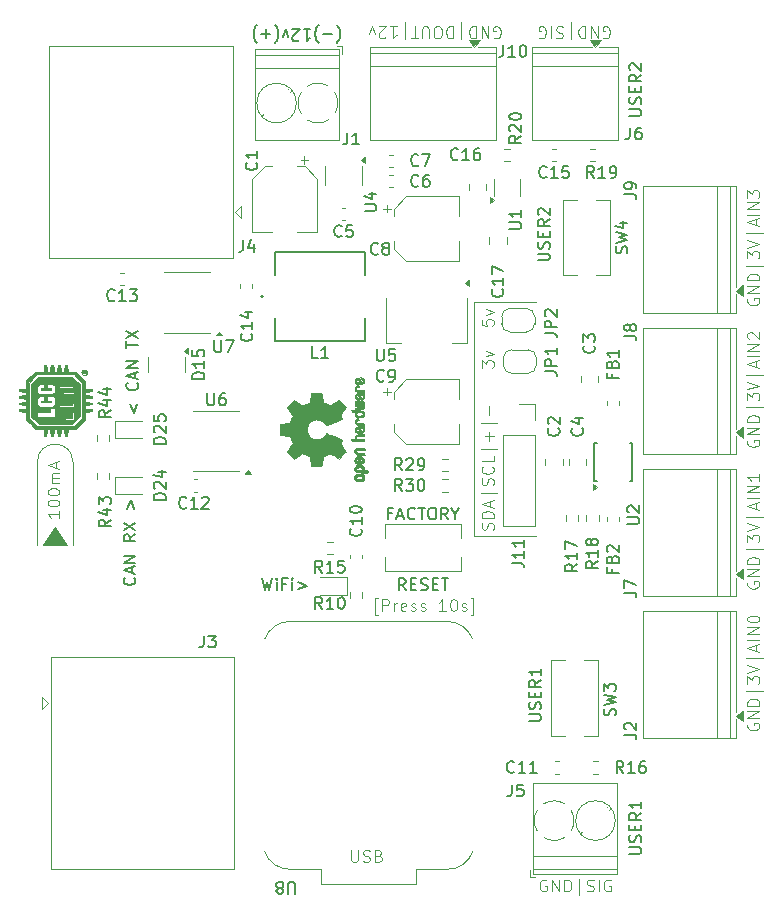
<source format=gbr>
%TF.GenerationSoftware,KiCad,Pcbnew,9.0.1*%
%TF.CreationDate,2026-01-14T23:07:50-05:00*%
%TF.ProjectId,pcb,7063622e-6b69-4636-9164-5f7063625858,1.0*%
%TF.SameCoordinates,Original*%
%TF.FileFunction,Legend,Top*%
%TF.FilePolarity,Positive*%
%FSLAX46Y46*%
G04 Gerber Fmt 4.6, Leading zero omitted, Abs format (unit mm)*
G04 Created by KiCad (PCBNEW 9.0.1) date 2026-01-14 23:07:50*
%MOMM*%
%LPD*%
G01*
G04 APERTURE LIST*
%ADD10C,0.120000*%
%ADD11C,0.200000*%
%ADD12C,0.125000*%
%ADD13C,0.150000*%
%ADD14C,0.010000*%
%ADD15C,0.127000*%
G04 APERTURE END LIST*
D10*
X83000000Y-92750000D02*
X83000000Y-73000000D01*
X46000000Y-86500000D02*
G75*
G02*
X49000000Y-86500000I1500000J0D01*
G01*
X49000000Y-93500000D02*
X49000000Y-86500000D01*
X46000000Y-93500000D02*
X46000000Y-86500000D01*
X48500000Y-93500000D02*
X46500000Y-93500000D01*
X47500000Y-92000000D01*
X48500000Y-93500000D01*
G36*
X48500000Y-93500000D02*
G01*
X46500000Y-93500000D01*
X47500000Y-92000000D01*
X48500000Y-93500000D01*
G37*
X83000000Y-73000000D02*
X88250000Y-73000000D01*
X88250000Y-92750000D02*
X83000000Y-92750000D01*
D11*
X96117219Y-57190475D02*
X96926742Y-57190475D01*
X96926742Y-57190475D02*
X97021980Y-57142856D01*
X97021980Y-57142856D02*
X97069600Y-57095237D01*
X97069600Y-57095237D02*
X97117219Y-56999999D01*
X97117219Y-56999999D02*
X97117219Y-56809523D01*
X97117219Y-56809523D02*
X97069600Y-56714285D01*
X97069600Y-56714285D02*
X97021980Y-56666666D01*
X97021980Y-56666666D02*
X96926742Y-56619047D01*
X96926742Y-56619047D02*
X96117219Y-56619047D01*
X97069600Y-56190475D02*
X97117219Y-56047618D01*
X97117219Y-56047618D02*
X97117219Y-55809523D01*
X97117219Y-55809523D02*
X97069600Y-55714285D01*
X97069600Y-55714285D02*
X97021980Y-55666666D01*
X97021980Y-55666666D02*
X96926742Y-55619047D01*
X96926742Y-55619047D02*
X96831504Y-55619047D01*
X96831504Y-55619047D02*
X96736266Y-55666666D01*
X96736266Y-55666666D02*
X96688647Y-55714285D01*
X96688647Y-55714285D02*
X96641028Y-55809523D01*
X96641028Y-55809523D02*
X96593409Y-55999999D01*
X96593409Y-55999999D02*
X96545790Y-56095237D01*
X96545790Y-56095237D02*
X96498171Y-56142856D01*
X96498171Y-56142856D02*
X96402933Y-56190475D01*
X96402933Y-56190475D02*
X96307695Y-56190475D01*
X96307695Y-56190475D02*
X96212457Y-56142856D01*
X96212457Y-56142856D02*
X96164838Y-56095237D01*
X96164838Y-56095237D02*
X96117219Y-55999999D01*
X96117219Y-55999999D02*
X96117219Y-55761904D01*
X96117219Y-55761904D02*
X96164838Y-55619047D01*
X96593409Y-55190475D02*
X96593409Y-54857142D01*
X97117219Y-54714285D02*
X97117219Y-55190475D01*
X97117219Y-55190475D02*
X96117219Y-55190475D01*
X96117219Y-55190475D02*
X96117219Y-54714285D01*
X97117219Y-53714285D02*
X96641028Y-54047618D01*
X97117219Y-54285713D02*
X96117219Y-54285713D01*
X96117219Y-54285713D02*
X96117219Y-53904761D01*
X96117219Y-53904761D02*
X96164838Y-53809523D01*
X96164838Y-53809523D02*
X96212457Y-53761904D01*
X96212457Y-53761904D02*
X96307695Y-53714285D01*
X96307695Y-53714285D02*
X96450552Y-53714285D01*
X96450552Y-53714285D02*
X96545790Y-53761904D01*
X96545790Y-53761904D02*
X96593409Y-53809523D01*
X96593409Y-53809523D02*
X96641028Y-53904761D01*
X96641028Y-53904761D02*
X96641028Y-54285713D01*
X96212457Y-53333332D02*
X96164838Y-53285713D01*
X96164838Y-53285713D02*
X96117219Y-53190475D01*
X96117219Y-53190475D02*
X96117219Y-52952380D01*
X96117219Y-52952380D02*
X96164838Y-52857142D01*
X96164838Y-52857142D02*
X96212457Y-52809523D01*
X96212457Y-52809523D02*
X96307695Y-52761904D01*
X96307695Y-52761904D02*
X96402933Y-52761904D01*
X96402933Y-52761904D02*
X96545790Y-52809523D01*
X96545790Y-52809523D02*
X97117219Y-53380951D01*
X97117219Y-53380951D02*
X97117219Y-52761904D01*
X88367219Y-69440475D02*
X89176742Y-69440475D01*
X89176742Y-69440475D02*
X89271980Y-69392856D01*
X89271980Y-69392856D02*
X89319600Y-69345237D01*
X89319600Y-69345237D02*
X89367219Y-69249999D01*
X89367219Y-69249999D02*
X89367219Y-69059523D01*
X89367219Y-69059523D02*
X89319600Y-68964285D01*
X89319600Y-68964285D02*
X89271980Y-68916666D01*
X89271980Y-68916666D02*
X89176742Y-68869047D01*
X89176742Y-68869047D02*
X88367219Y-68869047D01*
X89319600Y-68440475D02*
X89367219Y-68297618D01*
X89367219Y-68297618D02*
X89367219Y-68059523D01*
X89367219Y-68059523D02*
X89319600Y-67964285D01*
X89319600Y-67964285D02*
X89271980Y-67916666D01*
X89271980Y-67916666D02*
X89176742Y-67869047D01*
X89176742Y-67869047D02*
X89081504Y-67869047D01*
X89081504Y-67869047D02*
X88986266Y-67916666D01*
X88986266Y-67916666D02*
X88938647Y-67964285D01*
X88938647Y-67964285D02*
X88891028Y-68059523D01*
X88891028Y-68059523D02*
X88843409Y-68249999D01*
X88843409Y-68249999D02*
X88795790Y-68345237D01*
X88795790Y-68345237D02*
X88748171Y-68392856D01*
X88748171Y-68392856D02*
X88652933Y-68440475D01*
X88652933Y-68440475D02*
X88557695Y-68440475D01*
X88557695Y-68440475D02*
X88462457Y-68392856D01*
X88462457Y-68392856D02*
X88414838Y-68345237D01*
X88414838Y-68345237D02*
X88367219Y-68249999D01*
X88367219Y-68249999D02*
X88367219Y-68011904D01*
X88367219Y-68011904D02*
X88414838Y-67869047D01*
X88843409Y-67440475D02*
X88843409Y-67107142D01*
X89367219Y-66964285D02*
X89367219Y-67440475D01*
X89367219Y-67440475D02*
X88367219Y-67440475D01*
X88367219Y-67440475D02*
X88367219Y-66964285D01*
X89367219Y-65964285D02*
X88891028Y-66297618D01*
X89367219Y-66535713D02*
X88367219Y-66535713D01*
X88367219Y-66535713D02*
X88367219Y-66154761D01*
X88367219Y-66154761D02*
X88414838Y-66059523D01*
X88414838Y-66059523D02*
X88462457Y-66011904D01*
X88462457Y-66011904D02*
X88557695Y-65964285D01*
X88557695Y-65964285D02*
X88700552Y-65964285D01*
X88700552Y-65964285D02*
X88795790Y-66011904D01*
X88795790Y-66011904D02*
X88843409Y-66059523D01*
X88843409Y-66059523D02*
X88891028Y-66154761D01*
X88891028Y-66154761D02*
X88891028Y-66535713D01*
X88462457Y-65583332D02*
X88414838Y-65535713D01*
X88414838Y-65535713D02*
X88367219Y-65440475D01*
X88367219Y-65440475D02*
X88367219Y-65202380D01*
X88367219Y-65202380D02*
X88414838Y-65107142D01*
X88414838Y-65107142D02*
X88462457Y-65059523D01*
X88462457Y-65059523D02*
X88557695Y-65011904D01*
X88557695Y-65011904D02*
X88652933Y-65011904D01*
X88652933Y-65011904D02*
X88795790Y-65059523D01*
X88795790Y-65059523D02*
X89367219Y-65630951D01*
X89367219Y-65630951D02*
X89367219Y-65011904D01*
D12*
X106168738Y-84655859D02*
X106121119Y-84751097D01*
X106121119Y-84751097D02*
X106121119Y-84893954D01*
X106121119Y-84893954D02*
X106168738Y-85036811D01*
X106168738Y-85036811D02*
X106263976Y-85132049D01*
X106263976Y-85132049D02*
X106359214Y-85179668D01*
X106359214Y-85179668D02*
X106549690Y-85227287D01*
X106549690Y-85227287D02*
X106692547Y-85227287D01*
X106692547Y-85227287D02*
X106883023Y-85179668D01*
X106883023Y-85179668D02*
X106978261Y-85132049D01*
X106978261Y-85132049D02*
X107073500Y-85036811D01*
X107073500Y-85036811D02*
X107121119Y-84893954D01*
X107121119Y-84893954D02*
X107121119Y-84798716D01*
X107121119Y-84798716D02*
X107073500Y-84655859D01*
X107073500Y-84655859D02*
X107025880Y-84608240D01*
X107025880Y-84608240D02*
X106692547Y-84608240D01*
X106692547Y-84608240D02*
X106692547Y-84798716D01*
X107121119Y-84179668D02*
X106121119Y-84179668D01*
X106121119Y-84179668D02*
X107121119Y-83608240D01*
X107121119Y-83608240D02*
X106121119Y-83608240D01*
X107121119Y-83132049D02*
X106121119Y-83132049D01*
X106121119Y-83132049D02*
X106121119Y-82893954D01*
X106121119Y-82893954D02*
X106168738Y-82751097D01*
X106168738Y-82751097D02*
X106263976Y-82655859D01*
X106263976Y-82655859D02*
X106359214Y-82608240D01*
X106359214Y-82608240D02*
X106549690Y-82560621D01*
X106549690Y-82560621D02*
X106692547Y-82560621D01*
X106692547Y-82560621D02*
X106883023Y-82608240D01*
X106883023Y-82608240D02*
X106978261Y-82655859D01*
X106978261Y-82655859D02*
X107073500Y-82751097D01*
X107073500Y-82751097D02*
X107121119Y-82893954D01*
X107121119Y-82893954D02*
X107121119Y-83132049D01*
X107454452Y-81893954D02*
X106025880Y-81893954D01*
X106121119Y-81274906D02*
X106121119Y-80655859D01*
X106121119Y-80655859D02*
X106502071Y-80989192D01*
X106502071Y-80989192D02*
X106502071Y-80846335D01*
X106502071Y-80846335D02*
X106549690Y-80751097D01*
X106549690Y-80751097D02*
X106597309Y-80703478D01*
X106597309Y-80703478D02*
X106692547Y-80655859D01*
X106692547Y-80655859D02*
X106930642Y-80655859D01*
X106930642Y-80655859D02*
X107025880Y-80703478D01*
X107025880Y-80703478D02*
X107073500Y-80751097D01*
X107073500Y-80751097D02*
X107121119Y-80846335D01*
X107121119Y-80846335D02*
X107121119Y-81132049D01*
X107121119Y-81132049D02*
X107073500Y-81227287D01*
X107073500Y-81227287D02*
X107025880Y-81274906D01*
X106121119Y-80370144D02*
X107121119Y-80036811D01*
X107121119Y-80036811D02*
X106121119Y-79703478D01*
X107454452Y-79132049D02*
X106025880Y-79132049D01*
X106835404Y-78465382D02*
X106835404Y-77989192D01*
X107121119Y-78560620D02*
X106121119Y-78227287D01*
X106121119Y-78227287D02*
X107121119Y-77893954D01*
X107121119Y-77560620D02*
X106121119Y-77560620D01*
X107121119Y-77084430D02*
X106121119Y-77084430D01*
X106121119Y-77084430D02*
X107121119Y-76513002D01*
X107121119Y-76513002D02*
X106121119Y-76513002D01*
X106216357Y-76084430D02*
X106168738Y-76036811D01*
X106168738Y-76036811D02*
X106121119Y-75941573D01*
X106121119Y-75941573D02*
X106121119Y-75703478D01*
X106121119Y-75703478D02*
X106168738Y-75608240D01*
X106168738Y-75608240D02*
X106216357Y-75560621D01*
X106216357Y-75560621D02*
X106311595Y-75513002D01*
X106311595Y-75513002D02*
X106406833Y-75513002D01*
X106406833Y-75513002D02*
X106549690Y-75560621D01*
X106549690Y-75560621D02*
X107121119Y-76132049D01*
X107121119Y-76132049D02*
X107121119Y-75513002D01*
D11*
X53875552Y-81618422D02*
X54161266Y-82380326D01*
X54161266Y-82380326D02*
X54446980Y-81618422D01*
X54446980Y-79808898D02*
X54494600Y-79856517D01*
X54494600Y-79856517D02*
X54542219Y-79999374D01*
X54542219Y-79999374D02*
X54542219Y-80094612D01*
X54542219Y-80094612D02*
X54494600Y-80237469D01*
X54494600Y-80237469D02*
X54399361Y-80332707D01*
X54399361Y-80332707D02*
X54304123Y-80380326D01*
X54304123Y-80380326D02*
X54113647Y-80427945D01*
X54113647Y-80427945D02*
X53970790Y-80427945D01*
X53970790Y-80427945D02*
X53780314Y-80380326D01*
X53780314Y-80380326D02*
X53685076Y-80332707D01*
X53685076Y-80332707D02*
X53589838Y-80237469D01*
X53589838Y-80237469D02*
X53542219Y-80094612D01*
X53542219Y-80094612D02*
X53542219Y-79999374D01*
X53542219Y-79999374D02*
X53589838Y-79856517D01*
X53589838Y-79856517D02*
X53637457Y-79808898D01*
X54256504Y-79427945D02*
X54256504Y-78951755D01*
X54542219Y-79523183D02*
X53542219Y-79189850D01*
X53542219Y-79189850D02*
X54542219Y-78856517D01*
X54542219Y-78523183D02*
X53542219Y-78523183D01*
X53542219Y-78523183D02*
X54542219Y-77951755D01*
X54542219Y-77951755D02*
X53542219Y-77951755D01*
X53542219Y-76856516D02*
X53542219Y-76285088D01*
X54542219Y-76570802D02*
X53542219Y-76570802D01*
X53542219Y-76046992D02*
X54542219Y-75380326D01*
X53542219Y-75380326D02*
X54542219Y-76046992D01*
D12*
X83621119Y-78524906D02*
X83621119Y-77905859D01*
X83621119Y-77905859D02*
X84002071Y-78239192D01*
X84002071Y-78239192D02*
X84002071Y-78096335D01*
X84002071Y-78096335D02*
X84049690Y-78001097D01*
X84049690Y-78001097D02*
X84097309Y-77953478D01*
X84097309Y-77953478D02*
X84192547Y-77905859D01*
X84192547Y-77905859D02*
X84430642Y-77905859D01*
X84430642Y-77905859D02*
X84525880Y-77953478D01*
X84525880Y-77953478D02*
X84573500Y-78001097D01*
X84573500Y-78001097D02*
X84621119Y-78096335D01*
X84621119Y-78096335D02*
X84621119Y-78382049D01*
X84621119Y-78382049D02*
X84573500Y-78477287D01*
X84573500Y-78477287D02*
X84525880Y-78524906D01*
X83954452Y-77572525D02*
X84621119Y-77334430D01*
X84621119Y-77334430D02*
X83954452Y-77096335D01*
D11*
X54196980Y-96308898D02*
X54244600Y-96356517D01*
X54244600Y-96356517D02*
X54292219Y-96499374D01*
X54292219Y-96499374D02*
X54292219Y-96594612D01*
X54292219Y-96594612D02*
X54244600Y-96737469D01*
X54244600Y-96737469D02*
X54149361Y-96832707D01*
X54149361Y-96832707D02*
X54054123Y-96880326D01*
X54054123Y-96880326D02*
X53863647Y-96927945D01*
X53863647Y-96927945D02*
X53720790Y-96927945D01*
X53720790Y-96927945D02*
X53530314Y-96880326D01*
X53530314Y-96880326D02*
X53435076Y-96832707D01*
X53435076Y-96832707D02*
X53339838Y-96737469D01*
X53339838Y-96737469D02*
X53292219Y-96594612D01*
X53292219Y-96594612D02*
X53292219Y-96499374D01*
X53292219Y-96499374D02*
X53339838Y-96356517D01*
X53339838Y-96356517D02*
X53387457Y-96308898D01*
X54006504Y-95927945D02*
X54006504Y-95451755D01*
X54292219Y-96023183D02*
X53292219Y-95689850D01*
X53292219Y-95689850D02*
X54292219Y-95356517D01*
X54292219Y-95023183D02*
X53292219Y-95023183D01*
X53292219Y-95023183D02*
X54292219Y-94451755D01*
X54292219Y-94451755D02*
X53292219Y-94451755D01*
X54292219Y-92642231D02*
X53816028Y-92975564D01*
X54292219Y-93213659D02*
X53292219Y-93213659D01*
X53292219Y-93213659D02*
X53292219Y-92832707D01*
X53292219Y-92832707D02*
X53339838Y-92737469D01*
X53339838Y-92737469D02*
X53387457Y-92689850D01*
X53387457Y-92689850D02*
X53482695Y-92642231D01*
X53482695Y-92642231D02*
X53625552Y-92642231D01*
X53625552Y-92642231D02*
X53720790Y-92689850D01*
X53720790Y-92689850D02*
X53768409Y-92737469D01*
X53768409Y-92737469D02*
X53816028Y-92832707D01*
X53816028Y-92832707D02*
X53816028Y-93213659D01*
X53292219Y-92308897D02*
X54292219Y-91642231D01*
X53292219Y-91642231D02*
X54292219Y-92308897D01*
X53625552Y-90499373D02*
X53911266Y-89737469D01*
X53911266Y-89737469D02*
X54196980Y-90499373D01*
X77172618Y-97367219D02*
X76839285Y-96891028D01*
X76601190Y-97367219D02*
X76601190Y-96367219D01*
X76601190Y-96367219D02*
X76982142Y-96367219D01*
X76982142Y-96367219D02*
X77077380Y-96414838D01*
X77077380Y-96414838D02*
X77124999Y-96462457D01*
X77124999Y-96462457D02*
X77172618Y-96557695D01*
X77172618Y-96557695D02*
X77172618Y-96700552D01*
X77172618Y-96700552D02*
X77124999Y-96795790D01*
X77124999Y-96795790D02*
X77077380Y-96843409D01*
X77077380Y-96843409D02*
X76982142Y-96891028D01*
X76982142Y-96891028D02*
X76601190Y-96891028D01*
X77601190Y-96843409D02*
X77934523Y-96843409D01*
X78077380Y-97367219D02*
X77601190Y-97367219D01*
X77601190Y-97367219D02*
X77601190Y-96367219D01*
X77601190Y-96367219D02*
X78077380Y-96367219D01*
X78458333Y-97319600D02*
X78601190Y-97367219D01*
X78601190Y-97367219D02*
X78839285Y-97367219D01*
X78839285Y-97367219D02*
X78934523Y-97319600D01*
X78934523Y-97319600D02*
X78982142Y-97271980D01*
X78982142Y-97271980D02*
X79029761Y-97176742D01*
X79029761Y-97176742D02*
X79029761Y-97081504D01*
X79029761Y-97081504D02*
X78982142Y-96986266D01*
X78982142Y-96986266D02*
X78934523Y-96938647D01*
X78934523Y-96938647D02*
X78839285Y-96891028D01*
X78839285Y-96891028D02*
X78648809Y-96843409D01*
X78648809Y-96843409D02*
X78553571Y-96795790D01*
X78553571Y-96795790D02*
X78505952Y-96748171D01*
X78505952Y-96748171D02*
X78458333Y-96652933D01*
X78458333Y-96652933D02*
X78458333Y-96557695D01*
X78458333Y-96557695D02*
X78505952Y-96462457D01*
X78505952Y-96462457D02*
X78553571Y-96414838D01*
X78553571Y-96414838D02*
X78648809Y-96367219D01*
X78648809Y-96367219D02*
X78886904Y-96367219D01*
X78886904Y-96367219D02*
X79029761Y-96414838D01*
X79458333Y-96843409D02*
X79791666Y-96843409D01*
X79934523Y-97367219D02*
X79458333Y-97367219D01*
X79458333Y-97367219D02*
X79458333Y-96367219D01*
X79458333Y-96367219D02*
X79934523Y-96367219D01*
X80220238Y-96367219D02*
X80791666Y-96367219D01*
X80505952Y-97367219D02*
X80505952Y-96367219D01*
D12*
X89094140Y-121918738D02*
X88998902Y-121871119D01*
X88998902Y-121871119D02*
X88856045Y-121871119D01*
X88856045Y-121871119D02*
X88713188Y-121918738D01*
X88713188Y-121918738D02*
X88617950Y-122013976D01*
X88617950Y-122013976D02*
X88570331Y-122109214D01*
X88570331Y-122109214D02*
X88522712Y-122299690D01*
X88522712Y-122299690D02*
X88522712Y-122442547D01*
X88522712Y-122442547D02*
X88570331Y-122633023D01*
X88570331Y-122633023D02*
X88617950Y-122728261D01*
X88617950Y-122728261D02*
X88713188Y-122823500D01*
X88713188Y-122823500D02*
X88856045Y-122871119D01*
X88856045Y-122871119D02*
X88951283Y-122871119D01*
X88951283Y-122871119D02*
X89094140Y-122823500D01*
X89094140Y-122823500D02*
X89141759Y-122775880D01*
X89141759Y-122775880D02*
X89141759Y-122442547D01*
X89141759Y-122442547D02*
X88951283Y-122442547D01*
X89570331Y-122871119D02*
X89570331Y-121871119D01*
X89570331Y-121871119D02*
X90141759Y-122871119D01*
X90141759Y-122871119D02*
X90141759Y-121871119D01*
X90617950Y-122871119D02*
X90617950Y-121871119D01*
X90617950Y-121871119D02*
X90856045Y-121871119D01*
X90856045Y-121871119D02*
X90998902Y-121918738D01*
X90998902Y-121918738D02*
X91094140Y-122013976D01*
X91094140Y-122013976D02*
X91141759Y-122109214D01*
X91141759Y-122109214D02*
X91189378Y-122299690D01*
X91189378Y-122299690D02*
X91189378Y-122442547D01*
X91189378Y-122442547D02*
X91141759Y-122633023D01*
X91141759Y-122633023D02*
X91094140Y-122728261D01*
X91094140Y-122728261D02*
X90998902Y-122823500D01*
X90998902Y-122823500D02*
X90856045Y-122871119D01*
X90856045Y-122871119D02*
X90617950Y-122871119D01*
X91856045Y-123204452D02*
X91856045Y-121775880D01*
X92522712Y-122823500D02*
X92665569Y-122871119D01*
X92665569Y-122871119D02*
X92903664Y-122871119D01*
X92903664Y-122871119D02*
X92998902Y-122823500D01*
X92998902Y-122823500D02*
X93046521Y-122775880D01*
X93046521Y-122775880D02*
X93094140Y-122680642D01*
X93094140Y-122680642D02*
X93094140Y-122585404D01*
X93094140Y-122585404D02*
X93046521Y-122490166D01*
X93046521Y-122490166D02*
X92998902Y-122442547D01*
X92998902Y-122442547D02*
X92903664Y-122394928D01*
X92903664Y-122394928D02*
X92713188Y-122347309D01*
X92713188Y-122347309D02*
X92617950Y-122299690D01*
X92617950Y-122299690D02*
X92570331Y-122252071D01*
X92570331Y-122252071D02*
X92522712Y-122156833D01*
X92522712Y-122156833D02*
X92522712Y-122061595D01*
X92522712Y-122061595D02*
X92570331Y-121966357D01*
X92570331Y-121966357D02*
X92617950Y-121918738D01*
X92617950Y-121918738D02*
X92713188Y-121871119D01*
X92713188Y-121871119D02*
X92951283Y-121871119D01*
X92951283Y-121871119D02*
X93094140Y-121918738D01*
X93522712Y-122871119D02*
X93522712Y-121871119D01*
X94522711Y-121918738D02*
X94427473Y-121871119D01*
X94427473Y-121871119D02*
X94284616Y-121871119D01*
X94284616Y-121871119D02*
X94141759Y-121918738D01*
X94141759Y-121918738D02*
X94046521Y-122013976D01*
X94046521Y-122013976D02*
X93998902Y-122109214D01*
X93998902Y-122109214D02*
X93951283Y-122299690D01*
X93951283Y-122299690D02*
X93951283Y-122442547D01*
X93951283Y-122442547D02*
X93998902Y-122633023D01*
X93998902Y-122633023D02*
X94046521Y-122728261D01*
X94046521Y-122728261D02*
X94141759Y-122823500D01*
X94141759Y-122823500D02*
X94284616Y-122871119D01*
X94284616Y-122871119D02*
X94379854Y-122871119D01*
X94379854Y-122871119D02*
X94522711Y-122823500D01*
X94522711Y-122823500D02*
X94570330Y-122775880D01*
X94570330Y-122775880D02*
X94570330Y-122442547D01*
X94570330Y-122442547D02*
X94379854Y-122442547D01*
D11*
X87617219Y-108440475D02*
X88426742Y-108440475D01*
X88426742Y-108440475D02*
X88521980Y-108392856D01*
X88521980Y-108392856D02*
X88569600Y-108345237D01*
X88569600Y-108345237D02*
X88617219Y-108249999D01*
X88617219Y-108249999D02*
X88617219Y-108059523D01*
X88617219Y-108059523D02*
X88569600Y-107964285D01*
X88569600Y-107964285D02*
X88521980Y-107916666D01*
X88521980Y-107916666D02*
X88426742Y-107869047D01*
X88426742Y-107869047D02*
X87617219Y-107869047D01*
X88569600Y-107440475D02*
X88617219Y-107297618D01*
X88617219Y-107297618D02*
X88617219Y-107059523D01*
X88617219Y-107059523D02*
X88569600Y-106964285D01*
X88569600Y-106964285D02*
X88521980Y-106916666D01*
X88521980Y-106916666D02*
X88426742Y-106869047D01*
X88426742Y-106869047D02*
X88331504Y-106869047D01*
X88331504Y-106869047D02*
X88236266Y-106916666D01*
X88236266Y-106916666D02*
X88188647Y-106964285D01*
X88188647Y-106964285D02*
X88141028Y-107059523D01*
X88141028Y-107059523D02*
X88093409Y-107249999D01*
X88093409Y-107249999D02*
X88045790Y-107345237D01*
X88045790Y-107345237D02*
X87998171Y-107392856D01*
X87998171Y-107392856D02*
X87902933Y-107440475D01*
X87902933Y-107440475D02*
X87807695Y-107440475D01*
X87807695Y-107440475D02*
X87712457Y-107392856D01*
X87712457Y-107392856D02*
X87664838Y-107345237D01*
X87664838Y-107345237D02*
X87617219Y-107249999D01*
X87617219Y-107249999D02*
X87617219Y-107011904D01*
X87617219Y-107011904D02*
X87664838Y-106869047D01*
X88093409Y-106440475D02*
X88093409Y-106107142D01*
X88617219Y-105964285D02*
X88617219Y-106440475D01*
X88617219Y-106440475D02*
X87617219Y-106440475D01*
X87617219Y-106440475D02*
X87617219Y-105964285D01*
X88617219Y-104964285D02*
X88141028Y-105297618D01*
X88617219Y-105535713D02*
X87617219Y-105535713D01*
X87617219Y-105535713D02*
X87617219Y-105154761D01*
X87617219Y-105154761D02*
X87664838Y-105059523D01*
X87664838Y-105059523D02*
X87712457Y-105011904D01*
X87712457Y-105011904D02*
X87807695Y-104964285D01*
X87807695Y-104964285D02*
X87950552Y-104964285D01*
X87950552Y-104964285D02*
X88045790Y-105011904D01*
X88045790Y-105011904D02*
X88093409Y-105059523D01*
X88093409Y-105059523D02*
X88141028Y-105154761D01*
X88141028Y-105154761D02*
X88141028Y-105535713D01*
X88617219Y-104011904D02*
X88617219Y-104583332D01*
X88617219Y-104297618D02*
X87617219Y-104297618D01*
X87617219Y-104297618D02*
X87760076Y-104392856D01*
X87760076Y-104392856D02*
X87855314Y-104488094D01*
X87855314Y-104488094D02*
X87902933Y-104583332D01*
X65024435Y-96367219D02*
X65262530Y-97367219D01*
X65262530Y-97367219D02*
X65453006Y-96652933D01*
X65453006Y-96652933D02*
X65643482Y-97367219D01*
X65643482Y-97367219D02*
X65881578Y-96367219D01*
X66262530Y-97367219D02*
X66262530Y-96700552D01*
X66262530Y-96367219D02*
X66214911Y-96414838D01*
X66214911Y-96414838D02*
X66262530Y-96462457D01*
X66262530Y-96462457D02*
X66310149Y-96414838D01*
X66310149Y-96414838D02*
X66262530Y-96367219D01*
X66262530Y-96367219D02*
X66262530Y-96462457D01*
X67072053Y-96843409D02*
X66738720Y-96843409D01*
X66738720Y-97367219D02*
X66738720Y-96367219D01*
X66738720Y-96367219D02*
X67214910Y-96367219D01*
X67595863Y-97367219D02*
X67595863Y-96700552D01*
X67595863Y-96367219D02*
X67548244Y-96414838D01*
X67548244Y-96414838D02*
X67595863Y-96462457D01*
X67595863Y-96462457D02*
X67643482Y-96414838D01*
X67643482Y-96414838D02*
X67595863Y-96367219D01*
X67595863Y-96367219D02*
X67595863Y-96462457D01*
X68072053Y-96700552D02*
X68833958Y-96986266D01*
X68833958Y-96986266D02*
X68072053Y-97271980D01*
D12*
X106168738Y-108655859D02*
X106121119Y-108751097D01*
X106121119Y-108751097D02*
X106121119Y-108893954D01*
X106121119Y-108893954D02*
X106168738Y-109036811D01*
X106168738Y-109036811D02*
X106263976Y-109132049D01*
X106263976Y-109132049D02*
X106359214Y-109179668D01*
X106359214Y-109179668D02*
X106549690Y-109227287D01*
X106549690Y-109227287D02*
X106692547Y-109227287D01*
X106692547Y-109227287D02*
X106883023Y-109179668D01*
X106883023Y-109179668D02*
X106978261Y-109132049D01*
X106978261Y-109132049D02*
X107073500Y-109036811D01*
X107073500Y-109036811D02*
X107121119Y-108893954D01*
X107121119Y-108893954D02*
X107121119Y-108798716D01*
X107121119Y-108798716D02*
X107073500Y-108655859D01*
X107073500Y-108655859D02*
X107025880Y-108608240D01*
X107025880Y-108608240D02*
X106692547Y-108608240D01*
X106692547Y-108608240D02*
X106692547Y-108798716D01*
X107121119Y-108179668D02*
X106121119Y-108179668D01*
X106121119Y-108179668D02*
X107121119Y-107608240D01*
X107121119Y-107608240D02*
X106121119Y-107608240D01*
X107121119Y-107132049D02*
X106121119Y-107132049D01*
X106121119Y-107132049D02*
X106121119Y-106893954D01*
X106121119Y-106893954D02*
X106168738Y-106751097D01*
X106168738Y-106751097D02*
X106263976Y-106655859D01*
X106263976Y-106655859D02*
X106359214Y-106608240D01*
X106359214Y-106608240D02*
X106549690Y-106560621D01*
X106549690Y-106560621D02*
X106692547Y-106560621D01*
X106692547Y-106560621D02*
X106883023Y-106608240D01*
X106883023Y-106608240D02*
X106978261Y-106655859D01*
X106978261Y-106655859D02*
X107073500Y-106751097D01*
X107073500Y-106751097D02*
X107121119Y-106893954D01*
X107121119Y-106893954D02*
X107121119Y-107132049D01*
X107454452Y-105893954D02*
X106025880Y-105893954D01*
X106121119Y-105274906D02*
X106121119Y-104655859D01*
X106121119Y-104655859D02*
X106502071Y-104989192D01*
X106502071Y-104989192D02*
X106502071Y-104846335D01*
X106502071Y-104846335D02*
X106549690Y-104751097D01*
X106549690Y-104751097D02*
X106597309Y-104703478D01*
X106597309Y-104703478D02*
X106692547Y-104655859D01*
X106692547Y-104655859D02*
X106930642Y-104655859D01*
X106930642Y-104655859D02*
X107025880Y-104703478D01*
X107025880Y-104703478D02*
X107073500Y-104751097D01*
X107073500Y-104751097D02*
X107121119Y-104846335D01*
X107121119Y-104846335D02*
X107121119Y-105132049D01*
X107121119Y-105132049D02*
X107073500Y-105227287D01*
X107073500Y-105227287D02*
X107025880Y-105274906D01*
X106121119Y-104370144D02*
X107121119Y-104036811D01*
X107121119Y-104036811D02*
X106121119Y-103703478D01*
X107454452Y-103132049D02*
X106025880Y-103132049D01*
X106835404Y-102465382D02*
X106835404Y-101989192D01*
X107121119Y-102560620D02*
X106121119Y-102227287D01*
X106121119Y-102227287D02*
X107121119Y-101893954D01*
X107121119Y-101560620D02*
X106121119Y-101560620D01*
X107121119Y-101084430D02*
X106121119Y-101084430D01*
X106121119Y-101084430D02*
X107121119Y-100513002D01*
X107121119Y-100513002D02*
X106121119Y-100513002D01*
X106121119Y-99846335D02*
X106121119Y-99751097D01*
X106121119Y-99751097D02*
X106168738Y-99655859D01*
X106168738Y-99655859D02*
X106216357Y-99608240D01*
X106216357Y-99608240D02*
X106311595Y-99560621D01*
X106311595Y-99560621D02*
X106502071Y-99513002D01*
X106502071Y-99513002D02*
X106740166Y-99513002D01*
X106740166Y-99513002D02*
X106930642Y-99560621D01*
X106930642Y-99560621D02*
X107025880Y-99608240D01*
X107025880Y-99608240D02*
X107073500Y-99655859D01*
X107073500Y-99655859D02*
X107121119Y-99751097D01*
X107121119Y-99751097D02*
X107121119Y-99846335D01*
X107121119Y-99846335D02*
X107073500Y-99941573D01*
X107073500Y-99941573D02*
X107025880Y-99989192D01*
X107025880Y-99989192D02*
X106930642Y-100036811D01*
X106930642Y-100036811D02*
X106740166Y-100084430D01*
X106740166Y-100084430D02*
X106502071Y-100084430D01*
X106502071Y-100084430D02*
X106311595Y-100036811D01*
X106311595Y-100036811D02*
X106216357Y-99989192D01*
X106216357Y-99989192D02*
X106168738Y-99941573D01*
X106168738Y-99941573D02*
X106121119Y-99846335D01*
X84655859Y-50581261D02*
X84751097Y-50628880D01*
X84751097Y-50628880D02*
X84893954Y-50628880D01*
X84893954Y-50628880D02*
X85036811Y-50581261D01*
X85036811Y-50581261D02*
X85132049Y-50486023D01*
X85132049Y-50486023D02*
X85179668Y-50390785D01*
X85179668Y-50390785D02*
X85227287Y-50200309D01*
X85227287Y-50200309D02*
X85227287Y-50057452D01*
X85227287Y-50057452D02*
X85179668Y-49866976D01*
X85179668Y-49866976D02*
X85132049Y-49771738D01*
X85132049Y-49771738D02*
X85036811Y-49676500D01*
X85036811Y-49676500D02*
X84893954Y-49628880D01*
X84893954Y-49628880D02*
X84798716Y-49628880D01*
X84798716Y-49628880D02*
X84655859Y-49676500D01*
X84655859Y-49676500D02*
X84608240Y-49724119D01*
X84608240Y-49724119D02*
X84608240Y-50057452D01*
X84608240Y-50057452D02*
X84798716Y-50057452D01*
X84179668Y-49628880D02*
X84179668Y-50628880D01*
X84179668Y-50628880D02*
X83608240Y-49628880D01*
X83608240Y-49628880D02*
X83608240Y-50628880D01*
X83132049Y-49628880D02*
X83132049Y-50628880D01*
X83132049Y-50628880D02*
X82893954Y-50628880D01*
X82893954Y-50628880D02*
X82751097Y-50581261D01*
X82751097Y-50581261D02*
X82655859Y-50486023D01*
X82655859Y-50486023D02*
X82608240Y-50390785D01*
X82608240Y-50390785D02*
X82560621Y-50200309D01*
X82560621Y-50200309D02*
X82560621Y-50057452D01*
X82560621Y-50057452D02*
X82608240Y-49866976D01*
X82608240Y-49866976D02*
X82655859Y-49771738D01*
X82655859Y-49771738D02*
X82751097Y-49676500D01*
X82751097Y-49676500D02*
X82893954Y-49628880D01*
X82893954Y-49628880D02*
X83132049Y-49628880D01*
X81893954Y-49295547D02*
X81893954Y-50724119D01*
X81179668Y-49628880D02*
X81179668Y-50628880D01*
X81179668Y-50628880D02*
X80941573Y-50628880D01*
X80941573Y-50628880D02*
X80798716Y-50581261D01*
X80798716Y-50581261D02*
X80703478Y-50486023D01*
X80703478Y-50486023D02*
X80655859Y-50390785D01*
X80655859Y-50390785D02*
X80608240Y-50200309D01*
X80608240Y-50200309D02*
X80608240Y-50057452D01*
X80608240Y-50057452D02*
X80655859Y-49866976D01*
X80655859Y-49866976D02*
X80703478Y-49771738D01*
X80703478Y-49771738D02*
X80798716Y-49676500D01*
X80798716Y-49676500D02*
X80941573Y-49628880D01*
X80941573Y-49628880D02*
X81179668Y-49628880D01*
X79989192Y-50628880D02*
X79798716Y-50628880D01*
X79798716Y-50628880D02*
X79703478Y-50581261D01*
X79703478Y-50581261D02*
X79608240Y-50486023D01*
X79608240Y-50486023D02*
X79560621Y-50295547D01*
X79560621Y-50295547D02*
X79560621Y-49962214D01*
X79560621Y-49962214D02*
X79608240Y-49771738D01*
X79608240Y-49771738D02*
X79703478Y-49676500D01*
X79703478Y-49676500D02*
X79798716Y-49628880D01*
X79798716Y-49628880D02*
X79989192Y-49628880D01*
X79989192Y-49628880D02*
X80084430Y-49676500D01*
X80084430Y-49676500D02*
X80179668Y-49771738D01*
X80179668Y-49771738D02*
X80227287Y-49962214D01*
X80227287Y-49962214D02*
X80227287Y-50295547D01*
X80227287Y-50295547D02*
X80179668Y-50486023D01*
X80179668Y-50486023D02*
X80084430Y-50581261D01*
X80084430Y-50581261D02*
X79989192Y-50628880D01*
X79132049Y-50628880D02*
X79132049Y-49819357D01*
X79132049Y-49819357D02*
X79084430Y-49724119D01*
X79084430Y-49724119D02*
X79036811Y-49676500D01*
X79036811Y-49676500D02*
X78941573Y-49628880D01*
X78941573Y-49628880D02*
X78751097Y-49628880D01*
X78751097Y-49628880D02*
X78655859Y-49676500D01*
X78655859Y-49676500D02*
X78608240Y-49724119D01*
X78608240Y-49724119D02*
X78560621Y-49819357D01*
X78560621Y-49819357D02*
X78560621Y-50628880D01*
X78227287Y-50628880D02*
X77655859Y-50628880D01*
X77941573Y-49628880D02*
X77941573Y-50628880D01*
X77084430Y-49295547D02*
X77084430Y-50724119D01*
X75846335Y-49628880D02*
X76417763Y-49628880D01*
X76132049Y-49628880D02*
X76132049Y-50628880D01*
X76132049Y-50628880D02*
X76227287Y-50486023D01*
X76227287Y-50486023D02*
X76322525Y-50390785D01*
X76322525Y-50390785D02*
X76417763Y-50343166D01*
X75465382Y-50533642D02*
X75417763Y-50581261D01*
X75417763Y-50581261D02*
X75322525Y-50628880D01*
X75322525Y-50628880D02*
X75084430Y-50628880D01*
X75084430Y-50628880D02*
X74989192Y-50581261D01*
X74989192Y-50581261D02*
X74941573Y-50533642D01*
X74941573Y-50533642D02*
X74893954Y-50438404D01*
X74893954Y-50438404D02*
X74893954Y-50343166D01*
X74893954Y-50343166D02*
X74941573Y-50200309D01*
X74941573Y-50200309D02*
X75513001Y-49628880D01*
X75513001Y-49628880D02*
X74893954Y-49628880D01*
X74560620Y-50295547D02*
X74322525Y-49628880D01*
X74322525Y-49628880D02*
X74084430Y-50295547D01*
D11*
X76005952Y-90843409D02*
X75672619Y-90843409D01*
X75672619Y-91367219D02*
X75672619Y-90367219D01*
X75672619Y-90367219D02*
X76148809Y-90367219D01*
X76482143Y-91081504D02*
X76958333Y-91081504D01*
X76386905Y-91367219D02*
X76720238Y-90367219D01*
X76720238Y-90367219D02*
X77053571Y-91367219D01*
X77958333Y-91271980D02*
X77910714Y-91319600D01*
X77910714Y-91319600D02*
X77767857Y-91367219D01*
X77767857Y-91367219D02*
X77672619Y-91367219D01*
X77672619Y-91367219D02*
X77529762Y-91319600D01*
X77529762Y-91319600D02*
X77434524Y-91224361D01*
X77434524Y-91224361D02*
X77386905Y-91129123D01*
X77386905Y-91129123D02*
X77339286Y-90938647D01*
X77339286Y-90938647D02*
X77339286Y-90795790D01*
X77339286Y-90795790D02*
X77386905Y-90605314D01*
X77386905Y-90605314D02*
X77434524Y-90510076D01*
X77434524Y-90510076D02*
X77529762Y-90414838D01*
X77529762Y-90414838D02*
X77672619Y-90367219D01*
X77672619Y-90367219D02*
X77767857Y-90367219D01*
X77767857Y-90367219D02*
X77910714Y-90414838D01*
X77910714Y-90414838D02*
X77958333Y-90462457D01*
X78244048Y-90367219D02*
X78815476Y-90367219D01*
X78529762Y-91367219D02*
X78529762Y-90367219D01*
X79339286Y-90367219D02*
X79529762Y-90367219D01*
X79529762Y-90367219D02*
X79625000Y-90414838D01*
X79625000Y-90414838D02*
X79720238Y-90510076D01*
X79720238Y-90510076D02*
X79767857Y-90700552D01*
X79767857Y-90700552D02*
X79767857Y-91033885D01*
X79767857Y-91033885D02*
X79720238Y-91224361D01*
X79720238Y-91224361D02*
X79625000Y-91319600D01*
X79625000Y-91319600D02*
X79529762Y-91367219D01*
X79529762Y-91367219D02*
X79339286Y-91367219D01*
X79339286Y-91367219D02*
X79244048Y-91319600D01*
X79244048Y-91319600D02*
X79148810Y-91224361D01*
X79148810Y-91224361D02*
X79101191Y-91033885D01*
X79101191Y-91033885D02*
X79101191Y-90700552D01*
X79101191Y-90700552D02*
X79148810Y-90510076D01*
X79148810Y-90510076D02*
X79244048Y-90414838D01*
X79244048Y-90414838D02*
X79339286Y-90367219D01*
X80767857Y-91367219D02*
X80434524Y-90891028D01*
X80196429Y-91367219D02*
X80196429Y-90367219D01*
X80196429Y-90367219D02*
X80577381Y-90367219D01*
X80577381Y-90367219D02*
X80672619Y-90414838D01*
X80672619Y-90414838D02*
X80720238Y-90462457D01*
X80720238Y-90462457D02*
X80767857Y-90557695D01*
X80767857Y-90557695D02*
X80767857Y-90700552D01*
X80767857Y-90700552D02*
X80720238Y-90795790D01*
X80720238Y-90795790D02*
X80672619Y-90843409D01*
X80672619Y-90843409D02*
X80577381Y-90891028D01*
X80577381Y-90891028D02*
X80196429Y-90891028D01*
X81386905Y-90891028D02*
X81386905Y-91367219D01*
X81053572Y-90367219D02*
X81386905Y-90891028D01*
X81386905Y-90891028D02*
X81720238Y-90367219D01*
D12*
X47871119Y-90655859D02*
X47871119Y-91227287D01*
X47871119Y-90941573D02*
X46871119Y-90941573D01*
X46871119Y-90941573D02*
X47013976Y-91036811D01*
X47013976Y-91036811D02*
X47109214Y-91132049D01*
X47109214Y-91132049D02*
X47156833Y-91227287D01*
X46871119Y-90036811D02*
X46871119Y-89941573D01*
X46871119Y-89941573D02*
X46918738Y-89846335D01*
X46918738Y-89846335D02*
X46966357Y-89798716D01*
X46966357Y-89798716D02*
X47061595Y-89751097D01*
X47061595Y-89751097D02*
X47252071Y-89703478D01*
X47252071Y-89703478D02*
X47490166Y-89703478D01*
X47490166Y-89703478D02*
X47680642Y-89751097D01*
X47680642Y-89751097D02*
X47775880Y-89798716D01*
X47775880Y-89798716D02*
X47823500Y-89846335D01*
X47823500Y-89846335D02*
X47871119Y-89941573D01*
X47871119Y-89941573D02*
X47871119Y-90036811D01*
X47871119Y-90036811D02*
X47823500Y-90132049D01*
X47823500Y-90132049D02*
X47775880Y-90179668D01*
X47775880Y-90179668D02*
X47680642Y-90227287D01*
X47680642Y-90227287D02*
X47490166Y-90274906D01*
X47490166Y-90274906D02*
X47252071Y-90274906D01*
X47252071Y-90274906D02*
X47061595Y-90227287D01*
X47061595Y-90227287D02*
X46966357Y-90179668D01*
X46966357Y-90179668D02*
X46918738Y-90132049D01*
X46918738Y-90132049D02*
X46871119Y-90036811D01*
X46871119Y-89084430D02*
X46871119Y-88989192D01*
X46871119Y-88989192D02*
X46918738Y-88893954D01*
X46918738Y-88893954D02*
X46966357Y-88846335D01*
X46966357Y-88846335D02*
X47061595Y-88798716D01*
X47061595Y-88798716D02*
X47252071Y-88751097D01*
X47252071Y-88751097D02*
X47490166Y-88751097D01*
X47490166Y-88751097D02*
X47680642Y-88798716D01*
X47680642Y-88798716D02*
X47775880Y-88846335D01*
X47775880Y-88846335D02*
X47823500Y-88893954D01*
X47823500Y-88893954D02*
X47871119Y-88989192D01*
X47871119Y-88989192D02*
X47871119Y-89084430D01*
X47871119Y-89084430D02*
X47823500Y-89179668D01*
X47823500Y-89179668D02*
X47775880Y-89227287D01*
X47775880Y-89227287D02*
X47680642Y-89274906D01*
X47680642Y-89274906D02*
X47490166Y-89322525D01*
X47490166Y-89322525D02*
X47252071Y-89322525D01*
X47252071Y-89322525D02*
X47061595Y-89274906D01*
X47061595Y-89274906D02*
X46966357Y-89227287D01*
X46966357Y-89227287D02*
X46918738Y-89179668D01*
X46918738Y-89179668D02*
X46871119Y-89084430D01*
X47871119Y-88322525D02*
X47204452Y-88322525D01*
X47299690Y-88322525D02*
X47252071Y-88274906D01*
X47252071Y-88274906D02*
X47204452Y-88179668D01*
X47204452Y-88179668D02*
X47204452Y-88036811D01*
X47204452Y-88036811D02*
X47252071Y-87941573D01*
X47252071Y-87941573D02*
X47347309Y-87893954D01*
X47347309Y-87893954D02*
X47871119Y-87893954D01*
X47347309Y-87893954D02*
X47252071Y-87846335D01*
X47252071Y-87846335D02*
X47204452Y-87751097D01*
X47204452Y-87751097D02*
X47204452Y-87608240D01*
X47204452Y-87608240D02*
X47252071Y-87513001D01*
X47252071Y-87513001D02*
X47347309Y-87465382D01*
X47347309Y-87465382D02*
X47871119Y-87465382D01*
X47585404Y-87036811D02*
X47585404Y-86560621D01*
X47871119Y-87132049D02*
X46871119Y-86798716D01*
X46871119Y-86798716D02*
X47871119Y-86465383D01*
X83621119Y-74453478D02*
X83621119Y-74929668D01*
X83621119Y-74929668D02*
X84097309Y-74977287D01*
X84097309Y-74977287D02*
X84049690Y-74929668D01*
X84049690Y-74929668D02*
X84002071Y-74834430D01*
X84002071Y-74834430D02*
X84002071Y-74596335D01*
X84002071Y-74596335D02*
X84049690Y-74501097D01*
X84049690Y-74501097D02*
X84097309Y-74453478D01*
X84097309Y-74453478D02*
X84192547Y-74405859D01*
X84192547Y-74405859D02*
X84430642Y-74405859D01*
X84430642Y-74405859D02*
X84525880Y-74453478D01*
X84525880Y-74453478D02*
X84573500Y-74501097D01*
X84573500Y-74501097D02*
X84621119Y-74596335D01*
X84621119Y-74596335D02*
X84621119Y-74834430D01*
X84621119Y-74834430D02*
X84573500Y-74929668D01*
X84573500Y-74929668D02*
X84525880Y-74977287D01*
X83954452Y-74072525D02*
X84621119Y-73834430D01*
X84621119Y-73834430D02*
X83954452Y-73596335D01*
X74821427Y-99454452D02*
X74583332Y-99454452D01*
X74583332Y-99454452D02*
X74583332Y-98025880D01*
X74583332Y-98025880D02*
X74821427Y-98025880D01*
X75202380Y-99121119D02*
X75202380Y-98121119D01*
X75202380Y-98121119D02*
X75583332Y-98121119D01*
X75583332Y-98121119D02*
X75678570Y-98168738D01*
X75678570Y-98168738D02*
X75726189Y-98216357D01*
X75726189Y-98216357D02*
X75773808Y-98311595D01*
X75773808Y-98311595D02*
X75773808Y-98454452D01*
X75773808Y-98454452D02*
X75726189Y-98549690D01*
X75726189Y-98549690D02*
X75678570Y-98597309D01*
X75678570Y-98597309D02*
X75583332Y-98644928D01*
X75583332Y-98644928D02*
X75202380Y-98644928D01*
X76202380Y-99121119D02*
X76202380Y-98454452D01*
X76202380Y-98644928D02*
X76249999Y-98549690D01*
X76249999Y-98549690D02*
X76297618Y-98502071D01*
X76297618Y-98502071D02*
X76392856Y-98454452D01*
X76392856Y-98454452D02*
X76488094Y-98454452D01*
X77202380Y-99073500D02*
X77107142Y-99121119D01*
X77107142Y-99121119D02*
X76916666Y-99121119D01*
X76916666Y-99121119D02*
X76821428Y-99073500D01*
X76821428Y-99073500D02*
X76773809Y-98978261D01*
X76773809Y-98978261D02*
X76773809Y-98597309D01*
X76773809Y-98597309D02*
X76821428Y-98502071D01*
X76821428Y-98502071D02*
X76916666Y-98454452D01*
X76916666Y-98454452D02*
X77107142Y-98454452D01*
X77107142Y-98454452D02*
X77202380Y-98502071D01*
X77202380Y-98502071D02*
X77249999Y-98597309D01*
X77249999Y-98597309D02*
X77249999Y-98692547D01*
X77249999Y-98692547D02*
X76773809Y-98787785D01*
X77630952Y-99073500D02*
X77726190Y-99121119D01*
X77726190Y-99121119D02*
X77916666Y-99121119D01*
X77916666Y-99121119D02*
X78011904Y-99073500D01*
X78011904Y-99073500D02*
X78059523Y-98978261D01*
X78059523Y-98978261D02*
X78059523Y-98930642D01*
X78059523Y-98930642D02*
X78011904Y-98835404D01*
X78011904Y-98835404D02*
X77916666Y-98787785D01*
X77916666Y-98787785D02*
X77773809Y-98787785D01*
X77773809Y-98787785D02*
X77678571Y-98740166D01*
X77678571Y-98740166D02*
X77630952Y-98644928D01*
X77630952Y-98644928D02*
X77630952Y-98597309D01*
X77630952Y-98597309D02*
X77678571Y-98502071D01*
X77678571Y-98502071D02*
X77773809Y-98454452D01*
X77773809Y-98454452D02*
X77916666Y-98454452D01*
X77916666Y-98454452D02*
X78011904Y-98502071D01*
X78440476Y-99073500D02*
X78535714Y-99121119D01*
X78535714Y-99121119D02*
X78726190Y-99121119D01*
X78726190Y-99121119D02*
X78821428Y-99073500D01*
X78821428Y-99073500D02*
X78869047Y-98978261D01*
X78869047Y-98978261D02*
X78869047Y-98930642D01*
X78869047Y-98930642D02*
X78821428Y-98835404D01*
X78821428Y-98835404D02*
X78726190Y-98787785D01*
X78726190Y-98787785D02*
X78583333Y-98787785D01*
X78583333Y-98787785D02*
X78488095Y-98740166D01*
X78488095Y-98740166D02*
X78440476Y-98644928D01*
X78440476Y-98644928D02*
X78440476Y-98597309D01*
X78440476Y-98597309D02*
X78488095Y-98502071D01*
X78488095Y-98502071D02*
X78583333Y-98454452D01*
X78583333Y-98454452D02*
X78726190Y-98454452D01*
X78726190Y-98454452D02*
X78821428Y-98502071D01*
X80583333Y-99121119D02*
X80011905Y-99121119D01*
X80297619Y-99121119D02*
X80297619Y-98121119D01*
X80297619Y-98121119D02*
X80202381Y-98263976D01*
X80202381Y-98263976D02*
X80107143Y-98359214D01*
X80107143Y-98359214D02*
X80011905Y-98406833D01*
X81202381Y-98121119D02*
X81297619Y-98121119D01*
X81297619Y-98121119D02*
X81392857Y-98168738D01*
X81392857Y-98168738D02*
X81440476Y-98216357D01*
X81440476Y-98216357D02*
X81488095Y-98311595D01*
X81488095Y-98311595D02*
X81535714Y-98502071D01*
X81535714Y-98502071D02*
X81535714Y-98740166D01*
X81535714Y-98740166D02*
X81488095Y-98930642D01*
X81488095Y-98930642D02*
X81440476Y-99025880D01*
X81440476Y-99025880D02*
X81392857Y-99073500D01*
X81392857Y-99073500D02*
X81297619Y-99121119D01*
X81297619Y-99121119D02*
X81202381Y-99121119D01*
X81202381Y-99121119D02*
X81107143Y-99073500D01*
X81107143Y-99073500D02*
X81059524Y-99025880D01*
X81059524Y-99025880D02*
X81011905Y-98930642D01*
X81011905Y-98930642D02*
X80964286Y-98740166D01*
X80964286Y-98740166D02*
X80964286Y-98502071D01*
X80964286Y-98502071D02*
X81011905Y-98311595D01*
X81011905Y-98311595D02*
X81059524Y-98216357D01*
X81059524Y-98216357D02*
X81107143Y-98168738D01*
X81107143Y-98168738D02*
X81202381Y-98121119D01*
X81916667Y-99073500D02*
X82011905Y-99121119D01*
X82011905Y-99121119D02*
X82202381Y-99121119D01*
X82202381Y-99121119D02*
X82297619Y-99073500D01*
X82297619Y-99073500D02*
X82345238Y-98978261D01*
X82345238Y-98978261D02*
X82345238Y-98930642D01*
X82345238Y-98930642D02*
X82297619Y-98835404D01*
X82297619Y-98835404D02*
X82202381Y-98787785D01*
X82202381Y-98787785D02*
X82059524Y-98787785D01*
X82059524Y-98787785D02*
X81964286Y-98740166D01*
X81964286Y-98740166D02*
X81916667Y-98644928D01*
X81916667Y-98644928D02*
X81916667Y-98597309D01*
X81916667Y-98597309D02*
X81964286Y-98502071D01*
X81964286Y-98502071D02*
X82059524Y-98454452D01*
X82059524Y-98454452D02*
X82202381Y-98454452D01*
X82202381Y-98454452D02*
X82297619Y-98502071D01*
X82678572Y-99454452D02*
X82916667Y-99454452D01*
X82916667Y-99454452D02*
X82916667Y-98025880D01*
X82916667Y-98025880D02*
X82678572Y-98025880D01*
X93905859Y-50581261D02*
X94001097Y-50628880D01*
X94001097Y-50628880D02*
X94143954Y-50628880D01*
X94143954Y-50628880D02*
X94286811Y-50581261D01*
X94286811Y-50581261D02*
X94382049Y-50486023D01*
X94382049Y-50486023D02*
X94429668Y-50390785D01*
X94429668Y-50390785D02*
X94477287Y-50200309D01*
X94477287Y-50200309D02*
X94477287Y-50057452D01*
X94477287Y-50057452D02*
X94429668Y-49866976D01*
X94429668Y-49866976D02*
X94382049Y-49771738D01*
X94382049Y-49771738D02*
X94286811Y-49676500D01*
X94286811Y-49676500D02*
X94143954Y-49628880D01*
X94143954Y-49628880D02*
X94048716Y-49628880D01*
X94048716Y-49628880D02*
X93905859Y-49676500D01*
X93905859Y-49676500D02*
X93858240Y-49724119D01*
X93858240Y-49724119D02*
X93858240Y-50057452D01*
X93858240Y-50057452D02*
X94048716Y-50057452D01*
X93429668Y-49628880D02*
X93429668Y-50628880D01*
X93429668Y-50628880D02*
X92858240Y-49628880D01*
X92858240Y-49628880D02*
X92858240Y-50628880D01*
X92382049Y-49628880D02*
X92382049Y-50628880D01*
X92382049Y-50628880D02*
X92143954Y-50628880D01*
X92143954Y-50628880D02*
X92001097Y-50581261D01*
X92001097Y-50581261D02*
X91905859Y-50486023D01*
X91905859Y-50486023D02*
X91858240Y-50390785D01*
X91858240Y-50390785D02*
X91810621Y-50200309D01*
X91810621Y-50200309D02*
X91810621Y-50057452D01*
X91810621Y-50057452D02*
X91858240Y-49866976D01*
X91858240Y-49866976D02*
X91905859Y-49771738D01*
X91905859Y-49771738D02*
X92001097Y-49676500D01*
X92001097Y-49676500D02*
X92143954Y-49628880D01*
X92143954Y-49628880D02*
X92382049Y-49628880D01*
X91143954Y-49295547D02*
X91143954Y-50724119D01*
X90477287Y-49676500D02*
X90334430Y-49628880D01*
X90334430Y-49628880D02*
X90096335Y-49628880D01*
X90096335Y-49628880D02*
X90001097Y-49676500D01*
X90001097Y-49676500D02*
X89953478Y-49724119D01*
X89953478Y-49724119D02*
X89905859Y-49819357D01*
X89905859Y-49819357D02*
X89905859Y-49914595D01*
X89905859Y-49914595D02*
X89953478Y-50009833D01*
X89953478Y-50009833D02*
X90001097Y-50057452D01*
X90001097Y-50057452D02*
X90096335Y-50105071D01*
X90096335Y-50105071D02*
X90286811Y-50152690D01*
X90286811Y-50152690D02*
X90382049Y-50200309D01*
X90382049Y-50200309D02*
X90429668Y-50247928D01*
X90429668Y-50247928D02*
X90477287Y-50343166D01*
X90477287Y-50343166D02*
X90477287Y-50438404D01*
X90477287Y-50438404D02*
X90429668Y-50533642D01*
X90429668Y-50533642D02*
X90382049Y-50581261D01*
X90382049Y-50581261D02*
X90286811Y-50628880D01*
X90286811Y-50628880D02*
X90048716Y-50628880D01*
X90048716Y-50628880D02*
X89905859Y-50581261D01*
X89477287Y-49628880D02*
X89477287Y-50628880D01*
X88477288Y-50581261D02*
X88572526Y-50628880D01*
X88572526Y-50628880D02*
X88715383Y-50628880D01*
X88715383Y-50628880D02*
X88858240Y-50581261D01*
X88858240Y-50581261D02*
X88953478Y-50486023D01*
X88953478Y-50486023D02*
X89001097Y-50390785D01*
X89001097Y-50390785D02*
X89048716Y-50200309D01*
X89048716Y-50200309D02*
X89048716Y-50057452D01*
X89048716Y-50057452D02*
X89001097Y-49866976D01*
X89001097Y-49866976D02*
X88953478Y-49771738D01*
X88953478Y-49771738D02*
X88858240Y-49676500D01*
X88858240Y-49676500D02*
X88715383Y-49628880D01*
X88715383Y-49628880D02*
X88620145Y-49628880D01*
X88620145Y-49628880D02*
X88477288Y-49676500D01*
X88477288Y-49676500D02*
X88429669Y-49724119D01*
X88429669Y-49724119D02*
X88429669Y-50057452D01*
X88429669Y-50057452D02*
X88620145Y-50057452D01*
X106168738Y-72655859D02*
X106121119Y-72751097D01*
X106121119Y-72751097D02*
X106121119Y-72893954D01*
X106121119Y-72893954D02*
X106168738Y-73036811D01*
X106168738Y-73036811D02*
X106263976Y-73132049D01*
X106263976Y-73132049D02*
X106359214Y-73179668D01*
X106359214Y-73179668D02*
X106549690Y-73227287D01*
X106549690Y-73227287D02*
X106692547Y-73227287D01*
X106692547Y-73227287D02*
X106883023Y-73179668D01*
X106883023Y-73179668D02*
X106978261Y-73132049D01*
X106978261Y-73132049D02*
X107073500Y-73036811D01*
X107073500Y-73036811D02*
X107121119Y-72893954D01*
X107121119Y-72893954D02*
X107121119Y-72798716D01*
X107121119Y-72798716D02*
X107073500Y-72655859D01*
X107073500Y-72655859D02*
X107025880Y-72608240D01*
X107025880Y-72608240D02*
X106692547Y-72608240D01*
X106692547Y-72608240D02*
X106692547Y-72798716D01*
X107121119Y-72179668D02*
X106121119Y-72179668D01*
X106121119Y-72179668D02*
X107121119Y-71608240D01*
X107121119Y-71608240D02*
X106121119Y-71608240D01*
X107121119Y-71132049D02*
X106121119Y-71132049D01*
X106121119Y-71132049D02*
X106121119Y-70893954D01*
X106121119Y-70893954D02*
X106168738Y-70751097D01*
X106168738Y-70751097D02*
X106263976Y-70655859D01*
X106263976Y-70655859D02*
X106359214Y-70608240D01*
X106359214Y-70608240D02*
X106549690Y-70560621D01*
X106549690Y-70560621D02*
X106692547Y-70560621D01*
X106692547Y-70560621D02*
X106883023Y-70608240D01*
X106883023Y-70608240D02*
X106978261Y-70655859D01*
X106978261Y-70655859D02*
X107073500Y-70751097D01*
X107073500Y-70751097D02*
X107121119Y-70893954D01*
X107121119Y-70893954D02*
X107121119Y-71132049D01*
X107454452Y-69893954D02*
X106025880Y-69893954D01*
X106121119Y-69274906D02*
X106121119Y-68655859D01*
X106121119Y-68655859D02*
X106502071Y-68989192D01*
X106502071Y-68989192D02*
X106502071Y-68846335D01*
X106502071Y-68846335D02*
X106549690Y-68751097D01*
X106549690Y-68751097D02*
X106597309Y-68703478D01*
X106597309Y-68703478D02*
X106692547Y-68655859D01*
X106692547Y-68655859D02*
X106930642Y-68655859D01*
X106930642Y-68655859D02*
X107025880Y-68703478D01*
X107025880Y-68703478D02*
X107073500Y-68751097D01*
X107073500Y-68751097D02*
X107121119Y-68846335D01*
X107121119Y-68846335D02*
X107121119Y-69132049D01*
X107121119Y-69132049D02*
X107073500Y-69227287D01*
X107073500Y-69227287D02*
X107025880Y-69274906D01*
X106121119Y-68370144D02*
X107121119Y-68036811D01*
X107121119Y-68036811D02*
X106121119Y-67703478D01*
X107454452Y-67132049D02*
X106025880Y-67132049D01*
X106835404Y-66465382D02*
X106835404Y-65989192D01*
X107121119Y-66560620D02*
X106121119Y-66227287D01*
X106121119Y-66227287D02*
X107121119Y-65893954D01*
X107121119Y-65560620D02*
X106121119Y-65560620D01*
X107121119Y-65084430D02*
X106121119Y-65084430D01*
X106121119Y-65084430D02*
X107121119Y-64513002D01*
X107121119Y-64513002D02*
X106121119Y-64513002D01*
X106121119Y-64132049D02*
X106121119Y-63513002D01*
X106121119Y-63513002D02*
X106502071Y-63846335D01*
X106502071Y-63846335D02*
X106502071Y-63703478D01*
X106502071Y-63703478D02*
X106549690Y-63608240D01*
X106549690Y-63608240D02*
X106597309Y-63560621D01*
X106597309Y-63560621D02*
X106692547Y-63513002D01*
X106692547Y-63513002D02*
X106930642Y-63513002D01*
X106930642Y-63513002D02*
X107025880Y-63560621D01*
X107025880Y-63560621D02*
X107073500Y-63608240D01*
X107073500Y-63608240D02*
X107121119Y-63703478D01*
X107121119Y-63703478D02*
X107121119Y-63989192D01*
X107121119Y-63989192D02*
X107073500Y-64084430D01*
X107073500Y-64084430D02*
X107025880Y-64132049D01*
D11*
X96117219Y-119690475D02*
X96926742Y-119690475D01*
X96926742Y-119690475D02*
X97021980Y-119642856D01*
X97021980Y-119642856D02*
X97069600Y-119595237D01*
X97069600Y-119595237D02*
X97117219Y-119499999D01*
X97117219Y-119499999D02*
X97117219Y-119309523D01*
X97117219Y-119309523D02*
X97069600Y-119214285D01*
X97069600Y-119214285D02*
X97021980Y-119166666D01*
X97021980Y-119166666D02*
X96926742Y-119119047D01*
X96926742Y-119119047D02*
X96117219Y-119119047D01*
X97069600Y-118690475D02*
X97117219Y-118547618D01*
X97117219Y-118547618D02*
X97117219Y-118309523D01*
X97117219Y-118309523D02*
X97069600Y-118214285D01*
X97069600Y-118214285D02*
X97021980Y-118166666D01*
X97021980Y-118166666D02*
X96926742Y-118119047D01*
X96926742Y-118119047D02*
X96831504Y-118119047D01*
X96831504Y-118119047D02*
X96736266Y-118166666D01*
X96736266Y-118166666D02*
X96688647Y-118214285D01*
X96688647Y-118214285D02*
X96641028Y-118309523D01*
X96641028Y-118309523D02*
X96593409Y-118499999D01*
X96593409Y-118499999D02*
X96545790Y-118595237D01*
X96545790Y-118595237D02*
X96498171Y-118642856D01*
X96498171Y-118642856D02*
X96402933Y-118690475D01*
X96402933Y-118690475D02*
X96307695Y-118690475D01*
X96307695Y-118690475D02*
X96212457Y-118642856D01*
X96212457Y-118642856D02*
X96164838Y-118595237D01*
X96164838Y-118595237D02*
X96117219Y-118499999D01*
X96117219Y-118499999D02*
X96117219Y-118261904D01*
X96117219Y-118261904D02*
X96164838Y-118119047D01*
X96593409Y-117690475D02*
X96593409Y-117357142D01*
X97117219Y-117214285D02*
X97117219Y-117690475D01*
X97117219Y-117690475D02*
X96117219Y-117690475D01*
X96117219Y-117690475D02*
X96117219Y-117214285D01*
X97117219Y-116214285D02*
X96641028Y-116547618D01*
X97117219Y-116785713D02*
X96117219Y-116785713D01*
X96117219Y-116785713D02*
X96117219Y-116404761D01*
X96117219Y-116404761D02*
X96164838Y-116309523D01*
X96164838Y-116309523D02*
X96212457Y-116261904D01*
X96212457Y-116261904D02*
X96307695Y-116214285D01*
X96307695Y-116214285D02*
X96450552Y-116214285D01*
X96450552Y-116214285D02*
X96545790Y-116261904D01*
X96545790Y-116261904D02*
X96593409Y-116309523D01*
X96593409Y-116309523D02*
X96641028Y-116404761D01*
X96641028Y-116404761D02*
X96641028Y-116785713D01*
X97117219Y-115261904D02*
X97117219Y-115833332D01*
X97117219Y-115547618D02*
X96117219Y-115547618D01*
X96117219Y-115547618D02*
X96260076Y-115642856D01*
X96260076Y-115642856D02*
X96355314Y-115738094D01*
X96355314Y-115738094D02*
X96402933Y-115833332D01*
D12*
X72570331Y-119371119D02*
X72570331Y-120180642D01*
X72570331Y-120180642D02*
X72617950Y-120275880D01*
X72617950Y-120275880D02*
X72665569Y-120323500D01*
X72665569Y-120323500D02*
X72760807Y-120371119D01*
X72760807Y-120371119D02*
X72951283Y-120371119D01*
X72951283Y-120371119D02*
X73046521Y-120323500D01*
X73046521Y-120323500D02*
X73094140Y-120275880D01*
X73094140Y-120275880D02*
X73141759Y-120180642D01*
X73141759Y-120180642D02*
X73141759Y-119371119D01*
X73570331Y-120323500D02*
X73713188Y-120371119D01*
X73713188Y-120371119D02*
X73951283Y-120371119D01*
X73951283Y-120371119D02*
X74046521Y-120323500D01*
X74046521Y-120323500D02*
X74094140Y-120275880D01*
X74094140Y-120275880D02*
X74141759Y-120180642D01*
X74141759Y-120180642D02*
X74141759Y-120085404D01*
X74141759Y-120085404D02*
X74094140Y-119990166D01*
X74094140Y-119990166D02*
X74046521Y-119942547D01*
X74046521Y-119942547D02*
X73951283Y-119894928D01*
X73951283Y-119894928D02*
X73760807Y-119847309D01*
X73760807Y-119847309D02*
X73665569Y-119799690D01*
X73665569Y-119799690D02*
X73617950Y-119752071D01*
X73617950Y-119752071D02*
X73570331Y-119656833D01*
X73570331Y-119656833D02*
X73570331Y-119561595D01*
X73570331Y-119561595D02*
X73617950Y-119466357D01*
X73617950Y-119466357D02*
X73665569Y-119418738D01*
X73665569Y-119418738D02*
X73760807Y-119371119D01*
X73760807Y-119371119D02*
X73998902Y-119371119D01*
X73998902Y-119371119D02*
X74141759Y-119418738D01*
X74903664Y-119847309D02*
X75046521Y-119894928D01*
X75046521Y-119894928D02*
X75094140Y-119942547D01*
X75094140Y-119942547D02*
X75141759Y-120037785D01*
X75141759Y-120037785D02*
X75141759Y-120180642D01*
X75141759Y-120180642D02*
X75094140Y-120275880D01*
X75094140Y-120275880D02*
X75046521Y-120323500D01*
X75046521Y-120323500D02*
X74951283Y-120371119D01*
X74951283Y-120371119D02*
X74570331Y-120371119D01*
X74570331Y-120371119D02*
X74570331Y-119371119D01*
X74570331Y-119371119D02*
X74903664Y-119371119D01*
X74903664Y-119371119D02*
X74998902Y-119418738D01*
X74998902Y-119418738D02*
X75046521Y-119466357D01*
X75046521Y-119466357D02*
X75094140Y-119561595D01*
X75094140Y-119561595D02*
X75094140Y-119656833D01*
X75094140Y-119656833D02*
X75046521Y-119752071D01*
X75046521Y-119752071D02*
X74998902Y-119799690D01*
X74998902Y-119799690D02*
X74903664Y-119847309D01*
X74903664Y-119847309D02*
X74570331Y-119847309D01*
X84573500Y-92227287D02*
X84621119Y-92084430D01*
X84621119Y-92084430D02*
X84621119Y-91846335D01*
X84621119Y-91846335D02*
X84573500Y-91751097D01*
X84573500Y-91751097D02*
X84525880Y-91703478D01*
X84525880Y-91703478D02*
X84430642Y-91655859D01*
X84430642Y-91655859D02*
X84335404Y-91655859D01*
X84335404Y-91655859D02*
X84240166Y-91703478D01*
X84240166Y-91703478D02*
X84192547Y-91751097D01*
X84192547Y-91751097D02*
X84144928Y-91846335D01*
X84144928Y-91846335D02*
X84097309Y-92036811D01*
X84097309Y-92036811D02*
X84049690Y-92132049D01*
X84049690Y-92132049D02*
X84002071Y-92179668D01*
X84002071Y-92179668D02*
X83906833Y-92227287D01*
X83906833Y-92227287D02*
X83811595Y-92227287D01*
X83811595Y-92227287D02*
X83716357Y-92179668D01*
X83716357Y-92179668D02*
X83668738Y-92132049D01*
X83668738Y-92132049D02*
X83621119Y-92036811D01*
X83621119Y-92036811D02*
X83621119Y-91798716D01*
X83621119Y-91798716D02*
X83668738Y-91655859D01*
X84621119Y-91227287D02*
X83621119Y-91227287D01*
X83621119Y-91227287D02*
X83621119Y-90989192D01*
X83621119Y-90989192D02*
X83668738Y-90846335D01*
X83668738Y-90846335D02*
X83763976Y-90751097D01*
X83763976Y-90751097D02*
X83859214Y-90703478D01*
X83859214Y-90703478D02*
X84049690Y-90655859D01*
X84049690Y-90655859D02*
X84192547Y-90655859D01*
X84192547Y-90655859D02*
X84383023Y-90703478D01*
X84383023Y-90703478D02*
X84478261Y-90751097D01*
X84478261Y-90751097D02*
X84573500Y-90846335D01*
X84573500Y-90846335D02*
X84621119Y-90989192D01*
X84621119Y-90989192D02*
X84621119Y-91227287D01*
X84335404Y-90274906D02*
X84335404Y-89798716D01*
X84621119Y-90370144D02*
X83621119Y-90036811D01*
X83621119Y-90036811D02*
X84621119Y-89703478D01*
X84954452Y-89132049D02*
X83525880Y-89132049D01*
X84573500Y-88465382D02*
X84621119Y-88322525D01*
X84621119Y-88322525D02*
X84621119Y-88084430D01*
X84621119Y-88084430D02*
X84573500Y-87989192D01*
X84573500Y-87989192D02*
X84525880Y-87941573D01*
X84525880Y-87941573D02*
X84430642Y-87893954D01*
X84430642Y-87893954D02*
X84335404Y-87893954D01*
X84335404Y-87893954D02*
X84240166Y-87941573D01*
X84240166Y-87941573D02*
X84192547Y-87989192D01*
X84192547Y-87989192D02*
X84144928Y-88084430D01*
X84144928Y-88084430D02*
X84097309Y-88274906D01*
X84097309Y-88274906D02*
X84049690Y-88370144D01*
X84049690Y-88370144D02*
X84002071Y-88417763D01*
X84002071Y-88417763D02*
X83906833Y-88465382D01*
X83906833Y-88465382D02*
X83811595Y-88465382D01*
X83811595Y-88465382D02*
X83716357Y-88417763D01*
X83716357Y-88417763D02*
X83668738Y-88370144D01*
X83668738Y-88370144D02*
X83621119Y-88274906D01*
X83621119Y-88274906D02*
X83621119Y-88036811D01*
X83621119Y-88036811D02*
X83668738Y-87893954D01*
X84525880Y-86893954D02*
X84573500Y-86941573D01*
X84573500Y-86941573D02*
X84621119Y-87084430D01*
X84621119Y-87084430D02*
X84621119Y-87179668D01*
X84621119Y-87179668D02*
X84573500Y-87322525D01*
X84573500Y-87322525D02*
X84478261Y-87417763D01*
X84478261Y-87417763D02*
X84383023Y-87465382D01*
X84383023Y-87465382D02*
X84192547Y-87513001D01*
X84192547Y-87513001D02*
X84049690Y-87513001D01*
X84049690Y-87513001D02*
X83859214Y-87465382D01*
X83859214Y-87465382D02*
X83763976Y-87417763D01*
X83763976Y-87417763D02*
X83668738Y-87322525D01*
X83668738Y-87322525D02*
X83621119Y-87179668D01*
X83621119Y-87179668D02*
X83621119Y-87084430D01*
X83621119Y-87084430D02*
X83668738Y-86941573D01*
X83668738Y-86941573D02*
X83716357Y-86893954D01*
X84621119Y-85989192D02*
X84621119Y-86465382D01*
X84621119Y-86465382D02*
X83621119Y-86465382D01*
X84954452Y-85417763D02*
X83525880Y-85417763D01*
X84240166Y-84703477D02*
X84240166Y-83941573D01*
X84621119Y-84322525D02*
X83859214Y-84322525D01*
X84954452Y-83227287D02*
X83525880Y-83227287D01*
X84240166Y-82513001D02*
X84240166Y-81751097D01*
X106168738Y-96655859D02*
X106121119Y-96751097D01*
X106121119Y-96751097D02*
X106121119Y-96893954D01*
X106121119Y-96893954D02*
X106168738Y-97036811D01*
X106168738Y-97036811D02*
X106263976Y-97132049D01*
X106263976Y-97132049D02*
X106359214Y-97179668D01*
X106359214Y-97179668D02*
X106549690Y-97227287D01*
X106549690Y-97227287D02*
X106692547Y-97227287D01*
X106692547Y-97227287D02*
X106883023Y-97179668D01*
X106883023Y-97179668D02*
X106978261Y-97132049D01*
X106978261Y-97132049D02*
X107073500Y-97036811D01*
X107073500Y-97036811D02*
X107121119Y-96893954D01*
X107121119Y-96893954D02*
X107121119Y-96798716D01*
X107121119Y-96798716D02*
X107073500Y-96655859D01*
X107073500Y-96655859D02*
X107025880Y-96608240D01*
X107025880Y-96608240D02*
X106692547Y-96608240D01*
X106692547Y-96608240D02*
X106692547Y-96798716D01*
X107121119Y-96179668D02*
X106121119Y-96179668D01*
X106121119Y-96179668D02*
X107121119Y-95608240D01*
X107121119Y-95608240D02*
X106121119Y-95608240D01*
X107121119Y-95132049D02*
X106121119Y-95132049D01*
X106121119Y-95132049D02*
X106121119Y-94893954D01*
X106121119Y-94893954D02*
X106168738Y-94751097D01*
X106168738Y-94751097D02*
X106263976Y-94655859D01*
X106263976Y-94655859D02*
X106359214Y-94608240D01*
X106359214Y-94608240D02*
X106549690Y-94560621D01*
X106549690Y-94560621D02*
X106692547Y-94560621D01*
X106692547Y-94560621D02*
X106883023Y-94608240D01*
X106883023Y-94608240D02*
X106978261Y-94655859D01*
X106978261Y-94655859D02*
X107073500Y-94751097D01*
X107073500Y-94751097D02*
X107121119Y-94893954D01*
X107121119Y-94893954D02*
X107121119Y-95132049D01*
X107454452Y-93893954D02*
X106025880Y-93893954D01*
X106121119Y-93274906D02*
X106121119Y-92655859D01*
X106121119Y-92655859D02*
X106502071Y-92989192D01*
X106502071Y-92989192D02*
X106502071Y-92846335D01*
X106502071Y-92846335D02*
X106549690Y-92751097D01*
X106549690Y-92751097D02*
X106597309Y-92703478D01*
X106597309Y-92703478D02*
X106692547Y-92655859D01*
X106692547Y-92655859D02*
X106930642Y-92655859D01*
X106930642Y-92655859D02*
X107025880Y-92703478D01*
X107025880Y-92703478D02*
X107073500Y-92751097D01*
X107073500Y-92751097D02*
X107121119Y-92846335D01*
X107121119Y-92846335D02*
X107121119Y-93132049D01*
X107121119Y-93132049D02*
X107073500Y-93227287D01*
X107073500Y-93227287D02*
X107025880Y-93274906D01*
X106121119Y-92370144D02*
X107121119Y-92036811D01*
X107121119Y-92036811D02*
X106121119Y-91703478D01*
X107454452Y-91132049D02*
X106025880Y-91132049D01*
X106835404Y-90465382D02*
X106835404Y-89989192D01*
X107121119Y-90560620D02*
X106121119Y-90227287D01*
X106121119Y-90227287D02*
X107121119Y-89893954D01*
X107121119Y-89560620D02*
X106121119Y-89560620D01*
X107121119Y-89084430D02*
X106121119Y-89084430D01*
X106121119Y-89084430D02*
X107121119Y-88513002D01*
X107121119Y-88513002D02*
X106121119Y-88513002D01*
X107121119Y-87513002D02*
X107121119Y-88084430D01*
X107121119Y-87798716D02*
X106121119Y-87798716D01*
X106121119Y-87798716D02*
X106263976Y-87893954D01*
X106263976Y-87893954D02*
X106359214Y-87989192D01*
X106359214Y-87989192D02*
X106406833Y-88084430D01*
D11*
X71344612Y-49501828D02*
X71392231Y-49549447D01*
X71392231Y-49549447D02*
X71487469Y-49692304D01*
X71487469Y-49692304D02*
X71535088Y-49787542D01*
X71535088Y-49787542D02*
X71582707Y-49930400D01*
X71582707Y-49930400D02*
X71630326Y-50168495D01*
X71630326Y-50168495D02*
X71630326Y-50358971D01*
X71630326Y-50358971D02*
X71582707Y-50597066D01*
X71582707Y-50597066D02*
X71535088Y-50739923D01*
X71535088Y-50739923D02*
X71487469Y-50835161D01*
X71487469Y-50835161D02*
X71392231Y-50978019D01*
X71392231Y-50978019D02*
X71344612Y-51025638D01*
X70963659Y-50263733D02*
X70201755Y-50263733D01*
X69820802Y-49501828D02*
X69773183Y-49549447D01*
X69773183Y-49549447D02*
X69677945Y-49692304D01*
X69677945Y-49692304D02*
X69630326Y-49787542D01*
X69630326Y-49787542D02*
X69582707Y-49930400D01*
X69582707Y-49930400D02*
X69535088Y-50168495D01*
X69535088Y-50168495D02*
X69535088Y-50358971D01*
X69535088Y-50358971D02*
X69582707Y-50597066D01*
X69582707Y-50597066D02*
X69630326Y-50739923D01*
X69630326Y-50739923D02*
X69677945Y-50835161D01*
X69677945Y-50835161D02*
X69773183Y-50978019D01*
X69773183Y-50978019D02*
X69820802Y-51025638D01*
X68535088Y-49882780D02*
X69106516Y-49882780D01*
X68820802Y-49882780D02*
X68820802Y-50882780D01*
X68820802Y-50882780D02*
X68916040Y-50739923D01*
X68916040Y-50739923D02*
X69011278Y-50644685D01*
X69011278Y-50644685D02*
X69106516Y-50597066D01*
X68154135Y-50787542D02*
X68106516Y-50835161D01*
X68106516Y-50835161D02*
X68011278Y-50882780D01*
X68011278Y-50882780D02*
X67773183Y-50882780D01*
X67773183Y-50882780D02*
X67677945Y-50835161D01*
X67677945Y-50835161D02*
X67630326Y-50787542D01*
X67630326Y-50787542D02*
X67582707Y-50692304D01*
X67582707Y-50692304D02*
X67582707Y-50597066D01*
X67582707Y-50597066D02*
X67630326Y-50454209D01*
X67630326Y-50454209D02*
X68201754Y-49882780D01*
X68201754Y-49882780D02*
X67582707Y-49882780D01*
X67249373Y-50549447D02*
X67011278Y-49882780D01*
X67011278Y-49882780D02*
X66773183Y-50549447D01*
X66106516Y-49501828D02*
X66154135Y-49549447D01*
X66154135Y-49549447D02*
X66249373Y-49692304D01*
X66249373Y-49692304D02*
X66296992Y-49787542D01*
X66296992Y-49787542D02*
X66344611Y-49930400D01*
X66344611Y-49930400D02*
X66392230Y-50168495D01*
X66392230Y-50168495D02*
X66392230Y-50358971D01*
X66392230Y-50358971D02*
X66344611Y-50597066D01*
X66344611Y-50597066D02*
X66296992Y-50739923D01*
X66296992Y-50739923D02*
X66249373Y-50835161D01*
X66249373Y-50835161D02*
X66154135Y-50978019D01*
X66154135Y-50978019D02*
X66106516Y-51025638D01*
X65725563Y-50263733D02*
X64963659Y-50263733D01*
X65344611Y-49882780D02*
X65344611Y-50644685D01*
X64582706Y-49501828D02*
X64535087Y-49549447D01*
X64535087Y-49549447D02*
X64439849Y-49692304D01*
X64439849Y-49692304D02*
X64392230Y-49787542D01*
X64392230Y-49787542D02*
X64344611Y-49930400D01*
X64344611Y-49930400D02*
X64296992Y-50168495D01*
X64296992Y-50168495D02*
X64296992Y-50358971D01*
X64296992Y-50358971D02*
X64344611Y-50597066D01*
X64344611Y-50597066D02*
X64392230Y-50739923D01*
X64392230Y-50739923D02*
X64439849Y-50835161D01*
X64439849Y-50835161D02*
X64535087Y-50978019D01*
X64535087Y-50978019D02*
X64582706Y-51025638D01*
D13*
X86954819Y-58892857D02*
X86478628Y-59226190D01*
X86954819Y-59464285D02*
X85954819Y-59464285D01*
X85954819Y-59464285D02*
X85954819Y-59083333D01*
X85954819Y-59083333D02*
X86002438Y-58988095D01*
X86002438Y-58988095D02*
X86050057Y-58940476D01*
X86050057Y-58940476D02*
X86145295Y-58892857D01*
X86145295Y-58892857D02*
X86288152Y-58892857D01*
X86288152Y-58892857D02*
X86383390Y-58940476D01*
X86383390Y-58940476D02*
X86431009Y-58988095D01*
X86431009Y-58988095D02*
X86478628Y-59083333D01*
X86478628Y-59083333D02*
X86478628Y-59464285D01*
X86050057Y-58511904D02*
X86002438Y-58464285D01*
X86002438Y-58464285D02*
X85954819Y-58369047D01*
X85954819Y-58369047D02*
X85954819Y-58130952D01*
X85954819Y-58130952D02*
X86002438Y-58035714D01*
X86002438Y-58035714D02*
X86050057Y-57988095D01*
X86050057Y-57988095D02*
X86145295Y-57940476D01*
X86145295Y-57940476D02*
X86240533Y-57940476D01*
X86240533Y-57940476D02*
X86383390Y-57988095D01*
X86383390Y-57988095D02*
X86954819Y-58559523D01*
X86954819Y-58559523D02*
X86954819Y-57940476D01*
X85954819Y-57321428D02*
X85954819Y-57226190D01*
X85954819Y-57226190D02*
X86002438Y-57130952D01*
X86002438Y-57130952D02*
X86050057Y-57083333D01*
X86050057Y-57083333D02*
X86145295Y-57035714D01*
X86145295Y-57035714D02*
X86335771Y-56988095D01*
X86335771Y-56988095D02*
X86573866Y-56988095D01*
X86573866Y-56988095D02*
X86764342Y-57035714D01*
X86764342Y-57035714D02*
X86859580Y-57083333D01*
X86859580Y-57083333D02*
X86907200Y-57130952D01*
X86907200Y-57130952D02*
X86954819Y-57226190D01*
X86954819Y-57226190D02*
X86954819Y-57321428D01*
X86954819Y-57321428D02*
X86907200Y-57416666D01*
X86907200Y-57416666D02*
X86859580Y-57464285D01*
X86859580Y-57464285D02*
X86764342Y-57511904D01*
X86764342Y-57511904D02*
X86573866Y-57559523D01*
X86573866Y-57559523D02*
X86335771Y-57559523D01*
X86335771Y-57559523D02*
X86145295Y-57511904D01*
X86145295Y-57511904D02*
X86050057Y-57464285D01*
X86050057Y-57464285D02*
X86002438Y-57416666D01*
X86002438Y-57416666D02*
X85954819Y-57321428D01*
X85359580Y-71892857D02*
X85407200Y-71940476D01*
X85407200Y-71940476D02*
X85454819Y-72083333D01*
X85454819Y-72083333D02*
X85454819Y-72178571D01*
X85454819Y-72178571D02*
X85407200Y-72321428D01*
X85407200Y-72321428D02*
X85311961Y-72416666D01*
X85311961Y-72416666D02*
X85216723Y-72464285D01*
X85216723Y-72464285D02*
X85026247Y-72511904D01*
X85026247Y-72511904D02*
X84883390Y-72511904D01*
X84883390Y-72511904D02*
X84692914Y-72464285D01*
X84692914Y-72464285D02*
X84597676Y-72416666D01*
X84597676Y-72416666D02*
X84502438Y-72321428D01*
X84502438Y-72321428D02*
X84454819Y-72178571D01*
X84454819Y-72178571D02*
X84454819Y-72083333D01*
X84454819Y-72083333D02*
X84502438Y-71940476D01*
X84502438Y-71940476D02*
X84550057Y-71892857D01*
X85454819Y-70940476D02*
X85454819Y-71511904D01*
X85454819Y-71226190D02*
X84454819Y-71226190D01*
X84454819Y-71226190D02*
X84597676Y-71321428D01*
X84597676Y-71321428D02*
X84692914Y-71416666D01*
X84692914Y-71416666D02*
X84740533Y-71511904D01*
X84454819Y-70607142D02*
X84454819Y-69940476D01*
X84454819Y-69940476D02*
X85454819Y-70369047D01*
X81607142Y-60859580D02*
X81559523Y-60907200D01*
X81559523Y-60907200D02*
X81416666Y-60954819D01*
X81416666Y-60954819D02*
X81321428Y-60954819D01*
X81321428Y-60954819D02*
X81178571Y-60907200D01*
X81178571Y-60907200D02*
X81083333Y-60811961D01*
X81083333Y-60811961D02*
X81035714Y-60716723D01*
X81035714Y-60716723D02*
X80988095Y-60526247D01*
X80988095Y-60526247D02*
X80988095Y-60383390D01*
X80988095Y-60383390D02*
X81035714Y-60192914D01*
X81035714Y-60192914D02*
X81083333Y-60097676D01*
X81083333Y-60097676D02*
X81178571Y-60002438D01*
X81178571Y-60002438D02*
X81321428Y-59954819D01*
X81321428Y-59954819D02*
X81416666Y-59954819D01*
X81416666Y-59954819D02*
X81559523Y-60002438D01*
X81559523Y-60002438D02*
X81607142Y-60050057D01*
X82559523Y-60954819D02*
X81988095Y-60954819D01*
X82273809Y-60954819D02*
X82273809Y-59954819D01*
X82273809Y-59954819D02*
X82178571Y-60097676D01*
X82178571Y-60097676D02*
X82083333Y-60192914D01*
X82083333Y-60192914D02*
X81988095Y-60240533D01*
X83416666Y-59954819D02*
X83226190Y-59954819D01*
X83226190Y-59954819D02*
X83130952Y-60002438D01*
X83130952Y-60002438D02*
X83083333Y-60050057D01*
X83083333Y-60050057D02*
X82988095Y-60192914D01*
X82988095Y-60192914D02*
X82940476Y-60383390D01*
X82940476Y-60383390D02*
X82940476Y-60764342D01*
X82940476Y-60764342D02*
X82988095Y-60859580D01*
X82988095Y-60859580D02*
X83035714Y-60907200D01*
X83035714Y-60907200D02*
X83130952Y-60954819D01*
X83130952Y-60954819D02*
X83321428Y-60954819D01*
X83321428Y-60954819D02*
X83416666Y-60907200D01*
X83416666Y-60907200D02*
X83464285Y-60859580D01*
X83464285Y-60859580D02*
X83511904Y-60764342D01*
X83511904Y-60764342D02*
X83511904Y-60526247D01*
X83511904Y-60526247D02*
X83464285Y-60431009D01*
X83464285Y-60431009D02*
X83416666Y-60383390D01*
X83416666Y-60383390D02*
X83321428Y-60335771D01*
X83321428Y-60335771D02*
X83130952Y-60335771D01*
X83130952Y-60335771D02*
X83035714Y-60383390D01*
X83035714Y-60383390D02*
X82988095Y-60431009D01*
X82988095Y-60431009D02*
X82940476Y-60526247D01*
X93454819Y-94892857D02*
X92978628Y-95226190D01*
X93454819Y-95464285D02*
X92454819Y-95464285D01*
X92454819Y-95464285D02*
X92454819Y-95083333D01*
X92454819Y-95083333D02*
X92502438Y-94988095D01*
X92502438Y-94988095D02*
X92550057Y-94940476D01*
X92550057Y-94940476D02*
X92645295Y-94892857D01*
X92645295Y-94892857D02*
X92788152Y-94892857D01*
X92788152Y-94892857D02*
X92883390Y-94940476D01*
X92883390Y-94940476D02*
X92931009Y-94988095D01*
X92931009Y-94988095D02*
X92978628Y-95083333D01*
X92978628Y-95083333D02*
X92978628Y-95464285D01*
X93454819Y-93940476D02*
X93454819Y-94511904D01*
X93454819Y-94226190D02*
X92454819Y-94226190D01*
X92454819Y-94226190D02*
X92597676Y-94321428D01*
X92597676Y-94321428D02*
X92692914Y-94416666D01*
X92692914Y-94416666D02*
X92740533Y-94511904D01*
X92883390Y-93369047D02*
X92835771Y-93464285D01*
X92835771Y-93464285D02*
X92788152Y-93511904D01*
X92788152Y-93511904D02*
X92692914Y-93559523D01*
X92692914Y-93559523D02*
X92645295Y-93559523D01*
X92645295Y-93559523D02*
X92550057Y-93511904D01*
X92550057Y-93511904D02*
X92502438Y-93464285D01*
X92502438Y-93464285D02*
X92454819Y-93369047D01*
X92454819Y-93369047D02*
X92454819Y-93178571D01*
X92454819Y-93178571D02*
X92502438Y-93083333D01*
X92502438Y-93083333D02*
X92550057Y-93035714D01*
X92550057Y-93035714D02*
X92645295Y-92988095D01*
X92645295Y-92988095D02*
X92692914Y-92988095D01*
X92692914Y-92988095D02*
X92788152Y-93035714D01*
X92788152Y-93035714D02*
X92835771Y-93083333D01*
X92835771Y-93083333D02*
X92883390Y-93178571D01*
X92883390Y-93178571D02*
X92883390Y-93369047D01*
X92883390Y-93369047D02*
X92931009Y-93464285D01*
X92931009Y-93464285D02*
X92978628Y-93511904D01*
X92978628Y-93511904D02*
X93073866Y-93559523D01*
X93073866Y-93559523D02*
X93264342Y-93559523D01*
X93264342Y-93559523D02*
X93359580Y-93511904D01*
X93359580Y-93511904D02*
X93407200Y-93464285D01*
X93407200Y-93464285D02*
X93454819Y-93369047D01*
X93454819Y-93369047D02*
X93454819Y-93178571D01*
X93454819Y-93178571D02*
X93407200Y-93083333D01*
X93407200Y-93083333D02*
X93359580Y-93035714D01*
X93359580Y-93035714D02*
X93264342Y-92988095D01*
X93264342Y-92988095D02*
X93073866Y-92988095D01*
X93073866Y-92988095D02*
X92978628Y-93035714D01*
X92978628Y-93035714D02*
X92931009Y-93083333D01*
X92931009Y-93083333D02*
X92883390Y-93178571D01*
X86357142Y-112734580D02*
X86309523Y-112782200D01*
X86309523Y-112782200D02*
X86166666Y-112829819D01*
X86166666Y-112829819D02*
X86071428Y-112829819D01*
X86071428Y-112829819D02*
X85928571Y-112782200D01*
X85928571Y-112782200D02*
X85833333Y-112686961D01*
X85833333Y-112686961D02*
X85785714Y-112591723D01*
X85785714Y-112591723D02*
X85738095Y-112401247D01*
X85738095Y-112401247D02*
X85738095Y-112258390D01*
X85738095Y-112258390D02*
X85785714Y-112067914D01*
X85785714Y-112067914D02*
X85833333Y-111972676D01*
X85833333Y-111972676D02*
X85928571Y-111877438D01*
X85928571Y-111877438D02*
X86071428Y-111829819D01*
X86071428Y-111829819D02*
X86166666Y-111829819D01*
X86166666Y-111829819D02*
X86309523Y-111877438D01*
X86309523Y-111877438D02*
X86357142Y-111925057D01*
X87309523Y-112829819D02*
X86738095Y-112829819D01*
X87023809Y-112829819D02*
X87023809Y-111829819D01*
X87023809Y-111829819D02*
X86928571Y-111972676D01*
X86928571Y-111972676D02*
X86833333Y-112067914D01*
X86833333Y-112067914D02*
X86738095Y-112115533D01*
X88261904Y-112829819D02*
X87690476Y-112829819D01*
X87976190Y-112829819D02*
X87976190Y-111829819D01*
X87976190Y-111829819D02*
X87880952Y-111972676D01*
X87880952Y-111972676D02*
X87785714Y-112067914D01*
X87785714Y-112067914D02*
X87690476Y-112115533D01*
X73359580Y-92142857D02*
X73407200Y-92190476D01*
X73407200Y-92190476D02*
X73454819Y-92333333D01*
X73454819Y-92333333D02*
X73454819Y-92428571D01*
X73454819Y-92428571D02*
X73407200Y-92571428D01*
X73407200Y-92571428D02*
X73311961Y-92666666D01*
X73311961Y-92666666D02*
X73216723Y-92714285D01*
X73216723Y-92714285D02*
X73026247Y-92761904D01*
X73026247Y-92761904D02*
X72883390Y-92761904D01*
X72883390Y-92761904D02*
X72692914Y-92714285D01*
X72692914Y-92714285D02*
X72597676Y-92666666D01*
X72597676Y-92666666D02*
X72502438Y-92571428D01*
X72502438Y-92571428D02*
X72454819Y-92428571D01*
X72454819Y-92428571D02*
X72454819Y-92333333D01*
X72454819Y-92333333D02*
X72502438Y-92190476D01*
X72502438Y-92190476D02*
X72550057Y-92142857D01*
X73454819Y-91190476D02*
X73454819Y-91761904D01*
X73454819Y-91476190D02*
X72454819Y-91476190D01*
X72454819Y-91476190D02*
X72597676Y-91571428D01*
X72597676Y-91571428D02*
X72692914Y-91666666D01*
X72692914Y-91666666D02*
X72740533Y-91761904D01*
X72454819Y-90571428D02*
X72454819Y-90476190D01*
X72454819Y-90476190D02*
X72502438Y-90380952D01*
X72502438Y-90380952D02*
X72550057Y-90333333D01*
X72550057Y-90333333D02*
X72645295Y-90285714D01*
X72645295Y-90285714D02*
X72835771Y-90238095D01*
X72835771Y-90238095D02*
X73073866Y-90238095D01*
X73073866Y-90238095D02*
X73264342Y-90285714D01*
X73264342Y-90285714D02*
X73359580Y-90333333D01*
X73359580Y-90333333D02*
X73407200Y-90380952D01*
X73407200Y-90380952D02*
X73454819Y-90476190D01*
X73454819Y-90476190D02*
X73454819Y-90571428D01*
X73454819Y-90571428D02*
X73407200Y-90666666D01*
X73407200Y-90666666D02*
X73359580Y-90714285D01*
X73359580Y-90714285D02*
X73264342Y-90761904D01*
X73264342Y-90761904D02*
X73073866Y-90809523D01*
X73073866Y-90809523D02*
X72835771Y-90809523D01*
X72835771Y-90809523D02*
X72645295Y-90761904D01*
X72645295Y-90761904D02*
X72550057Y-90714285D01*
X72550057Y-90714285D02*
X72502438Y-90666666D01*
X72502438Y-90666666D02*
X72454819Y-90571428D01*
X76857142Y-87204819D02*
X76523809Y-86728628D01*
X76285714Y-87204819D02*
X76285714Y-86204819D01*
X76285714Y-86204819D02*
X76666666Y-86204819D01*
X76666666Y-86204819D02*
X76761904Y-86252438D01*
X76761904Y-86252438D02*
X76809523Y-86300057D01*
X76809523Y-86300057D02*
X76857142Y-86395295D01*
X76857142Y-86395295D02*
X76857142Y-86538152D01*
X76857142Y-86538152D02*
X76809523Y-86633390D01*
X76809523Y-86633390D02*
X76761904Y-86681009D01*
X76761904Y-86681009D02*
X76666666Y-86728628D01*
X76666666Y-86728628D02*
X76285714Y-86728628D01*
X77238095Y-86300057D02*
X77285714Y-86252438D01*
X77285714Y-86252438D02*
X77380952Y-86204819D01*
X77380952Y-86204819D02*
X77619047Y-86204819D01*
X77619047Y-86204819D02*
X77714285Y-86252438D01*
X77714285Y-86252438D02*
X77761904Y-86300057D01*
X77761904Y-86300057D02*
X77809523Y-86395295D01*
X77809523Y-86395295D02*
X77809523Y-86490533D01*
X77809523Y-86490533D02*
X77761904Y-86633390D01*
X77761904Y-86633390D02*
X77190476Y-87204819D01*
X77190476Y-87204819D02*
X77809523Y-87204819D01*
X78285714Y-87204819D02*
X78476190Y-87204819D01*
X78476190Y-87204819D02*
X78571428Y-87157200D01*
X78571428Y-87157200D02*
X78619047Y-87109580D01*
X78619047Y-87109580D02*
X78714285Y-86966723D01*
X78714285Y-86966723D02*
X78761904Y-86776247D01*
X78761904Y-86776247D02*
X78761904Y-86395295D01*
X78761904Y-86395295D02*
X78714285Y-86300057D01*
X78714285Y-86300057D02*
X78666666Y-86252438D01*
X78666666Y-86252438D02*
X78571428Y-86204819D01*
X78571428Y-86204819D02*
X78380952Y-86204819D01*
X78380952Y-86204819D02*
X78285714Y-86252438D01*
X78285714Y-86252438D02*
X78238095Y-86300057D01*
X78238095Y-86300057D02*
X78190476Y-86395295D01*
X78190476Y-86395295D02*
X78190476Y-86633390D01*
X78190476Y-86633390D02*
X78238095Y-86728628D01*
X78238095Y-86728628D02*
X78285714Y-86776247D01*
X78285714Y-86776247D02*
X78380952Y-86823866D01*
X78380952Y-86823866D02*
X78571428Y-86823866D01*
X78571428Y-86823866D02*
X78666666Y-86776247D01*
X78666666Y-86776247D02*
X78714285Y-86728628D01*
X78714285Y-86728628D02*
X78761904Y-86633390D01*
X56854819Y-89714285D02*
X55854819Y-89714285D01*
X55854819Y-89714285D02*
X55854819Y-89476190D01*
X55854819Y-89476190D02*
X55902438Y-89333333D01*
X55902438Y-89333333D02*
X55997676Y-89238095D01*
X55997676Y-89238095D02*
X56092914Y-89190476D01*
X56092914Y-89190476D02*
X56283390Y-89142857D01*
X56283390Y-89142857D02*
X56426247Y-89142857D01*
X56426247Y-89142857D02*
X56616723Y-89190476D01*
X56616723Y-89190476D02*
X56711961Y-89238095D01*
X56711961Y-89238095D02*
X56807200Y-89333333D01*
X56807200Y-89333333D02*
X56854819Y-89476190D01*
X56854819Y-89476190D02*
X56854819Y-89714285D01*
X55950057Y-88761904D02*
X55902438Y-88714285D01*
X55902438Y-88714285D02*
X55854819Y-88619047D01*
X55854819Y-88619047D02*
X55854819Y-88380952D01*
X55854819Y-88380952D02*
X55902438Y-88285714D01*
X55902438Y-88285714D02*
X55950057Y-88238095D01*
X55950057Y-88238095D02*
X56045295Y-88190476D01*
X56045295Y-88190476D02*
X56140533Y-88190476D01*
X56140533Y-88190476D02*
X56283390Y-88238095D01*
X56283390Y-88238095D02*
X56854819Y-88809523D01*
X56854819Y-88809523D02*
X56854819Y-88190476D01*
X56188152Y-87333333D02*
X56854819Y-87333333D01*
X55807200Y-87571428D02*
X56521485Y-87809523D01*
X56521485Y-87809523D02*
X56521485Y-87190476D01*
X74738095Y-76954819D02*
X74738095Y-77764342D01*
X74738095Y-77764342D02*
X74785714Y-77859580D01*
X74785714Y-77859580D02*
X74833333Y-77907200D01*
X74833333Y-77907200D02*
X74928571Y-77954819D01*
X74928571Y-77954819D02*
X75119047Y-77954819D01*
X75119047Y-77954819D02*
X75214285Y-77907200D01*
X75214285Y-77907200D02*
X75261904Y-77859580D01*
X75261904Y-77859580D02*
X75309523Y-77764342D01*
X75309523Y-77764342D02*
X75309523Y-76954819D01*
X76261904Y-76954819D02*
X75785714Y-76954819D01*
X75785714Y-76954819D02*
X75738095Y-77431009D01*
X75738095Y-77431009D02*
X75785714Y-77383390D01*
X75785714Y-77383390D02*
X75880952Y-77335771D01*
X75880952Y-77335771D02*
X76119047Y-77335771D01*
X76119047Y-77335771D02*
X76214285Y-77383390D01*
X76214285Y-77383390D02*
X76261904Y-77431009D01*
X76261904Y-77431009D02*
X76309523Y-77526247D01*
X76309523Y-77526247D02*
X76309523Y-77764342D01*
X76309523Y-77764342D02*
X76261904Y-77859580D01*
X76261904Y-77859580D02*
X76214285Y-77907200D01*
X76214285Y-77907200D02*
X76119047Y-77954819D01*
X76119047Y-77954819D02*
X75880952Y-77954819D01*
X75880952Y-77954819D02*
X75785714Y-77907200D01*
X75785714Y-77907200D02*
X75738095Y-77859580D01*
X52532142Y-72789580D02*
X52484523Y-72837200D01*
X52484523Y-72837200D02*
X52341666Y-72884819D01*
X52341666Y-72884819D02*
X52246428Y-72884819D01*
X52246428Y-72884819D02*
X52103571Y-72837200D01*
X52103571Y-72837200D02*
X52008333Y-72741961D01*
X52008333Y-72741961D02*
X51960714Y-72646723D01*
X51960714Y-72646723D02*
X51913095Y-72456247D01*
X51913095Y-72456247D02*
X51913095Y-72313390D01*
X51913095Y-72313390D02*
X51960714Y-72122914D01*
X51960714Y-72122914D02*
X52008333Y-72027676D01*
X52008333Y-72027676D02*
X52103571Y-71932438D01*
X52103571Y-71932438D02*
X52246428Y-71884819D01*
X52246428Y-71884819D02*
X52341666Y-71884819D01*
X52341666Y-71884819D02*
X52484523Y-71932438D01*
X52484523Y-71932438D02*
X52532142Y-71980057D01*
X53484523Y-72884819D02*
X52913095Y-72884819D01*
X53198809Y-72884819D02*
X53198809Y-71884819D01*
X53198809Y-71884819D02*
X53103571Y-72027676D01*
X53103571Y-72027676D02*
X53008333Y-72122914D01*
X53008333Y-72122914D02*
X52913095Y-72170533D01*
X53817857Y-71884819D02*
X54436904Y-71884819D01*
X54436904Y-71884819D02*
X54103571Y-72265771D01*
X54103571Y-72265771D02*
X54246428Y-72265771D01*
X54246428Y-72265771D02*
X54341666Y-72313390D01*
X54341666Y-72313390D02*
X54389285Y-72361009D01*
X54389285Y-72361009D02*
X54436904Y-72456247D01*
X54436904Y-72456247D02*
X54436904Y-72694342D01*
X54436904Y-72694342D02*
X54389285Y-72789580D01*
X54389285Y-72789580D02*
X54341666Y-72837200D01*
X54341666Y-72837200D02*
X54246428Y-72884819D01*
X54246428Y-72884819D02*
X53960714Y-72884819D01*
X53960714Y-72884819D02*
X53865476Y-72837200D01*
X53865476Y-72837200D02*
X53817857Y-72789580D01*
X60988095Y-76204819D02*
X60988095Y-77014342D01*
X60988095Y-77014342D02*
X61035714Y-77109580D01*
X61035714Y-77109580D02*
X61083333Y-77157200D01*
X61083333Y-77157200D02*
X61178571Y-77204819D01*
X61178571Y-77204819D02*
X61369047Y-77204819D01*
X61369047Y-77204819D02*
X61464285Y-77157200D01*
X61464285Y-77157200D02*
X61511904Y-77109580D01*
X61511904Y-77109580D02*
X61559523Y-77014342D01*
X61559523Y-77014342D02*
X61559523Y-76204819D01*
X61940476Y-76204819D02*
X62607142Y-76204819D01*
X62607142Y-76204819D02*
X62178571Y-77204819D01*
X85440476Y-51204819D02*
X85440476Y-51919104D01*
X85440476Y-51919104D02*
X85392857Y-52061961D01*
X85392857Y-52061961D02*
X85297619Y-52157200D01*
X85297619Y-52157200D02*
X85154762Y-52204819D01*
X85154762Y-52204819D02*
X85059524Y-52204819D01*
X86440476Y-52204819D02*
X85869048Y-52204819D01*
X86154762Y-52204819D02*
X86154762Y-51204819D01*
X86154762Y-51204819D02*
X86059524Y-51347676D01*
X86059524Y-51347676D02*
X85964286Y-51442914D01*
X85964286Y-51442914D02*
X85869048Y-51490533D01*
X87059524Y-51204819D02*
X87154762Y-51204819D01*
X87154762Y-51204819D02*
X87250000Y-51252438D01*
X87250000Y-51252438D02*
X87297619Y-51300057D01*
X87297619Y-51300057D02*
X87345238Y-51395295D01*
X87345238Y-51395295D02*
X87392857Y-51585771D01*
X87392857Y-51585771D02*
X87392857Y-51823866D01*
X87392857Y-51823866D02*
X87345238Y-52014342D01*
X87345238Y-52014342D02*
X87297619Y-52109580D01*
X87297619Y-52109580D02*
X87250000Y-52157200D01*
X87250000Y-52157200D02*
X87154762Y-52204819D01*
X87154762Y-52204819D02*
X87059524Y-52204819D01*
X87059524Y-52204819D02*
X86964286Y-52157200D01*
X86964286Y-52157200D02*
X86916667Y-52109580D01*
X86916667Y-52109580D02*
X86869048Y-52014342D01*
X86869048Y-52014342D02*
X86821429Y-51823866D01*
X86821429Y-51823866D02*
X86821429Y-51585771D01*
X86821429Y-51585771D02*
X86869048Y-51395295D01*
X86869048Y-51395295D02*
X86916667Y-51300057D01*
X86916667Y-51300057D02*
X86964286Y-51252438D01*
X86964286Y-51252438D02*
X87059524Y-51204819D01*
X93107142Y-62454819D02*
X92773809Y-61978628D01*
X92535714Y-62454819D02*
X92535714Y-61454819D01*
X92535714Y-61454819D02*
X92916666Y-61454819D01*
X92916666Y-61454819D02*
X93011904Y-61502438D01*
X93011904Y-61502438D02*
X93059523Y-61550057D01*
X93059523Y-61550057D02*
X93107142Y-61645295D01*
X93107142Y-61645295D02*
X93107142Y-61788152D01*
X93107142Y-61788152D02*
X93059523Y-61883390D01*
X93059523Y-61883390D02*
X93011904Y-61931009D01*
X93011904Y-61931009D02*
X92916666Y-61978628D01*
X92916666Y-61978628D02*
X92535714Y-61978628D01*
X94059523Y-62454819D02*
X93488095Y-62454819D01*
X93773809Y-62454819D02*
X93773809Y-61454819D01*
X93773809Y-61454819D02*
X93678571Y-61597676D01*
X93678571Y-61597676D02*
X93583333Y-61692914D01*
X93583333Y-61692914D02*
X93488095Y-61740533D01*
X94535714Y-62454819D02*
X94726190Y-62454819D01*
X94726190Y-62454819D02*
X94821428Y-62407200D01*
X94821428Y-62407200D02*
X94869047Y-62359580D01*
X94869047Y-62359580D02*
X94964285Y-62216723D01*
X94964285Y-62216723D02*
X95011904Y-62026247D01*
X95011904Y-62026247D02*
X95011904Y-61645295D01*
X95011904Y-61645295D02*
X94964285Y-61550057D01*
X94964285Y-61550057D02*
X94916666Y-61502438D01*
X94916666Y-61502438D02*
X94821428Y-61454819D01*
X94821428Y-61454819D02*
X94630952Y-61454819D01*
X94630952Y-61454819D02*
X94535714Y-61502438D01*
X94535714Y-61502438D02*
X94488095Y-61550057D01*
X94488095Y-61550057D02*
X94440476Y-61645295D01*
X94440476Y-61645295D02*
X94440476Y-61883390D01*
X94440476Y-61883390D02*
X94488095Y-61978628D01*
X94488095Y-61978628D02*
X94535714Y-62026247D01*
X94535714Y-62026247D02*
X94630952Y-62073866D01*
X94630952Y-62073866D02*
X94821428Y-62073866D01*
X94821428Y-62073866D02*
X94916666Y-62026247D01*
X94916666Y-62026247D02*
X94964285Y-61978628D01*
X94964285Y-61978628D02*
X95011904Y-61883390D01*
X58607142Y-90359580D02*
X58559523Y-90407200D01*
X58559523Y-90407200D02*
X58416666Y-90454819D01*
X58416666Y-90454819D02*
X58321428Y-90454819D01*
X58321428Y-90454819D02*
X58178571Y-90407200D01*
X58178571Y-90407200D02*
X58083333Y-90311961D01*
X58083333Y-90311961D02*
X58035714Y-90216723D01*
X58035714Y-90216723D02*
X57988095Y-90026247D01*
X57988095Y-90026247D02*
X57988095Y-89883390D01*
X57988095Y-89883390D02*
X58035714Y-89692914D01*
X58035714Y-89692914D02*
X58083333Y-89597676D01*
X58083333Y-89597676D02*
X58178571Y-89502438D01*
X58178571Y-89502438D02*
X58321428Y-89454819D01*
X58321428Y-89454819D02*
X58416666Y-89454819D01*
X58416666Y-89454819D02*
X58559523Y-89502438D01*
X58559523Y-89502438D02*
X58607142Y-89550057D01*
X59559523Y-90454819D02*
X58988095Y-90454819D01*
X59273809Y-90454819D02*
X59273809Y-89454819D01*
X59273809Y-89454819D02*
X59178571Y-89597676D01*
X59178571Y-89597676D02*
X59083333Y-89692914D01*
X59083333Y-89692914D02*
X58988095Y-89740533D01*
X59940476Y-89550057D02*
X59988095Y-89502438D01*
X59988095Y-89502438D02*
X60083333Y-89454819D01*
X60083333Y-89454819D02*
X60321428Y-89454819D01*
X60321428Y-89454819D02*
X60416666Y-89502438D01*
X60416666Y-89502438D02*
X60464285Y-89550057D01*
X60464285Y-89550057D02*
X60511904Y-89645295D01*
X60511904Y-89645295D02*
X60511904Y-89740533D01*
X60511904Y-89740533D02*
X60464285Y-89883390D01*
X60464285Y-89883390D02*
X59892857Y-90454819D01*
X59892857Y-90454819D02*
X60511904Y-90454819D01*
X67806904Y-123045180D02*
X67806904Y-122235657D01*
X67806904Y-122235657D02*
X67759285Y-122140419D01*
X67759285Y-122140419D02*
X67711666Y-122092800D01*
X67711666Y-122092800D02*
X67616428Y-122045180D01*
X67616428Y-122045180D02*
X67425952Y-122045180D01*
X67425952Y-122045180D02*
X67330714Y-122092800D01*
X67330714Y-122092800D02*
X67283095Y-122140419D01*
X67283095Y-122140419D02*
X67235476Y-122235657D01*
X67235476Y-122235657D02*
X67235476Y-123045180D01*
X66616428Y-122616609D02*
X66711666Y-122664228D01*
X66711666Y-122664228D02*
X66759285Y-122711847D01*
X66759285Y-122711847D02*
X66806904Y-122807085D01*
X66806904Y-122807085D02*
X66806904Y-122854704D01*
X66806904Y-122854704D02*
X66759285Y-122949942D01*
X66759285Y-122949942D02*
X66711666Y-122997561D01*
X66711666Y-122997561D02*
X66616428Y-123045180D01*
X66616428Y-123045180D02*
X66425952Y-123045180D01*
X66425952Y-123045180D02*
X66330714Y-122997561D01*
X66330714Y-122997561D02*
X66283095Y-122949942D01*
X66283095Y-122949942D02*
X66235476Y-122854704D01*
X66235476Y-122854704D02*
X66235476Y-122807085D01*
X66235476Y-122807085D02*
X66283095Y-122711847D01*
X66283095Y-122711847D02*
X66330714Y-122664228D01*
X66330714Y-122664228D02*
X66425952Y-122616609D01*
X66425952Y-122616609D02*
X66616428Y-122616609D01*
X66616428Y-122616609D02*
X66711666Y-122568990D01*
X66711666Y-122568990D02*
X66759285Y-122521371D01*
X66759285Y-122521371D02*
X66806904Y-122426133D01*
X66806904Y-122426133D02*
X66806904Y-122235657D01*
X66806904Y-122235657D02*
X66759285Y-122140419D01*
X66759285Y-122140419D02*
X66711666Y-122092800D01*
X66711666Y-122092800D02*
X66616428Y-122045180D01*
X66616428Y-122045180D02*
X66425952Y-122045180D01*
X66425952Y-122045180D02*
X66330714Y-122092800D01*
X66330714Y-122092800D02*
X66283095Y-122140419D01*
X66283095Y-122140419D02*
X66235476Y-122235657D01*
X66235476Y-122235657D02*
X66235476Y-122426133D01*
X66235476Y-122426133D02*
X66283095Y-122521371D01*
X66283095Y-122521371D02*
X66330714Y-122568990D01*
X66330714Y-122568990D02*
X66425952Y-122616609D01*
X56854819Y-84964285D02*
X55854819Y-84964285D01*
X55854819Y-84964285D02*
X55854819Y-84726190D01*
X55854819Y-84726190D02*
X55902438Y-84583333D01*
X55902438Y-84583333D02*
X55997676Y-84488095D01*
X55997676Y-84488095D02*
X56092914Y-84440476D01*
X56092914Y-84440476D02*
X56283390Y-84392857D01*
X56283390Y-84392857D02*
X56426247Y-84392857D01*
X56426247Y-84392857D02*
X56616723Y-84440476D01*
X56616723Y-84440476D02*
X56711961Y-84488095D01*
X56711961Y-84488095D02*
X56807200Y-84583333D01*
X56807200Y-84583333D02*
X56854819Y-84726190D01*
X56854819Y-84726190D02*
X56854819Y-84964285D01*
X55950057Y-84011904D02*
X55902438Y-83964285D01*
X55902438Y-83964285D02*
X55854819Y-83869047D01*
X55854819Y-83869047D02*
X55854819Y-83630952D01*
X55854819Y-83630952D02*
X55902438Y-83535714D01*
X55902438Y-83535714D02*
X55950057Y-83488095D01*
X55950057Y-83488095D02*
X56045295Y-83440476D01*
X56045295Y-83440476D02*
X56140533Y-83440476D01*
X56140533Y-83440476D02*
X56283390Y-83488095D01*
X56283390Y-83488095D02*
X56854819Y-84059523D01*
X56854819Y-84059523D02*
X56854819Y-83440476D01*
X55854819Y-82535714D02*
X55854819Y-83011904D01*
X55854819Y-83011904D02*
X56331009Y-83059523D01*
X56331009Y-83059523D02*
X56283390Y-83011904D01*
X56283390Y-83011904D02*
X56235771Y-82916666D01*
X56235771Y-82916666D02*
X56235771Y-82678571D01*
X56235771Y-82678571D02*
X56283390Y-82583333D01*
X56283390Y-82583333D02*
X56331009Y-82535714D01*
X56331009Y-82535714D02*
X56426247Y-82488095D01*
X56426247Y-82488095D02*
X56664342Y-82488095D01*
X56664342Y-82488095D02*
X56759580Y-82535714D01*
X56759580Y-82535714D02*
X56807200Y-82583333D01*
X56807200Y-82583333D02*
X56854819Y-82678571D01*
X56854819Y-82678571D02*
X56854819Y-82916666D01*
X56854819Y-82916666D02*
X56807200Y-83011904D01*
X56807200Y-83011904D02*
X56759580Y-83059523D01*
X60129819Y-79464285D02*
X59129819Y-79464285D01*
X59129819Y-79464285D02*
X59129819Y-79226190D01*
X59129819Y-79226190D02*
X59177438Y-79083333D01*
X59177438Y-79083333D02*
X59272676Y-78988095D01*
X59272676Y-78988095D02*
X59367914Y-78940476D01*
X59367914Y-78940476D02*
X59558390Y-78892857D01*
X59558390Y-78892857D02*
X59701247Y-78892857D01*
X59701247Y-78892857D02*
X59891723Y-78940476D01*
X59891723Y-78940476D02*
X59986961Y-78988095D01*
X59986961Y-78988095D02*
X60082200Y-79083333D01*
X60082200Y-79083333D02*
X60129819Y-79226190D01*
X60129819Y-79226190D02*
X60129819Y-79464285D01*
X60129819Y-77940476D02*
X60129819Y-78511904D01*
X60129819Y-78226190D02*
X59129819Y-78226190D01*
X59129819Y-78226190D02*
X59272676Y-78321428D01*
X59272676Y-78321428D02*
X59367914Y-78416666D01*
X59367914Y-78416666D02*
X59415533Y-78511904D01*
X59129819Y-77035714D02*
X59129819Y-77511904D01*
X59129819Y-77511904D02*
X59606009Y-77559523D01*
X59606009Y-77559523D02*
X59558390Y-77511904D01*
X59558390Y-77511904D02*
X59510771Y-77416666D01*
X59510771Y-77416666D02*
X59510771Y-77178571D01*
X59510771Y-77178571D02*
X59558390Y-77083333D01*
X59558390Y-77083333D02*
X59606009Y-77035714D01*
X59606009Y-77035714D02*
X59701247Y-76988095D01*
X59701247Y-76988095D02*
X59939342Y-76988095D01*
X59939342Y-76988095D02*
X60034580Y-77035714D01*
X60034580Y-77035714D02*
X60082200Y-77083333D01*
X60082200Y-77083333D02*
X60129819Y-77178571D01*
X60129819Y-77178571D02*
X60129819Y-77416666D01*
X60129819Y-77416666D02*
X60082200Y-77511904D01*
X60082200Y-77511904D02*
X60034580Y-77559523D01*
X88954819Y-78833333D02*
X89669104Y-78833333D01*
X89669104Y-78833333D02*
X89811961Y-78880952D01*
X89811961Y-78880952D02*
X89907200Y-78976190D01*
X89907200Y-78976190D02*
X89954819Y-79119047D01*
X89954819Y-79119047D02*
X89954819Y-79214285D01*
X89954819Y-78357142D02*
X88954819Y-78357142D01*
X88954819Y-78357142D02*
X88954819Y-77976190D01*
X88954819Y-77976190D02*
X89002438Y-77880952D01*
X89002438Y-77880952D02*
X89050057Y-77833333D01*
X89050057Y-77833333D02*
X89145295Y-77785714D01*
X89145295Y-77785714D02*
X89288152Y-77785714D01*
X89288152Y-77785714D02*
X89383390Y-77833333D01*
X89383390Y-77833333D02*
X89431009Y-77880952D01*
X89431009Y-77880952D02*
X89478628Y-77976190D01*
X89478628Y-77976190D02*
X89478628Y-78357142D01*
X89954819Y-76833333D02*
X89954819Y-77404761D01*
X89954819Y-77119047D02*
X88954819Y-77119047D01*
X88954819Y-77119047D02*
X89097676Y-77214285D01*
X89097676Y-77214285D02*
X89192914Y-77309523D01*
X89192914Y-77309523D02*
X89240533Y-77404761D01*
X91704819Y-95142857D02*
X91228628Y-95476190D01*
X91704819Y-95714285D02*
X90704819Y-95714285D01*
X90704819Y-95714285D02*
X90704819Y-95333333D01*
X90704819Y-95333333D02*
X90752438Y-95238095D01*
X90752438Y-95238095D02*
X90800057Y-95190476D01*
X90800057Y-95190476D02*
X90895295Y-95142857D01*
X90895295Y-95142857D02*
X91038152Y-95142857D01*
X91038152Y-95142857D02*
X91133390Y-95190476D01*
X91133390Y-95190476D02*
X91181009Y-95238095D01*
X91181009Y-95238095D02*
X91228628Y-95333333D01*
X91228628Y-95333333D02*
X91228628Y-95714285D01*
X91704819Y-94190476D02*
X91704819Y-94761904D01*
X91704819Y-94476190D02*
X90704819Y-94476190D01*
X90704819Y-94476190D02*
X90847676Y-94571428D01*
X90847676Y-94571428D02*
X90942914Y-94666666D01*
X90942914Y-94666666D02*
X90990533Y-94761904D01*
X90704819Y-93857142D02*
X90704819Y-93190476D01*
X90704819Y-93190476D02*
X91704819Y-93619047D01*
X60091666Y-101204819D02*
X60091666Y-101919104D01*
X60091666Y-101919104D02*
X60044047Y-102061961D01*
X60044047Y-102061961D02*
X59948809Y-102157200D01*
X59948809Y-102157200D02*
X59805952Y-102204819D01*
X59805952Y-102204819D02*
X59710714Y-102204819D01*
X60472619Y-101204819D02*
X61091666Y-101204819D01*
X61091666Y-101204819D02*
X60758333Y-101585771D01*
X60758333Y-101585771D02*
X60901190Y-101585771D01*
X60901190Y-101585771D02*
X60996428Y-101633390D01*
X60996428Y-101633390D02*
X61044047Y-101681009D01*
X61044047Y-101681009D02*
X61091666Y-101776247D01*
X61091666Y-101776247D02*
X61091666Y-102014342D01*
X61091666Y-102014342D02*
X61044047Y-102109580D01*
X61044047Y-102109580D02*
X60996428Y-102157200D01*
X60996428Y-102157200D02*
X60901190Y-102204819D01*
X60901190Y-102204819D02*
X60615476Y-102204819D01*
X60615476Y-102204819D02*
X60520238Y-102157200D01*
X60520238Y-102157200D02*
X60472619Y-102109580D01*
X69758333Y-77704819D02*
X69282143Y-77704819D01*
X69282143Y-77704819D02*
X69282143Y-76704819D01*
X70615476Y-77704819D02*
X70044048Y-77704819D01*
X70329762Y-77704819D02*
X70329762Y-76704819D01*
X70329762Y-76704819D02*
X70234524Y-76847676D01*
X70234524Y-76847676D02*
X70139286Y-76942914D01*
X70139286Y-76942914D02*
X70044048Y-76990533D01*
X75333333Y-79609580D02*
X75285714Y-79657200D01*
X75285714Y-79657200D02*
X75142857Y-79704819D01*
X75142857Y-79704819D02*
X75047619Y-79704819D01*
X75047619Y-79704819D02*
X74904762Y-79657200D01*
X74904762Y-79657200D02*
X74809524Y-79561961D01*
X74809524Y-79561961D02*
X74761905Y-79466723D01*
X74761905Y-79466723D02*
X74714286Y-79276247D01*
X74714286Y-79276247D02*
X74714286Y-79133390D01*
X74714286Y-79133390D02*
X74761905Y-78942914D01*
X74761905Y-78942914D02*
X74809524Y-78847676D01*
X74809524Y-78847676D02*
X74904762Y-78752438D01*
X74904762Y-78752438D02*
X75047619Y-78704819D01*
X75047619Y-78704819D02*
X75142857Y-78704819D01*
X75142857Y-78704819D02*
X75285714Y-78752438D01*
X75285714Y-78752438D02*
X75333333Y-78800057D01*
X75809524Y-79704819D02*
X76000000Y-79704819D01*
X76000000Y-79704819D02*
X76095238Y-79657200D01*
X76095238Y-79657200D02*
X76142857Y-79609580D01*
X76142857Y-79609580D02*
X76238095Y-79466723D01*
X76238095Y-79466723D02*
X76285714Y-79276247D01*
X76285714Y-79276247D02*
X76285714Y-78895295D01*
X76285714Y-78895295D02*
X76238095Y-78800057D01*
X76238095Y-78800057D02*
X76190476Y-78752438D01*
X76190476Y-78752438D02*
X76095238Y-78704819D01*
X76095238Y-78704819D02*
X75904762Y-78704819D01*
X75904762Y-78704819D02*
X75809524Y-78752438D01*
X75809524Y-78752438D02*
X75761905Y-78800057D01*
X75761905Y-78800057D02*
X75714286Y-78895295D01*
X75714286Y-78895295D02*
X75714286Y-79133390D01*
X75714286Y-79133390D02*
X75761905Y-79228628D01*
X75761905Y-79228628D02*
X75809524Y-79276247D01*
X75809524Y-79276247D02*
X75904762Y-79323866D01*
X75904762Y-79323866D02*
X76095238Y-79323866D01*
X76095238Y-79323866D02*
X76190476Y-79276247D01*
X76190476Y-79276247D02*
X76238095Y-79228628D01*
X76238095Y-79228628D02*
X76285714Y-79133390D01*
X78258333Y-63109580D02*
X78210714Y-63157200D01*
X78210714Y-63157200D02*
X78067857Y-63204819D01*
X78067857Y-63204819D02*
X77972619Y-63204819D01*
X77972619Y-63204819D02*
X77829762Y-63157200D01*
X77829762Y-63157200D02*
X77734524Y-63061961D01*
X77734524Y-63061961D02*
X77686905Y-62966723D01*
X77686905Y-62966723D02*
X77639286Y-62776247D01*
X77639286Y-62776247D02*
X77639286Y-62633390D01*
X77639286Y-62633390D02*
X77686905Y-62442914D01*
X77686905Y-62442914D02*
X77734524Y-62347676D01*
X77734524Y-62347676D02*
X77829762Y-62252438D01*
X77829762Y-62252438D02*
X77972619Y-62204819D01*
X77972619Y-62204819D02*
X78067857Y-62204819D01*
X78067857Y-62204819D02*
X78210714Y-62252438D01*
X78210714Y-62252438D02*
X78258333Y-62300057D01*
X79115476Y-62204819D02*
X78925000Y-62204819D01*
X78925000Y-62204819D02*
X78829762Y-62252438D01*
X78829762Y-62252438D02*
X78782143Y-62300057D01*
X78782143Y-62300057D02*
X78686905Y-62442914D01*
X78686905Y-62442914D02*
X78639286Y-62633390D01*
X78639286Y-62633390D02*
X78639286Y-63014342D01*
X78639286Y-63014342D02*
X78686905Y-63109580D01*
X78686905Y-63109580D02*
X78734524Y-63157200D01*
X78734524Y-63157200D02*
X78829762Y-63204819D01*
X78829762Y-63204819D02*
X79020238Y-63204819D01*
X79020238Y-63204819D02*
X79115476Y-63157200D01*
X79115476Y-63157200D02*
X79163095Y-63109580D01*
X79163095Y-63109580D02*
X79210714Y-63014342D01*
X79210714Y-63014342D02*
X79210714Y-62776247D01*
X79210714Y-62776247D02*
X79163095Y-62681009D01*
X79163095Y-62681009D02*
X79115476Y-62633390D01*
X79115476Y-62633390D02*
X79020238Y-62585771D01*
X79020238Y-62585771D02*
X78829762Y-62585771D01*
X78829762Y-62585771D02*
X78734524Y-62633390D01*
X78734524Y-62633390D02*
X78686905Y-62681009D01*
X78686905Y-62681009D02*
X78639286Y-62776247D01*
X95704819Y-75833333D02*
X96419104Y-75833333D01*
X96419104Y-75833333D02*
X96561961Y-75880952D01*
X96561961Y-75880952D02*
X96657200Y-75976190D01*
X96657200Y-75976190D02*
X96704819Y-76119047D01*
X96704819Y-76119047D02*
X96704819Y-76214285D01*
X96133390Y-75214285D02*
X96085771Y-75309523D01*
X96085771Y-75309523D02*
X96038152Y-75357142D01*
X96038152Y-75357142D02*
X95942914Y-75404761D01*
X95942914Y-75404761D02*
X95895295Y-75404761D01*
X95895295Y-75404761D02*
X95800057Y-75357142D01*
X95800057Y-75357142D02*
X95752438Y-75309523D01*
X95752438Y-75309523D02*
X95704819Y-75214285D01*
X95704819Y-75214285D02*
X95704819Y-75023809D01*
X95704819Y-75023809D02*
X95752438Y-74928571D01*
X95752438Y-74928571D02*
X95800057Y-74880952D01*
X95800057Y-74880952D02*
X95895295Y-74833333D01*
X95895295Y-74833333D02*
X95942914Y-74833333D01*
X95942914Y-74833333D02*
X96038152Y-74880952D01*
X96038152Y-74880952D02*
X96085771Y-74928571D01*
X96085771Y-74928571D02*
X96133390Y-75023809D01*
X96133390Y-75023809D02*
X96133390Y-75214285D01*
X96133390Y-75214285D02*
X96181009Y-75309523D01*
X96181009Y-75309523D02*
X96228628Y-75357142D01*
X96228628Y-75357142D02*
X96323866Y-75404761D01*
X96323866Y-75404761D02*
X96514342Y-75404761D01*
X96514342Y-75404761D02*
X96609580Y-75357142D01*
X96609580Y-75357142D02*
X96657200Y-75309523D01*
X96657200Y-75309523D02*
X96704819Y-75214285D01*
X96704819Y-75214285D02*
X96704819Y-75023809D01*
X96704819Y-75023809D02*
X96657200Y-74928571D01*
X96657200Y-74928571D02*
X96609580Y-74880952D01*
X96609580Y-74880952D02*
X96514342Y-74833333D01*
X96514342Y-74833333D02*
X96323866Y-74833333D01*
X96323866Y-74833333D02*
X96228628Y-74880952D01*
X96228628Y-74880952D02*
X96181009Y-74928571D01*
X96181009Y-74928571D02*
X96133390Y-75023809D01*
X88954819Y-75583333D02*
X89669104Y-75583333D01*
X89669104Y-75583333D02*
X89811961Y-75630952D01*
X89811961Y-75630952D02*
X89907200Y-75726190D01*
X89907200Y-75726190D02*
X89954819Y-75869047D01*
X89954819Y-75869047D02*
X89954819Y-75964285D01*
X89954819Y-75107142D02*
X88954819Y-75107142D01*
X88954819Y-75107142D02*
X88954819Y-74726190D01*
X88954819Y-74726190D02*
X89002438Y-74630952D01*
X89002438Y-74630952D02*
X89050057Y-74583333D01*
X89050057Y-74583333D02*
X89145295Y-74535714D01*
X89145295Y-74535714D02*
X89288152Y-74535714D01*
X89288152Y-74535714D02*
X89383390Y-74583333D01*
X89383390Y-74583333D02*
X89431009Y-74630952D01*
X89431009Y-74630952D02*
X89478628Y-74726190D01*
X89478628Y-74726190D02*
X89478628Y-75107142D01*
X89050057Y-74154761D02*
X89002438Y-74107142D01*
X89002438Y-74107142D02*
X88954819Y-74011904D01*
X88954819Y-74011904D02*
X88954819Y-73773809D01*
X88954819Y-73773809D02*
X89002438Y-73678571D01*
X89002438Y-73678571D02*
X89050057Y-73630952D01*
X89050057Y-73630952D02*
X89145295Y-73583333D01*
X89145295Y-73583333D02*
X89240533Y-73583333D01*
X89240533Y-73583333D02*
X89383390Y-73630952D01*
X89383390Y-73630952D02*
X89954819Y-74202380D01*
X89954819Y-74202380D02*
X89954819Y-73583333D01*
X89107142Y-62359580D02*
X89059523Y-62407200D01*
X89059523Y-62407200D02*
X88916666Y-62454819D01*
X88916666Y-62454819D02*
X88821428Y-62454819D01*
X88821428Y-62454819D02*
X88678571Y-62407200D01*
X88678571Y-62407200D02*
X88583333Y-62311961D01*
X88583333Y-62311961D02*
X88535714Y-62216723D01*
X88535714Y-62216723D02*
X88488095Y-62026247D01*
X88488095Y-62026247D02*
X88488095Y-61883390D01*
X88488095Y-61883390D02*
X88535714Y-61692914D01*
X88535714Y-61692914D02*
X88583333Y-61597676D01*
X88583333Y-61597676D02*
X88678571Y-61502438D01*
X88678571Y-61502438D02*
X88821428Y-61454819D01*
X88821428Y-61454819D02*
X88916666Y-61454819D01*
X88916666Y-61454819D02*
X89059523Y-61502438D01*
X89059523Y-61502438D02*
X89107142Y-61550057D01*
X90059523Y-62454819D02*
X89488095Y-62454819D01*
X89773809Y-62454819D02*
X89773809Y-61454819D01*
X89773809Y-61454819D02*
X89678571Y-61597676D01*
X89678571Y-61597676D02*
X89583333Y-61692914D01*
X89583333Y-61692914D02*
X89488095Y-61740533D01*
X90964285Y-61454819D02*
X90488095Y-61454819D01*
X90488095Y-61454819D02*
X90440476Y-61931009D01*
X90440476Y-61931009D02*
X90488095Y-61883390D01*
X90488095Y-61883390D02*
X90583333Y-61835771D01*
X90583333Y-61835771D02*
X90821428Y-61835771D01*
X90821428Y-61835771D02*
X90916666Y-61883390D01*
X90916666Y-61883390D02*
X90964285Y-61931009D01*
X90964285Y-61931009D02*
X91011904Y-62026247D01*
X91011904Y-62026247D02*
X91011904Y-62264342D01*
X91011904Y-62264342D02*
X90964285Y-62359580D01*
X90964285Y-62359580D02*
X90916666Y-62407200D01*
X90916666Y-62407200D02*
X90821428Y-62454819D01*
X90821428Y-62454819D02*
X90583333Y-62454819D01*
X90583333Y-62454819D02*
X90488095Y-62407200D01*
X90488095Y-62407200D02*
X90440476Y-62359580D01*
X85954819Y-66761904D02*
X86764342Y-66761904D01*
X86764342Y-66761904D02*
X86859580Y-66714285D01*
X86859580Y-66714285D02*
X86907200Y-66666666D01*
X86907200Y-66666666D02*
X86954819Y-66571428D01*
X86954819Y-66571428D02*
X86954819Y-66380952D01*
X86954819Y-66380952D02*
X86907200Y-66285714D01*
X86907200Y-66285714D02*
X86859580Y-66238095D01*
X86859580Y-66238095D02*
X86764342Y-66190476D01*
X86764342Y-66190476D02*
X85954819Y-66190476D01*
X86954819Y-65190476D02*
X86954819Y-65761904D01*
X86954819Y-65476190D02*
X85954819Y-65476190D01*
X85954819Y-65476190D02*
X86097676Y-65571428D01*
X86097676Y-65571428D02*
X86192914Y-65666666D01*
X86192914Y-65666666D02*
X86240533Y-65761904D01*
X94681009Y-95583333D02*
X94681009Y-95916666D01*
X95204819Y-95916666D02*
X94204819Y-95916666D01*
X94204819Y-95916666D02*
X94204819Y-95440476D01*
X94681009Y-94726190D02*
X94728628Y-94583333D01*
X94728628Y-94583333D02*
X94776247Y-94535714D01*
X94776247Y-94535714D02*
X94871485Y-94488095D01*
X94871485Y-94488095D02*
X95014342Y-94488095D01*
X95014342Y-94488095D02*
X95109580Y-94535714D01*
X95109580Y-94535714D02*
X95157200Y-94583333D01*
X95157200Y-94583333D02*
X95204819Y-94678571D01*
X95204819Y-94678571D02*
X95204819Y-95059523D01*
X95204819Y-95059523D02*
X94204819Y-95059523D01*
X94204819Y-95059523D02*
X94204819Y-94726190D01*
X94204819Y-94726190D02*
X94252438Y-94630952D01*
X94252438Y-94630952D02*
X94300057Y-94583333D01*
X94300057Y-94583333D02*
X94395295Y-94535714D01*
X94395295Y-94535714D02*
X94490533Y-94535714D01*
X94490533Y-94535714D02*
X94585771Y-94583333D01*
X94585771Y-94583333D02*
X94633390Y-94630952D01*
X94633390Y-94630952D02*
X94681009Y-94726190D01*
X94681009Y-94726190D02*
X94681009Y-95059523D01*
X94300057Y-94107142D02*
X94252438Y-94059523D01*
X94252438Y-94059523D02*
X94204819Y-93964285D01*
X94204819Y-93964285D02*
X94204819Y-93726190D01*
X94204819Y-93726190D02*
X94252438Y-93630952D01*
X94252438Y-93630952D02*
X94300057Y-93583333D01*
X94300057Y-93583333D02*
X94395295Y-93535714D01*
X94395295Y-93535714D02*
X94490533Y-93535714D01*
X94490533Y-93535714D02*
X94633390Y-93583333D01*
X94633390Y-93583333D02*
X95204819Y-94154761D01*
X95204819Y-94154761D02*
X95204819Y-93535714D01*
X93109580Y-76666666D02*
X93157200Y-76714285D01*
X93157200Y-76714285D02*
X93204819Y-76857142D01*
X93204819Y-76857142D02*
X93204819Y-76952380D01*
X93204819Y-76952380D02*
X93157200Y-77095237D01*
X93157200Y-77095237D02*
X93061961Y-77190475D01*
X93061961Y-77190475D02*
X92966723Y-77238094D01*
X92966723Y-77238094D02*
X92776247Y-77285713D01*
X92776247Y-77285713D02*
X92633390Y-77285713D01*
X92633390Y-77285713D02*
X92442914Y-77238094D01*
X92442914Y-77238094D02*
X92347676Y-77190475D01*
X92347676Y-77190475D02*
X92252438Y-77095237D01*
X92252438Y-77095237D02*
X92204819Y-76952380D01*
X92204819Y-76952380D02*
X92204819Y-76857142D01*
X92204819Y-76857142D02*
X92252438Y-76714285D01*
X92252438Y-76714285D02*
X92300057Y-76666666D01*
X92204819Y-76333332D02*
X92204819Y-75714285D01*
X92204819Y-75714285D02*
X92585771Y-76047618D01*
X92585771Y-76047618D02*
X92585771Y-75904761D01*
X92585771Y-75904761D02*
X92633390Y-75809523D01*
X92633390Y-75809523D02*
X92681009Y-75761904D01*
X92681009Y-75761904D02*
X92776247Y-75714285D01*
X92776247Y-75714285D02*
X93014342Y-75714285D01*
X93014342Y-75714285D02*
X93109580Y-75761904D01*
X93109580Y-75761904D02*
X93157200Y-75809523D01*
X93157200Y-75809523D02*
X93204819Y-75904761D01*
X93204819Y-75904761D02*
X93204819Y-76190475D01*
X93204819Y-76190475D02*
X93157200Y-76285713D01*
X93157200Y-76285713D02*
X93109580Y-76333332D01*
X90109580Y-83666666D02*
X90157200Y-83714285D01*
X90157200Y-83714285D02*
X90204819Y-83857142D01*
X90204819Y-83857142D02*
X90204819Y-83952380D01*
X90204819Y-83952380D02*
X90157200Y-84095237D01*
X90157200Y-84095237D02*
X90061961Y-84190475D01*
X90061961Y-84190475D02*
X89966723Y-84238094D01*
X89966723Y-84238094D02*
X89776247Y-84285713D01*
X89776247Y-84285713D02*
X89633390Y-84285713D01*
X89633390Y-84285713D02*
X89442914Y-84238094D01*
X89442914Y-84238094D02*
X89347676Y-84190475D01*
X89347676Y-84190475D02*
X89252438Y-84095237D01*
X89252438Y-84095237D02*
X89204819Y-83952380D01*
X89204819Y-83952380D02*
X89204819Y-83857142D01*
X89204819Y-83857142D02*
X89252438Y-83714285D01*
X89252438Y-83714285D02*
X89300057Y-83666666D01*
X89300057Y-83285713D02*
X89252438Y-83238094D01*
X89252438Y-83238094D02*
X89204819Y-83142856D01*
X89204819Y-83142856D02*
X89204819Y-82904761D01*
X89204819Y-82904761D02*
X89252438Y-82809523D01*
X89252438Y-82809523D02*
X89300057Y-82761904D01*
X89300057Y-82761904D02*
X89395295Y-82714285D01*
X89395295Y-82714285D02*
X89490533Y-82714285D01*
X89490533Y-82714285D02*
X89633390Y-82761904D01*
X89633390Y-82761904D02*
X90204819Y-83333332D01*
X90204819Y-83333332D02*
X90204819Y-82714285D01*
X64109580Y-75642857D02*
X64157200Y-75690476D01*
X64157200Y-75690476D02*
X64204819Y-75833333D01*
X64204819Y-75833333D02*
X64204819Y-75928571D01*
X64204819Y-75928571D02*
X64157200Y-76071428D01*
X64157200Y-76071428D02*
X64061961Y-76166666D01*
X64061961Y-76166666D02*
X63966723Y-76214285D01*
X63966723Y-76214285D02*
X63776247Y-76261904D01*
X63776247Y-76261904D02*
X63633390Y-76261904D01*
X63633390Y-76261904D02*
X63442914Y-76214285D01*
X63442914Y-76214285D02*
X63347676Y-76166666D01*
X63347676Y-76166666D02*
X63252438Y-76071428D01*
X63252438Y-76071428D02*
X63204819Y-75928571D01*
X63204819Y-75928571D02*
X63204819Y-75833333D01*
X63204819Y-75833333D02*
X63252438Y-75690476D01*
X63252438Y-75690476D02*
X63300057Y-75642857D01*
X64204819Y-74690476D02*
X64204819Y-75261904D01*
X64204819Y-74976190D02*
X63204819Y-74976190D01*
X63204819Y-74976190D02*
X63347676Y-75071428D01*
X63347676Y-75071428D02*
X63442914Y-75166666D01*
X63442914Y-75166666D02*
X63490533Y-75261904D01*
X63538152Y-73833333D02*
X64204819Y-73833333D01*
X63157200Y-74071428D02*
X63871485Y-74309523D01*
X63871485Y-74309523D02*
X63871485Y-73690476D01*
X92109580Y-83666666D02*
X92157200Y-83714285D01*
X92157200Y-83714285D02*
X92204819Y-83857142D01*
X92204819Y-83857142D02*
X92204819Y-83952380D01*
X92204819Y-83952380D02*
X92157200Y-84095237D01*
X92157200Y-84095237D02*
X92061961Y-84190475D01*
X92061961Y-84190475D02*
X91966723Y-84238094D01*
X91966723Y-84238094D02*
X91776247Y-84285713D01*
X91776247Y-84285713D02*
X91633390Y-84285713D01*
X91633390Y-84285713D02*
X91442914Y-84238094D01*
X91442914Y-84238094D02*
X91347676Y-84190475D01*
X91347676Y-84190475D02*
X91252438Y-84095237D01*
X91252438Y-84095237D02*
X91204819Y-83952380D01*
X91204819Y-83952380D02*
X91204819Y-83857142D01*
X91204819Y-83857142D02*
X91252438Y-83714285D01*
X91252438Y-83714285D02*
X91300057Y-83666666D01*
X91538152Y-82809523D02*
X92204819Y-82809523D01*
X91157200Y-83047618D02*
X91871485Y-83285713D01*
X91871485Y-83285713D02*
X91871485Y-82666666D01*
X96166666Y-58204819D02*
X96166666Y-58919104D01*
X96166666Y-58919104D02*
X96119047Y-59061961D01*
X96119047Y-59061961D02*
X96023809Y-59157200D01*
X96023809Y-59157200D02*
X95880952Y-59204819D01*
X95880952Y-59204819D02*
X95785714Y-59204819D01*
X97071428Y-58204819D02*
X96880952Y-58204819D01*
X96880952Y-58204819D02*
X96785714Y-58252438D01*
X96785714Y-58252438D02*
X96738095Y-58300057D01*
X96738095Y-58300057D02*
X96642857Y-58442914D01*
X96642857Y-58442914D02*
X96595238Y-58633390D01*
X96595238Y-58633390D02*
X96595238Y-59014342D01*
X96595238Y-59014342D02*
X96642857Y-59109580D01*
X96642857Y-59109580D02*
X96690476Y-59157200D01*
X96690476Y-59157200D02*
X96785714Y-59204819D01*
X96785714Y-59204819D02*
X96976190Y-59204819D01*
X96976190Y-59204819D02*
X97071428Y-59157200D01*
X97071428Y-59157200D02*
X97119047Y-59109580D01*
X97119047Y-59109580D02*
X97166666Y-59014342D01*
X97166666Y-59014342D02*
X97166666Y-58776247D01*
X97166666Y-58776247D02*
X97119047Y-58681009D01*
X97119047Y-58681009D02*
X97071428Y-58633390D01*
X97071428Y-58633390D02*
X96976190Y-58585771D01*
X96976190Y-58585771D02*
X96785714Y-58585771D01*
X96785714Y-58585771D02*
X96690476Y-58633390D01*
X96690476Y-58633390D02*
X96642857Y-58681009D01*
X96642857Y-58681009D02*
X96595238Y-58776247D01*
X95907200Y-68833332D02*
X95954819Y-68690475D01*
X95954819Y-68690475D02*
X95954819Y-68452380D01*
X95954819Y-68452380D02*
X95907200Y-68357142D01*
X95907200Y-68357142D02*
X95859580Y-68309523D01*
X95859580Y-68309523D02*
X95764342Y-68261904D01*
X95764342Y-68261904D02*
X95669104Y-68261904D01*
X95669104Y-68261904D02*
X95573866Y-68309523D01*
X95573866Y-68309523D02*
X95526247Y-68357142D01*
X95526247Y-68357142D02*
X95478628Y-68452380D01*
X95478628Y-68452380D02*
X95431009Y-68642856D01*
X95431009Y-68642856D02*
X95383390Y-68738094D01*
X95383390Y-68738094D02*
X95335771Y-68785713D01*
X95335771Y-68785713D02*
X95240533Y-68833332D01*
X95240533Y-68833332D02*
X95145295Y-68833332D01*
X95145295Y-68833332D02*
X95050057Y-68785713D01*
X95050057Y-68785713D02*
X95002438Y-68738094D01*
X95002438Y-68738094D02*
X94954819Y-68642856D01*
X94954819Y-68642856D02*
X94954819Y-68404761D01*
X94954819Y-68404761D02*
X95002438Y-68261904D01*
X94954819Y-67928570D02*
X95954819Y-67690475D01*
X95954819Y-67690475D02*
X95240533Y-67499999D01*
X95240533Y-67499999D02*
X95954819Y-67309523D01*
X95954819Y-67309523D02*
X94954819Y-67071428D01*
X95288152Y-66261904D02*
X95954819Y-66261904D01*
X94907200Y-66499999D02*
X95621485Y-66738094D01*
X95621485Y-66738094D02*
X95621485Y-66119047D01*
X95704819Y-97583333D02*
X96419104Y-97583333D01*
X96419104Y-97583333D02*
X96561961Y-97630952D01*
X96561961Y-97630952D02*
X96657200Y-97726190D01*
X96657200Y-97726190D02*
X96704819Y-97869047D01*
X96704819Y-97869047D02*
X96704819Y-97964285D01*
X95704819Y-97202380D02*
X95704819Y-96535714D01*
X95704819Y-96535714D02*
X96704819Y-96964285D01*
X95704819Y-109583333D02*
X96419104Y-109583333D01*
X96419104Y-109583333D02*
X96561961Y-109630952D01*
X96561961Y-109630952D02*
X96657200Y-109726190D01*
X96657200Y-109726190D02*
X96704819Y-109869047D01*
X96704819Y-109869047D02*
X96704819Y-109964285D01*
X95800057Y-109154761D02*
X95752438Y-109107142D01*
X95752438Y-109107142D02*
X95704819Y-109011904D01*
X95704819Y-109011904D02*
X95704819Y-108773809D01*
X95704819Y-108773809D02*
X95752438Y-108678571D01*
X95752438Y-108678571D02*
X95800057Y-108630952D01*
X95800057Y-108630952D02*
X95895295Y-108583333D01*
X95895295Y-108583333D02*
X95990533Y-108583333D01*
X95990533Y-108583333D02*
X96133390Y-108630952D01*
X96133390Y-108630952D02*
X96704819Y-109202380D01*
X96704819Y-109202380D02*
X96704819Y-108583333D01*
X95607142Y-112829819D02*
X95273809Y-112353628D01*
X95035714Y-112829819D02*
X95035714Y-111829819D01*
X95035714Y-111829819D02*
X95416666Y-111829819D01*
X95416666Y-111829819D02*
X95511904Y-111877438D01*
X95511904Y-111877438D02*
X95559523Y-111925057D01*
X95559523Y-111925057D02*
X95607142Y-112020295D01*
X95607142Y-112020295D02*
X95607142Y-112163152D01*
X95607142Y-112163152D02*
X95559523Y-112258390D01*
X95559523Y-112258390D02*
X95511904Y-112306009D01*
X95511904Y-112306009D02*
X95416666Y-112353628D01*
X95416666Y-112353628D02*
X95035714Y-112353628D01*
X96559523Y-112829819D02*
X95988095Y-112829819D01*
X96273809Y-112829819D02*
X96273809Y-111829819D01*
X96273809Y-111829819D02*
X96178571Y-111972676D01*
X96178571Y-111972676D02*
X96083333Y-112067914D01*
X96083333Y-112067914D02*
X95988095Y-112115533D01*
X97416666Y-111829819D02*
X97226190Y-111829819D01*
X97226190Y-111829819D02*
X97130952Y-111877438D01*
X97130952Y-111877438D02*
X97083333Y-111925057D01*
X97083333Y-111925057D02*
X96988095Y-112067914D01*
X96988095Y-112067914D02*
X96940476Y-112258390D01*
X96940476Y-112258390D02*
X96940476Y-112639342D01*
X96940476Y-112639342D02*
X96988095Y-112734580D01*
X96988095Y-112734580D02*
X97035714Y-112782200D01*
X97035714Y-112782200D02*
X97130952Y-112829819D01*
X97130952Y-112829819D02*
X97321428Y-112829819D01*
X97321428Y-112829819D02*
X97416666Y-112782200D01*
X97416666Y-112782200D02*
X97464285Y-112734580D01*
X97464285Y-112734580D02*
X97511904Y-112639342D01*
X97511904Y-112639342D02*
X97511904Y-112401247D01*
X97511904Y-112401247D02*
X97464285Y-112306009D01*
X97464285Y-112306009D02*
X97416666Y-112258390D01*
X97416666Y-112258390D02*
X97321428Y-112210771D01*
X97321428Y-112210771D02*
X97130952Y-112210771D01*
X97130952Y-112210771D02*
X97035714Y-112258390D01*
X97035714Y-112258390D02*
X96988095Y-112306009D01*
X96988095Y-112306009D02*
X96940476Y-112401247D01*
X78258333Y-61359580D02*
X78210714Y-61407200D01*
X78210714Y-61407200D02*
X78067857Y-61454819D01*
X78067857Y-61454819D02*
X77972619Y-61454819D01*
X77972619Y-61454819D02*
X77829762Y-61407200D01*
X77829762Y-61407200D02*
X77734524Y-61311961D01*
X77734524Y-61311961D02*
X77686905Y-61216723D01*
X77686905Y-61216723D02*
X77639286Y-61026247D01*
X77639286Y-61026247D02*
X77639286Y-60883390D01*
X77639286Y-60883390D02*
X77686905Y-60692914D01*
X77686905Y-60692914D02*
X77734524Y-60597676D01*
X77734524Y-60597676D02*
X77829762Y-60502438D01*
X77829762Y-60502438D02*
X77972619Y-60454819D01*
X77972619Y-60454819D02*
X78067857Y-60454819D01*
X78067857Y-60454819D02*
X78210714Y-60502438D01*
X78210714Y-60502438D02*
X78258333Y-60550057D01*
X78591667Y-60454819D02*
X79258333Y-60454819D01*
X79258333Y-60454819D02*
X78829762Y-61454819D01*
X64534580Y-61166666D02*
X64582200Y-61214285D01*
X64582200Y-61214285D02*
X64629819Y-61357142D01*
X64629819Y-61357142D02*
X64629819Y-61452380D01*
X64629819Y-61452380D02*
X64582200Y-61595237D01*
X64582200Y-61595237D02*
X64486961Y-61690475D01*
X64486961Y-61690475D02*
X64391723Y-61738094D01*
X64391723Y-61738094D02*
X64201247Y-61785713D01*
X64201247Y-61785713D02*
X64058390Y-61785713D01*
X64058390Y-61785713D02*
X63867914Y-61738094D01*
X63867914Y-61738094D02*
X63772676Y-61690475D01*
X63772676Y-61690475D02*
X63677438Y-61595237D01*
X63677438Y-61595237D02*
X63629819Y-61452380D01*
X63629819Y-61452380D02*
X63629819Y-61357142D01*
X63629819Y-61357142D02*
X63677438Y-61214285D01*
X63677438Y-61214285D02*
X63725057Y-61166666D01*
X64629819Y-60214285D02*
X64629819Y-60785713D01*
X64629819Y-60499999D02*
X63629819Y-60499999D01*
X63629819Y-60499999D02*
X63772676Y-60595237D01*
X63772676Y-60595237D02*
X63867914Y-60690475D01*
X63867914Y-60690475D02*
X63915533Y-60785713D01*
X95704819Y-63833333D02*
X96419104Y-63833333D01*
X96419104Y-63833333D02*
X96561961Y-63880952D01*
X96561961Y-63880952D02*
X96657200Y-63976190D01*
X96657200Y-63976190D02*
X96704819Y-64119047D01*
X96704819Y-64119047D02*
X96704819Y-64214285D01*
X96704819Y-63309523D02*
X96704819Y-63119047D01*
X96704819Y-63119047D02*
X96657200Y-63023809D01*
X96657200Y-63023809D02*
X96609580Y-62976190D01*
X96609580Y-62976190D02*
X96466723Y-62880952D01*
X96466723Y-62880952D02*
X96276247Y-62833333D01*
X96276247Y-62833333D02*
X95895295Y-62833333D01*
X95895295Y-62833333D02*
X95800057Y-62880952D01*
X95800057Y-62880952D02*
X95752438Y-62928571D01*
X95752438Y-62928571D02*
X95704819Y-63023809D01*
X95704819Y-63023809D02*
X95704819Y-63214285D01*
X95704819Y-63214285D02*
X95752438Y-63309523D01*
X95752438Y-63309523D02*
X95800057Y-63357142D01*
X95800057Y-63357142D02*
X95895295Y-63404761D01*
X95895295Y-63404761D02*
X96133390Y-63404761D01*
X96133390Y-63404761D02*
X96228628Y-63357142D01*
X96228628Y-63357142D02*
X96276247Y-63309523D01*
X96276247Y-63309523D02*
X96323866Y-63214285D01*
X96323866Y-63214285D02*
X96323866Y-63023809D01*
X96323866Y-63023809D02*
X96276247Y-62928571D01*
X96276247Y-62928571D02*
X96228628Y-62880952D01*
X96228628Y-62880952D02*
X96133390Y-62833333D01*
X52204819Y-82142857D02*
X51728628Y-82476190D01*
X52204819Y-82714285D02*
X51204819Y-82714285D01*
X51204819Y-82714285D02*
X51204819Y-82333333D01*
X51204819Y-82333333D02*
X51252438Y-82238095D01*
X51252438Y-82238095D02*
X51300057Y-82190476D01*
X51300057Y-82190476D02*
X51395295Y-82142857D01*
X51395295Y-82142857D02*
X51538152Y-82142857D01*
X51538152Y-82142857D02*
X51633390Y-82190476D01*
X51633390Y-82190476D02*
X51681009Y-82238095D01*
X51681009Y-82238095D02*
X51728628Y-82333333D01*
X51728628Y-82333333D02*
X51728628Y-82714285D01*
X51538152Y-81285714D02*
X52204819Y-81285714D01*
X51157200Y-81523809D02*
X51871485Y-81761904D01*
X51871485Y-81761904D02*
X51871485Y-81142857D01*
X51538152Y-80333333D02*
X52204819Y-80333333D01*
X51157200Y-80571428D02*
X51871485Y-80809523D01*
X51871485Y-80809523D02*
X51871485Y-80190476D01*
X70107142Y-98954819D02*
X69773809Y-98478628D01*
X69535714Y-98954819D02*
X69535714Y-97954819D01*
X69535714Y-97954819D02*
X69916666Y-97954819D01*
X69916666Y-97954819D02*
X70011904Y-98002438D01*
X70011904Y-98002438D02*
X70059523Y-98050057D01*
X70059523Y-98050057D02*
X70107142Y-98145295D01*
X70107142Y-98145295D02*
X70107142Y-98288152D01*
X70107142Y-98288152D02*
X70059523Y-98383390D01*
X70059523Y-98383390D02*
X70011904Y-98431009D01*
X70011904Y-98431009D02*
X69916666Y-98478628D01*
X69916666Y-98478628D02*
X69535714Y-98478628D01*
X71059523Y-98954819D02*
X70488095Y-98954819D01*
X70773809Y-98954819D02*
X70773809Y-97954819D01*
X70773809Y-97954819D02*
X70678571Y-98097676D01*
X70678571Y-98097676D02*
X70583333Y-98192914D01*
X70583333Y-98192914D02*
X70488095Y-98240533D01*
X71678571Y-97954819D02*
X71773809Y-97954819D01*
X71773809Y-97954819D02*
X71869047Y-98002438D01*
X71869047Y-98002438D02*
X71916666Y-98050057D01*
X71916666Y-98050057D02*
X71964285Y-98145295D01*
X71964285Y-98145295D02*
X72011904Y-98335771D01*
X72011904Y-98335771D02*
X72011904Y-98573866D01*
X72011904Y-98573866D02*
X71964285Y-98764342D01*
X71964285Y-98764342D02*
X71916666Y-98859580D01*
X71916666Y-98859580D02*
X71869047Y-98907200D01*
X71869047Y-98907200D02*
X71773809Y-98954819D01*
X71773809Y-98954819D02*
X71678571Y-98954819D01*
X71678571Y-98954819D02*
X71583333Y-98907200D01*
X71583333Y-98907200D02*
X71535714Y-98859580D01*
X71535714Y-98859580D02*
X71488095Y-98764342D01*
X71488095Y-98764342D02*
X71440476Y-98573866D01*
X71440476Y-98573866D02*
X71440476Y-98335771D01*
X71440476Y-98335771D02*
X71488095Y-98145295D01*
X71488095Y-98145295D02*
X71535714Y-98050057D01*
X71535714Y-98050057D02*
X71583333Y-98002438D01*
X71583333Y-98002438D02*
X71678571Y-97954819D01*
X74833333Y-68859580D02*
X74785714Y-68907200D01*
X74785714Y-68907200D02*
X74642857Y-68954819D01*
X74642857Y-68954819D02*
X74547619Y-68954819D01*
X74547619Y-68954819D02*
X74404762Y-68907200D01*
X74404762Y-68907200D02*
X74309524Y-68811961D01*
X74309524Y-68811961D02*
X74261905Y-68716723D01*
X74261905Y-68716723D02*
X74214286Y-68526247D01*
X74214286Y-68526247D02*
X74214286Y-68383390D01*
X74214286Y-68383390D02*
X74261905Y-68192914D01*
X74261905Y-68192914D02*
X74309524Y-68097676D01*
X74309524Y-68097676D02*
X74404762Y-68002438D01*
X74404762Y-68002438D02*
X74547619Y-67954819D01*
X74547619Y-67954819D02*
X74642857Y-67954819D01*
X74642857Y-67954819D02*
X74785714Y-68002438D01*
X74785714Y-68002438D02*
X74833333Y-68050057D01*
X75404762Y-68383390D02*
X75309524Y-68335771D01*
X75309524Y-68335771D02*
X75261905Y-68288152D01*
X75261905Y-68288152D02*
X75214286Y-68192914D01*
X75214286Y-68192914D02*
X75214286Y-68145295D01*
X75214286Y-68145295D02*
X75261905Y-68050057D01*
X75261905Y-68050057D02*
X75309524Y-68002438D01*
X75309524Y-68002438D02*
X75404762Y-67954819D01*
X75404762Y-67954819D02*
X75595238Y-67954819D01*
X75595238Y-67954819D02*
X75690476Y-68002438D01*
X75690476Y-68002438D02*
X75738095Y-68050057D01*
X75738095Y-68050057D02*
X75785714Y-68145295D01*
X75785714Y-68145295D02*
X75785714Y-68192914D01*
X75785714Y-68192914D02*
X75738095Y-68288152D01*
X75738095Y-68288152D02*
X75690476Y-68335771D01*
X75690476Y-68335771D02*
X75595238Y-68383390D01*
X75595238Y-68383390D02*
X75404762Y-68383390D01*
X75404762Y-68383390D02*
X75309524Y-68431009D01*
X75309524Y-68431009D02*
X75261905Y-68478628D01*
X75261905Y-68478628D02*
X75214286Y-68573866D01*
X75214286Y-68573866D02*
X75214286Y-68764342D01*
X75214286Y-68764342D02*
X75261905Y-68859580D01*
X75261905Y-68859580D02*
X75309524Y-68907200D01*
X75309524Y-68907200D02*
X75404762Y-68954819D01*
X75404762Y-68954819D02*
X75595238Y-68954819D01*
X75595238Y-68954819D02*
X75690476Y-68907200D01*
X75690476Y-68907200D02*
X75738095Y-68859580D01*
X75738095Y-68859580D02*
X75785714Y-68764342D01*
X75785714Y-68764342D02*
X75785714Y-68573866D01*
X75785714Y-68573866D02*
X75738095Y-68478628D01*
X75738095Y-68478628D02*
X75690476Y-68431009D01*
X75690476Y-68431009D02*
X75595238Y-68383390D01*
X86204819Y-95059523D02*
X86919104Y-95059523D01*
X86919104Y-95059523D02*
X87061961Y-95107142D01*
X87061961Y-95107142D02*
X87157200Y-95202380D01*
X87157200Y-95202380D02*
X87204819Y-95345237D01*
X87204819Y-95345237D02*
X87204819Y-95440475D01*
X87204819Y-94059523D02*
X87204819Y-94630951D01*
X87204819Y-94345237D02*
X86204819Y-94345237D01*
X86204819Y-94345237D02*
X86347676Y-94440475D01*
X86347676Y-94440475D02*
X86442914Y-94535713D01*
X86442914Y-94535713D02*
X86490533Y-94630951D01*
X87204819Y-93107142D02*
X87204819Y-93678570D01*
X87204819Y-93392856D02*
X86204819Y-93392856D01*
X86204819Y-93392856D02*
X86347676Y-93488094D01*
X86347676Y-93488094D02*
X86442914Y-93583332D01*
X86442914Y-93583332D02*
X86490533Y-93678570D01*
X86166666Y-113829819D02*
X86166666Y-114544104D01*
X86166666Y-114544104D02*
X86119047Y-114686961D01*
X86119047Y-114686961D02*
X86023809Y-114782200D01*
X86023809Y-114782200D02*
X85880952Y-114829819D01*
X85880952Y-114829819D02*
X85785714Y-114829819D01*
X87119047Y-113829819D02*
X86642857Y-113829819D01*
X86642857Y-113829819D02*
X86595238Y-114306009D01*
X86595238Y-114306009D02*
X86642857Y-114258390D01*
X86642857Y-114258390D02*
X86738095Y-114210771D01*
X86738095Y-114210771D02*
X86976190Y-114210771D01*
X86976190Y-114210771D02*
X87071428Y-114258390D01*
X87071428Y-114258390D02*
X87119047Y-114306009D01*
X87119047Y-114306009D02*
X87166666Y-114401247D01*
X87166666Y-114401247D02*
X87166666Y-114639342D01*
X87166666Y-114639342D02*
X87119047Y-114734580D01*
X87119047Y-114734580D02*
X87071428Y-114782200D01*
X87071428Y-114782200D02*
X86976190Y-114829819D01*
X86976190Y-114829819D02*
X86738095Y-114829819D01*
X86738095Y-114829819D02*
X86642857Y-114782200D01*
X86642857Y-114782200D02*
X86595238Y-114734580D01*
X60388095Y-80704819D02*
X60388095Y-81514342D01*
X60388095Y-81514342D02*
X60435714Y-81609580D01*
X60435714Y-81609580D02*
X60483333Y-81657200D01*
X60483333Y-81657200D02*
X60578571Y-81704819D01*
X60578571Y-81704819D02*
X60769047Y-81704819D01*
X60769047Y-81704819D02*
X60864285Y-81657200D01*
X60864285Y-81657200D02*
X60911904Y-81609580D01*
X60911904Y-81609580D02*
X60959523Y-81514342D01*
X60959523Y-81514342D02*
X60959523Y-80704819D01*
X61864285Y-80704819D02*
X61673809Y-80704819D01*
X61673809Y-80704819D02*
X61578571Y-80752438D01*
X61578571Y-80752438D02*
X61530952Y-80800057D01*
X61530952Y-80800057D02*
X61435714Y-80942914D01*
X61435714Y-80942914D02*
X61388095Y-81133390D01*
X61388095Y-81133390D02*
X61388095Y-81514342D01*
X61388095Y-81514342D02*
X61435714Y-81609580D01*
X61435714Y-81609580D02*
X61483333Y-81657200D01*
X61483333Y-81657200D02*
X61578571Y-81704819D01*
X61578571Y-81704819D02*
X61769047Y-81704819D01*
X61769047Y-81704819D02*
X61864285Y-81657200D01*
X61864285Y-81657200D02*
X61911904Y-81609580D01*
X61911904Y-81609580D02*
X61959523Y-81514342D01*
X61959523Y-81514342D02*
X61959523Y-81276247D01*
X61959523Y-81276247D02*
X61911904Y-81181009D01*
X61911904Y-81181009D02*
X61864285Y-81133390D01*
X61864285Y-81133390D02*
X61769047Y-81085771D01*
X61769047Y-81085771D02*
X61578571Y-81085771D01*
X61578571Y-81085771D02*
X61483333Y-81133390D01*
X61483333Y-81133390D02*
X61435714Y-81181009D01*
X61435714Y-81181009D02*
X61388095Y-81276247D01*
X72241666Y-58622319D02*
X72241666Y-59336604D01*
X72241666Y-59336604D02*
X72194047Y-59479461D01*
X72194047Y-59479461D02*
X72098809Y-59574700D01*
X72098809Y-59574700D02*
X71955952Y-59622319D01*
X71955952Y-59622319D02*
X71860714Y-59622319D01*
X73241666Y-59622319D02*
X72670238Y-59622319D01*
X72955952Y-59622319D02*
X72955952Y-58622319D01*
X72955952Y-58622319D02*
X72860714Y-58765176D01*
X72860714Y-58765176D02*
X72765476Y-58860414D01*
X72765476Y-58860414D02*
X72670238Y-58908033D01*
X52204819Y-91392857D02*
X51728628Y-91726190D01*
X52204819Y-91964285D02*
X51204819Y-91964285D01*
X51204819Y-91964285D02*
X51204819Y-91583333D01*
X51204819Y-91583333D02*
X51252438Y-91488095D01*
X51252438Y-91488095D02*
X51300057Y-91440476D01*
X51300057Y-91440476D02*
X51395295Y-91392857D01*
X51395295Y-91392857D02*
X51538152Y-91392857D01*
X51538152Y-91392857D02*
X51633390Y-91440476D01*
X51633390Y-91440476D02*
X51681009Y-91488095D01*
X51681009Y-91488095D02*
X51728628Y-91583333D01*
X51728628Y-91583333D02*
X51728628Y-91964285D01*
X51538152Y-90535714D02*
X52204819Y-90535714D01*
X51157200Y-90773809D02*
X51871485Y-91011904D01*
X51871485Y-91011904D02*
X51871485Y-90392857D01*
X51204819Y-90107142D02*
X51204819Y-89488095D01*
X51204819Y-89488095D02*
X51585771Y-89821428D01*
X51585771Y-89821428D02*
X51585771Y-89678571D01*
X51585771Y-89678571D02*
X51633390Y-89583333D01*
X51633390Y-89583333D02*
X51681009Y-89535714D01*
X51681009Y-89535714D02*
X51776247Y-89488095D01*
X51776247Y-89488095D02*
X52014342Y-89488095D01*
X52014342Y-89488095D02*
X52109580Y-89535714D01*
X52109580Y-89535714D02*
X52157200Y-89583333D01*
X52157200Y-89583333D02*
X52204819Y-89678571D01*
X52204819Y-89678571D02*
X52204819Y-89964285D01*
X52204819Y-89964285D02*
X52157200Y-90059523D01*
X52157200Y-90059523D02*
X52109580Y-90107142D01*
X94681009Y-79083333D02*
X94681009Y-79416666D01*
X95204819Y-79416666D02*
X94204819Y-79416666D01*
X94204819Y-79416666D02*
X94204819Y-78940476D01*
X94681009Y-78226190D02*
X94728628Y-78083333D01*
X94728628Y-78083333D02*
X94776247Y-78035714D01*
X94776247Y-78035714D02*
X94871485Y-77988095D01*
X94871485Y-77988095D02*
X95014342Y-77988095D01*
X95014342Y-77988095D02*
X95109580Y-78035714D01*
X95109580Y-78035714D02*
X95157200Y-78083333D01*
X95157200Y-78083333D02*
X95204819Y-78178571D01*
X95204819Y-78178571D02*
X95204819Y-78559523D01*
X95204819Y-78559523D02*
X94204819Y-78559523D01*
X94204819Y-78559523D02*
X94204819Y-78226190D01*
X94204819Y-78226190D02*
X94252438Y-78130952D01*
X94252438Y-78130952D02*
X94300057Y-78083333D01*
X94300057Y-78083333D02*
X94395295Y-78035714D01*
X94395295Y-78035714D02*
X94490533Y-78035714D01*
X94490533Y-78035714D02*
X94585771Y-78083333D01*
X94585771Y-78083333D02*
X94633390Y-78130952D01*
X94633390Y-78130952D02*
X94681009Y-78226190D01*
X94681009Y-78226190D02*
X94681009Y-78559523D01*
X95204819Y-77035714D02*
X95204819Y-77607142D01*
X95204819Y-77321428D02*
X94204819Y-77321428D01*
X94204819Y-77321428D02*
X94347676Y-77416666D01*
X94347676Y-77416666D02*
X94442914Y-77511904D01*
X94442914Y-77511904D02*
X94490533Y-77607142D01*
X70107142Y-95874819D02*
X69773809Y-95398628D01*
X69535714Y-95874819D02*
X69535714Y-94874819D01*
X69535714Y-94874819D02*
X69916666Y-94874819D01*
X69916666Y-94874819D02*
X70011904Y-94922438D01*
X70011904Y-94922438D02*
X70059523Y-94970057D01*
X70059523Y-94970057D02*
X70107142Y-95065295D01*
X70107142Y-95065295D02*
X70107142Y-95208152D01*
X70107142Y-95208152D02*
X70059523Y-95303390D01*
X70059523Y-95303390D02*
X70011904Y-95351009D01*
X70011904Y-95351009D02*
X69916666Y-95398628D01*
X69916666Y-95398628D02*
X69535714Y-95398628D01*
X71059523Y-95874819D02*
X70488095Y-95874819D01*
X70773809Y-95874819D02*
X70773809Y-94874819D01*
X70773809Y-94874819D02*
X70678571Y-95017676D01*
X70678571Y-95017676D02*
X70583333Y-95112914D01*
X70583333Y-95112914D02*
X70488095Y-95160533D01*
X71964285Y-94874819D02*
X71488095Y-94874819D01*
X71488095Y-94874819D02*
X71440476Y-95351009D01*
X71440476Y-95351009D02*
X71488095Y-95303390D01*
X71488095Y-95303390D02*
X71583333Y-95255771D01*
X71583333Y-95255771D02*
X71821428Y-95255771D01*
X71821428Y-95255771D02*
X71916666Y-95303390D01*
X71916666Y-95303390D02*
X71964285Y-95351009D01*
X71964285Y-95351009D02*
X72011904Y-95446247D01*
X72011904Y-95446247D02*
X72011904Y-95684342D01*
X72011904Y-95684342D02*
X71964285Y-95779580D01*
X71964285Y-95779580D02*
X71916666Y-95827200D01*
X71916666Y-95827200D02*
X71821428Y-95874819D01*
X71821428Y-95874819D02*
X71583333Y-95874819D01*
X71583333Y-95874819D02*
X71488095Y-95827200D01*
X71488095Y-95827200D02*
X71440476Y-95779580D01*
X63416666Y-67704819D02*
X63416666Y-68419104D01*
X63416666Y-68419104D02*
X63369047Y-68561961D01*
X63369047Y-68561961D02*
X63273809Y-68657200D01*
X63273809Y-68657200D02*
X63130952Y-68704819D01*
X63130952Y-68704819D02*
X63035714Y-68704819D01*
X64321428Y-68038152D02*
X64321428Y-68704819D01*
X64083333Y-67657200D02*
X63845238Y-68371485D01*
X63845238Y-68371485D02*
X64464285Y-68371485D01*
X95954819Y-91761904D02*
X96764342Y-91761904D01*
X96764342Y-91761904D02*
X96859580Y-91714285D01*
X96859580Y-91714285D02*
X96907200Y-91666666D01*
X96907200Y-91666666D02*
X96954819Y-91571428D01*
X96954819Y-91571428D02*
X96954819Y-91380952D01*
X96954819Y-91380952D02*
X96907200Y-91285714D01*
X96907200Y-91285714D02*
X96859580Y-91238095D01*
X96859580Y-91238095D02*
X96764342Y-91190476D01*
X96764342Y-91190476D02*
X95954819Y-91190476D01*
X96050057Y-90761904D02*
X96002438Y-90714285D01*
X96002438Y-90714285D02*
X95954819Y-90619047D01*
X95954819Y-90619047D02*
X95954819Y-90380952D01*
X95954819Y-90380952D02*
X96002438Y-90285714D01*
X96002438Y-90285714D02*
X96050057Y-90238095D01*
X96050057Y-90238095D02*
X96145295Y-90190476D01*
X96145295Y-90190476D02*
X96240533Y-90190476D01*
X96240533Y-90190476D02*
X96383390Y-90238095D01*
X96383390Y-90238095D02*
X96954819Y-90809523D01*
X96954819Y-90809523D02*
X96954819Y-90190476D01*
X76857142Y-88954819D02*
X76523809Y-88478628D01*
X76285714Y-88954819D02*
X76285714Y-87954819D01*
X76285714Y-87954819D02*
X76666666Y-87954819D01*
X76666666Y-87954819D02*
X76761904Y-88002438D01*
X76761904Y-88002438D02*
X76809523Y-88050057D01*
X76809523Y-88050057D02*
X76857142Y-88145295D01*
X76857142Y-88145295D02*
X76857142Y-88288152D01*
X76857142Y-88288152D02*
X76809523Y-88383390D01*
X76809523Y-88383390D02*
X76761904Y-88431009D01*
X76761904Y-88431009D02*
X76666666Y-88478628D01*
X76666666Y-88478628D02*
X76285714Y-88478628D01*
X77190476Y-87954819D02*
X77809523Y-87954819D01*
X77809523Y-87954819D02*
X77476190Y-88335771D01*
X77476190Y-88335771D02*
X77619047Y-88335771D01*
X77619047Y-88335771D02*
X77714285Y-88383390D01*
X77714285Y-88383390D02*
X77761904Y-88431009D01*
X77761904Y-88431009D02*
X77809523Y-88526247D01*
X77809523Y-88526247D02*
X77809523Y-88764342D01*
X77809523Y-88764342D02*
X77761904Y-88859580D01*
X77761904Y-88859580D02*
X77714285Y-88907200D01*
X77714285Y-88907200D02*
X77619047Y-88954819D01*
X77619047Y-88954819D02*
X77333333Y-88954819D01*
X77333333Y-88954819D02*
X77238095Y-88907200D01*
X77238095Y-88907200D02*
X77190476Y-88859580D01*
X78428571Y-87954819D02*
X78523809Y-87954819D01*
X78523809Y-87954819D02*
X78619047Y-88002438D01*
X78619047Y-88002438D02*
X78666666Y-88050057D01*
X78666666Y-88050057D02*
X78714285Y-88145295D01*
X78714285Y-88145295D02*
X78761904Y-88335771D01*
X78761904Y-88335771D02*
X78761904Y-88573866D01*
X78761904Y-88573866D02*
X78714285Y-88764342D01*
X78714285Y-88764342D02*
X78666666Y-88859580D01*
X78666666Y-88859580D02*
X78619047Y-88907200D01*
X78619047Y-88907200D02*
X78523809Y-88954819D01*
X78523809Y-88954819D02*
X78428571Y-88954819D01*
X78428571Y-88954819D02*
X78333333Y-88907200D01*
X78333333Y-88907200D02*
X78285714Y-88859580D01*
X78285714Y-88859580D02*
X78238095Y-88764342D01*
X78238095Y-88764342D02*
X78190476Y-88573866D01*
X78190476Y-88573866D02*
X78190476Y-88335771D01*
X78190476Y-88335771D02*
X78238095Y-88145295D01*
X78238095Y-88145295D02*
X78285714Y-88050057D01*
X78285714Y-88050057D02*
X78333333Y-88002438D01*
X78333333Y-88002438D02*
X78428571Y-87954819D01*
X71758333Y-67359580D02*
X71710714Y-67407200D01*
X71710714Y-67407200D02*
X71567857Y-67454819D01*
X71567857Y-67454819D02*
X71472619Y-67454819D01*
X71472619Y-67454819D02*
X71329762Y-67407200D01*
X71329762Y-67407200D02*
X71234524Y-67311961D01*
X71234524Y-67311961D02*
X71186905Y-67216723D01*
X71186905Y-67216723D02*
X71139286Y-67026247D01*
X71139286Y-67026247D02*
X71139286Y-66883390D01*
X71139286Y-66883390D02*
X71186905Y-66692914D01*
X71186905Y-66692914D02*
X71234524Y-66597676D01*
X71234524Y-66597676D02*
X71329762Y-66502438D01*
X71329762Y-66502438D02*
X71472619Y-66454819D01*
X71472619Y-66454819D02*
X71567857Y-66454819D01*
X71567857Y-66454819D02*
X71710714Y-66502438D01*
X71710714Y-66502438D02*
X71758333Y-66550057D01*
X72663095Y-66454819D02*
X72186905Y-66454819D01*
X72186905Y-66454819D02*
X72139286Y-66931009D01*
X72139286Y-66931009D02*
X72186905Y-66883390D01*
X72186905Y-66883390D02*
X72282143Y-66835771D01*
X72282143Y-66835771D02*
X72520238Y-66835771D01*
X72520238Y-66835771D02*
X72615476Y-66883390D01*
X72615476Y-66883390D02*
X72663095Y-66931009D01*
X72663095Y-66931009D02*
X72710714Y-67026247D01*
X72710714Y-67026247D02*
X72710714Y-67264342D01*
X72710714Y-67264342D02*
X72663095Y-67359580D01*
X72663095Y-67359580D02*
X72615476Y-67407200D01*
X72615476Y-67407200D02*
X72520238Y-67454819D01*
X72520238Y-67454819D02*
X72282143Y-67454819D01*
X72282143Y-67454819D02*
X72186905Y-67407200D01*
X72186905Y-67407200D02*
X72139286Y-67359580D01*
X94907200Y-107958332D02*
X94954819Y-107815475D01*
X94954819Y-107815475D02*
X94954819Y-107577380D01*
X94954819Y-107577380D02*
X94907200Y-107482142D01*
X94907200Y-107482142D02*
X94859580Y-107434523D01*
X94859580Y-107434523D02*
X94764342Y-107386904D01*
X94764342Y-107386904D02*
X94669104Y-107386904D01*
X94669104Y-107386904D02*
X94573866Y-107434523D01*
X94573866Y-107434523D02*
X94526247Y-107482142D01*
X94526247Y-107482142D02*
X94478628Y-107577380D01*
X94478628Y-107577380D02*
X94431009Y-107767856D01*
X94431009Y-107767856D02*
X94383390Y-107863094D01*
X94383390Y-107863094D02*
X94335771Y-107910713D01*
X94335771Y-107910713D02*
X94240533Y-107958332D01*
X94240533Y-107958332D02*
X94145295Y-107958332D01*
X94145295Y-107958332D02*
X94050057Y-107910713D01*
X94050057Y-107910713D02*
X94002438Y-107863094D01*
X94002438Y-107863094D02*
X93954819Y-107767856D01*
X93954819Y-107767856D02*
X93954819Y-107529761D01*
X93954819Y-107529761D02*
X94002438Y-107386904D01*
X93954819Y-107053570D02*
X94954819Y-106815475D01*
X94954819Y-106815475D02*
X94240533Y-106624999D01*
X94240533Y-106624999D02*
X94954819Y-106434523D01*
X94954819Y-106434523D02*
X93954819Y-106196428D01*
X93954819Y-105910713D02*
X93954819Y-105291666D01*
X93954819Y-105291666D02*
X94335771Y-105624999D01*
X94335771Y-105624999D02*
X94335771Y-105482142D01*
X94335771Y-105482142D02*
X94383390Y-105386904D01*
X94383390Y-105386904D02*
X94431009Y-105339285D01*
X94431009Y-105339285D02*
X94526247Y-105291666D01*
X94526247Y-105291666D02*
X94764342Y-105291666D01*
X94764342Y-105291666D02*
X94859580Y-105339285D01*
X94859580Y-105339285D02*
X94907200Y-105386904D01*
X94907200Y-105386904D02*
X94954819Y-105482142D01*
X94954819Y-105482142D02*
X94954819Y-105767856D01*
X94954819Y-105767856D02*
X94907200Y-105863094D01*
X94907200Y-105863094D02*
X94859580Y-105910713D01*
X73704819Y-65261904D02*
X74514342Y-65261904D01*
X74514342Y-65261904D02*
X74609580Y-65214285D01*
X74609580Y-65214285D02*
X74657200Y-65166666D01*
X74657200Y-65166666D02*
X74704819Y-65071428D01*
X74704819Y-65071428D02*
X74704819Y-64880952D01*
X74704819Y-64880952D02*
X74657200Y-64785714D01*
X74657200Y-64785714D02*
X74609580Y-64738095D01*
X74609580Y-64738095D02*
X74514342Y-64690476D01*
X74514342Y-64690476D02*
X73704819Y-64690476D01*
X74038152Y-63785714D02*
X74704819Y-63785714D01*
X73657200Y-64023809D02*
X74371485Y-64261904D01*
X74371485Y-64261904D02*
X74371485Y-63642857D01*
D10*
%TO.C,R20*%
X85512742Y-59977500D02*
X85987258Y-59977500D01*
X85512742Y-61022500D02*
X85987258Y-61022500D01*
%TO.C,C17*%
X84265000Y-68011252D02*
X84265000Y-67488748D01*
X85735000Y-68011252D02*
X85735000Y-67488748D01*
%TO.C,C16*%
X83985000Y-62988748D02*
X83985000Y-63511252D01*
X82515000Y-62988748D02*
X82515000Y-63511252D01*
%TO.C,R18*%
X92477500Y-91012742D02*
X92477500Y-91487258D01*
X93522500Y-91012742D02*
X93522500Y-91487258D01*
%TO.C,C11*%
X89859420Y-111865000D02*
X90140580Y-111865000D01*
X89859420Y-112885000D02*
X90140580Y-112885000D01*
%TO.C,C10*%
X72490000Y-94665580D02*
X72490000Y-94384420D01*
X73510000Y-94665580D02*
X73510000Y-94384420D01*
%TO.C,R29*%
X80737258Y-86227500D02*
X80262742Y-86227500D01*
X80737258Y-87272500D02*
X80262742Y-87272500D01*
%TO.C,D24*%
X52590000Y-87765000D02*
X52590000Y-89235000D01*
X52590000Y-89235000D02*
X54875000Y-89235000D01*
X54875000Y-87765000D02*
X52590000Y-87765000D01*
D14*
%TO.C,REF\u002A\u002A*%
X73153556Y-80034240D02*
X73178365Y-80069525D01*
X73193387Y-80107356D01*
X73196155Y-80124679D01*
X73176066Y-80133114D01*
X73132351Y-80149770D01*
X73112598Y-80157077D01*
X73044271Y-80198052D01*
X73010191Y-80257378D01*
X73011239Y-80333448D01*
X73012581Y-80339082D01*
X73031836Y-80379695D01*
X73069375Y-80409552D01*
X73129809Y-80429945D01*
X73217751Y-80442164D01*
X73337813Y-80447500D01*
X73401698Y-80448000D01*
X73502403Y-80448248D01*
X73571054Y-80449874D01*
X73614673Y-80454199D01*
X73640282Y-80462546D01*
X73654903Y-80476235D01*
X73665558Y-80496589D01*
X73666095Y-80497766D01*
X73682667Y-80536962D01*
X73688769Y-80556381D01*
X73670319Y-80559365D01*
X73619323Y-80561919D01*
X73542308Y-80563860D01*
X73445805Y-80565003D01*
X73375184Y-80565231D01*
X73238525Y-80564068D01*
X73134851Y-80559521D01*
X73058108Y-80550001D01*
X73002246Y-80533919D01*
X72961212Y-80509687D01*
X72928954Y-80475714D01*
X72906440Y-80442167D01*
X72876476Y-80361501D01*
X72869718Y-80267619D01*
X72886782Y-80179193D01*
X72896988Y-80155839D01*
X72941134Y-80100098D01*
X73004967Y-80052431D01*
X73073087Y-80022952D01*
X73106670Y-80018154D01*
X73153556Y-80034240D01*
G36*
X73153556Y-80034240D02*
G01*
X73178365Y-80069525D01*
X73193387Y-80107356D01*
X73196155Y-80124679D01*
X73176066Y-80133114D01*
X73132351Y-80149770D01*
X73112598Y-80157077D01*
X73044271Y-80198052D01*
X73010191Y-80257378D01*
X73011239Y-80333448D01*
X73012581Y-80339082D01*
X73031836Y-80379695D01*
X73069375Y-80409552D01*
X73129809Y-80429945D01*
X73217751Y-80442164D01*
X73337813Y-80447500D01*
X73401698Y-80448000D01*
X73502403Y-80448248D01*
X73571054Y-80449874D01*
X73614673Y-80454199D01*
X73640282Y-80462546D01*
X73654903Y-80476235D01*
X73665558Y-80496589D01*
X73666095Y-80497766D01*
X73682667Y-80536962D01*
X73688769Y-80556381D01*
X73670319Y-80559365D01*
X73619323Y-80561919D01*
X73542308Y-80563860D01*
X73445805Y-80565003D01*
X73375184Y-80565231D01*
X73238525Y-80564068D01*
X73134851Y-80559521D01*
X73058108Y-80550001D01*
X73002246Y-80533919D01*
X72961212Y-80509687D01*
X72928954Y-80475714D01*
X72906440Y-80442167D01*
X72876476Y-80361501D01*
X72869718Y-80267619D01*
X72886782Y-80179193D01*
X72896988Y-80155839D01*
X72941134Y-80100098D01*
X73004967Y-80052431D01*
X73073087Y-80022952D01*
X73106670Y-80018154D01*
X73153556Y-80034240D01*
G37*
X73706515Y-85459615D02*
X73383402Y-85469385D01*
X73262729Y-85473421D01*
X73175141Y-85477656D01*
X73114650Y-85482903D01*
X73075268Y-85489975D01*
X73051007Y-85499689D01*
X73035880Y-85512856D01*
X73032606Y-85517081D01*
X73007034Y-85581091D01*
X73017153Y-85645792D01*
X73044000Y-85684308D01*
X73063024Y-85699975D01*
X73087988Y-85710820D01*
X73125834Y-85717712D01*
X73183502Y-85721521D01*
X73267935Y-85723117D01*
X73355928Y-85723385D01*
X73466323Y-85723437D01*
X73544463Y-85725328D01*
X73597165Y-85731655D01*
X73631242Y-85745017D01*
X73653511Y-85768015D01*
X73670787Y-85803246D01*
X73688738Y-85850303D01*
X73708278Y-85901697D01*
X73361485Y-85895579D01*
X73236468Y-85893116D01*
X73144082Y-85890233D01*
X73077881Y-85886102D01*
X73031420Y-85879893D01*
X72998256Y-85870774D01*
X72971944Y-85857917D01*
X72948729Y-85842416D01*
X72874569Y-85767629D01*
X72831684Y-85676372D01*
X72821412Y-85577117D01*
X72845089Y-85478336D01*
X72881358Y-85415633D01*
X72917358Y-85372039D01*
X72955075Y-85340155D01*
X73001199Y-85318190D01*
X73062421Y-85304351D01*
X73145431Y-85296847D01*
X73256919Y-85293883D01*
X73337062Y-85293539D01*
X73632065Y-85293539D01*
X73706515Y-85459615D01*
G36*
X73706515Y-85459615D02*
G01*
X73383402Y-85469385D01*
X73262729Y-85473421D01*
X73175141Y-85477656D01*
X73114650Y-85482903D01*
X73075268Y-85489975D01*
X73051007Y-85499689D01*
X73035880Y-85512856D01*
X73032606Y-85517081D01*
X73007034Y-85581091D01*
X73017153Y-85645792D01*
X73044000Y-85684308D01*
X73063024Y-85699975D01*
X73087988Y-85710820D01*
X73125834Y-85717712D01*
X73183502Y-85721521D01*
X73267935Y-85723117D01*
X73355928Y-85723385D01*
X73466323Y-85723437D01*
X73544463Y-85725328D01*
X73597165Y-85731655D01*
X73631242Y-85745017D01*
X73653511Y-85768015D01*
X73670787Y-85803246D01*
X73688738Y-85850303D01*
X73708278Y-85901697D01*
X73361485Y-85895579D01*
X73236468Y-85893116D01*
X73144082Y-85890233D01*
X73077881Y-85886102D01*
X73031420Y-85879893D01*
X72998256Y-85870774D01*
X72971944Y-85857917D01*
X72948729Y-85842416D01*
X72874569Y-85767629D01*
X72831684Y-85676372D01*
X72821412Y-85577117D01*
X72845089Y-85478336D01*
X72881358Y-85415633D01*
X72917358Y-85372039D01*
X72955075Y-85340155D01*
X73001199Y-85318190D01*
X73062421Y-85304351D01*
X73145431Y-85296847D01*
X73256919Y-85293883D01*
X73337062Y-85293539D01*
X73632065Y-85293539D01*
X73706515Y-85459615D01*
G37*
X73135058Y-82817835D02*
X73171446Y-82850013D01*
X73177633Y-82861919D01*
X73196925Y-82913325D01*
X73191982Y-82939578D01*
X73159587Y-82948470D01*
X73141692Y-82948923D01*
X73075859Y-82965203D01*
X73029807Y-83007635D01*
X73007564Y-83066612D01*
X73013161Y-83132525D01*
X73042229Y-83186105D01*
X73058810Y-83204202D01*
X73078925Y-83217029D01*
X73109332Y-83225694D01*
X73156788Y-83231304D01*
X73228050Y-83234965D01*
X73329875Y-83237785D01*
X73362115Y-83238516D01*
X73472410Y-83241180D01*
X73550036Y-83244208D01*
X73601396Y-83248750D01*
X73632890Y-83255954D01*
X73650920Y-83266967D01*
X73661888Y-83282940D01*
X73666733Y-83293166D01*
X73683301Y-83336594D01*
X73688769Y-83362158D01*
X73670507Y-83370605D01*
X73615296Y-83375761D01*
X73522499Y-83377654D01*
X73391478Y-83376311D01*
X73371269Y-83375893D01*
X73251733Y-83372942D01*
X73164449Y-83369452D01*
X73102591Y-83364486D01*
X73059336Y-83357107D01*
X73027860Y-83346376D01*
X73001339Y-83331355D01*
X72989975Y-83323498D01*
X72939692Y-83278447D01*
X72900581Y-83228060D01*
X72897167Y-83221892D01*
X72870212Y-83131542D01*
X72874670Y-83036638D01*
X72907421Y-82947883D01*
X72965350Y-82875978D01*
X73006128Y-82847856D01*
X73080954Y-82817198D01*
X73135058Y-82817835D01*
G36*
X73135058Y-82817835D02*
G01*
X73171446Y-82850013D01*
X73177633Y-82861919D01*
X73196925Y-82913325D01*
X73191982Y-82939578D01*
X73159587Y-82948470D01*
X73141692Y-82948923D01*
X73075859Y-82965203D01*
X73029807Y-83007635D01*
X73007564Y-83066612D01*
X73013161Y-83132525D01*
X73042229Y-83186105D01*
X73058810Y-83204202D01*
X73078925Y-83217029D01*
X73109332Y-83225694D01*
X73156788Y-83231304D01*
X73228050Y-83234965D01*
X73329875Y-83237785D01*
X73362115Y-83238516D01*
X73472410Y-83241180D01*
X73550036Y-83244208D01*
X73601396Y-83248750D01*
X73632890Y-83255954D01*
X73650920Y-83266967D01*
X73661888Y-83282940D01*
X73666733Y-83293166D01*
X73683301Y-83336594D01*
X73688769Y-83362158D01*
X73670507Y-83370605D01*
X73615296Y-83375761D01*
X73522499Y-83377654D01*
X73391478Y-83376311D01*
X73371269Y-83375893D01*
X73251733Y-83372942D01*
X73164449Y-83369452D01*
X73102591Y-83364486D01*
X73059336Y-83357107D01*
X73027860Y-83346376D01*
X73001339Y-83331355D01*
X72989975Y-83323498D01*
X72939692Y-83278447D01*
X72900581Y-83228060D01*
X72897167Y-83221892D01*
X72870212Y-83131542D01*
X72874670Y-83036638D01*
X72907421Y-82947883D01*
X72965350Y-82875978D01*
X73006128Y-82847856D01*
X73080954Y-82817198D01*
X73135058Y-82817835D01*
G37*
X73667320Y-84221839D02*
X73681912Y-84265541D01*
X73688706Y-84289518D01*
X73688769Y-84290223D01*
X73670345Y-84292585D01*
X73619526Y-84294594D01*
X73542993Y-84296099D01*
X73447430Y-84296947D01*
X73389329Y-84297077D01*
X73274771Y-84297349D01*
X73192667Y-84298748D01*
X73136393Y-84302151D01*
X73099326Y-84308433D01*
X73074844Y-84318471D01*
X73056325Y-84333139D01*
X73047406Y-84342298D01*
X73011466Y-84405211D01*
X73008775Y-84473864D01*
X73039170Y-84536152D01*
X73050144Y-84547671D01*
X73070779Y-84564567D01*
X73095256Y-84576286D01*
X73130647Y-84583767D01*
X73184026Y-84587946D01*
X73262466Y-84589763D01*
X73370617Y-84590154D01*
X73645870Y-84590154D01*
X73667320Y-84651685D01*
X73681912Y-84695387D01*
X73688706Y-84719364D01*
X73688769Y-84720070D01*
X73670069Y-84721874D01*
X73617322Y-84723500D01*
X73535557Y-84724883D01*
X73429805Y-84725958D01*
X73305094Y-84726660D01*
X73166455Y-84726923D01*
X72631806Y-84726923D01*
X72578236Y-84599923D01*
X72742120Y-84590154D01*
X72821980Y-84584428D01*
X72869039Y-84577851D01*
X72889566Y-84568738D01*
X72889829Y-84555402D01*
X72887378Y-84551077D01*
X72869636Y-84493556D01*
X72870672Y-84418732D01*
X72888910Y-84342661D01*
X72912505Y-84295082D01*
X72950198Y-84246298D01*
X72992855Y-84210636D01*
X73047057Y-84186155D01*
X73119384Y-84170913D01*
X73216419Y-84162970D01*
X73344742Y-84160384D01*
X73369358Y-84160338D01*
X73645870Y-84160308D01*
X73667320Y-84221839D01*
G36*
X73667320Y-84221839D02*
G01*
X73681912Y-84265541D01*
X73688706Y-84289518D01*
X73688769Y-84290223D01*
X73670345Y-84292585D01*
X73619526Y-84294594D01*
X73542993Y-84296099D01*
X73447430Y-84296947D01*
X73389329Y-84297077D01*
X73274771Y-84297349D01*
X73192667Y-84298748D01*
X73136393Y-84302151D01*
X73099326Y-84308433D01*
X73074844Y-84318471D01*
X73056325Y-84333139D01*
X73047406Y-84342298D01*
X73011466Y-84405211D01*
X73008775Y-84473864D01*
X73039170Y-84536152D01*
X73050144Y-84547671D01*
X73070779Y-84564567D01*
X73095256Y-84576286D01*
X73130647Y-84583767D01*
X73184026Y-84587946D01*
X73262466Y-84589763D01*
X73370617Y-84590154D01*
X73645870Y-84590154D01*
X73667320Y-84651685D01*
X73681912Y-84695387D01*
X73688706Y-84719364D01*
X73688769Y-84720070D01*
X73670069Y-84721874D01*
X73617322Y-84723500D01*
X73535557Y-84724883D01*
X73429805Y-84725958D01*
X73305094Y-84726660D01*
X73166455Y-84726923D01*
X72631806Y-84726923D01*
X72578236Y-84599923D01*
X72742120Y-84590154D01*
X72821980Y-84584428D01*
X72869039Y-84577851D01*
X72889566Y-84568738D01*
X72889829Y-84555402D01*
X72887378Y-84551077D01*
X72869636Y-84493556D01*
X72870672Y-84418732D01*
X72888910Y-84342661D01*
X72912505Y-84295082D01*
X72950198Y-84246298D01*
X72992855Y-84210636D01*
X73047057Y-84186155D01*
X73119384Y-84170913D01*
X73216419Y-84162970D01*
X73344742Y-84160384D01*
X73369358Y-84160338D01*
X73645870Y-84160308D01*
X73667320Y-84221839D01*
G37*
X73630363Y-81408599D02*
X73668462Y-81451207D01*
X73683895Y-81488610D01*
X73682918Y-81539730D01*
X73680433Y-81560022D01*
X73673200Y-81623446D01*
X73669055Y-81675905D01*
X73668672Y-81688692D01*
X73671176Y-81731801D01*
X73677462Y-81793456D01*
X73680433Y-81817362D01*
X73685028Y-81876078D01*
X73675046Y-81915536D01*
X73644228Y-81954662D01*
X73630363Y-81968785D01*
X73568533Y-82030615D01*
X72913503Y-82030615D01*
X72890829Y-81980850D01*
X72874034Y-81937998D01*
X72868154Y-81912927D01*
X72886736Y-81906499D01*
X72938655Y-81900491D01*
X73018172Y-81895303D01*
X73119546Y-81891336D01*
X73205192Y-81889423D01*
X73542231Y-81884077D01*
X73548825Y-81837440D01*
X73544214Y-81795024D01*
X73529287Y-81774240D01*
X73501377Y-81768430D01*
X73441925Y-81763470D01*
X73358466Y-81759754D01*
X73258532Y-81757676D01*
X73207104Y-81757376D01*
X72911054Y-81757077D01*
X72889604Y-81695546D01*
X72875020Y-81651996D01*
X72868219Y-81628306D01*
X72868154Y-81627623D01*
X72886642Y-81625246D01*
X72937906Y-81622634D01*
X73015649Y-81620005D01*
X73113574Y-81617579D01*
X73205192Y-81615885D01*
X73542231Y-81610539D01*
X73542231Y-81493308D01*
X73234746Y-81487928D01*
X72927261Y-81482549D01*
X72897707Y-81425399D01*
X72877413Y-81383203D01*
X72868204Y-81358230D01*
X72868154Y-81357509D01*
X72886662Y-81354071D01*
X72938068Y-81351089D01*
X73016192Y-81348753D01*
X73114857Y-81347251D01*
X73218343Y-81346769D01*
X73568533Y-81346769D01*
X73630363Y-81408599D01*
G36*
X73630363Y-81408599D02*
G01*
X73668462Y-81451207D01*
X73683895Y-81488610D01*
X73682918Y-81539730D01*
X73680433Y-81560022D01*
X73673200Y-81623446D01*
X73669055Y-81675905D01*
X73668672Y-81688692D01*
X73671176Y-81731801D01*
X73677462Y-81793456D01*
X73680433Y-81817362D01*
X73685028Y-81876078D01*
X73675046Y-81915536D01*
X73644228Y-81954662D01*
X73630363Y-81968785D01*
X73568533Y-82030615D01*
X72913503Y-82030615D01*
X72890829Y-81980850D01*
X72874034Y-81937998D01*
X72868154Y-81912927D01*
X72886736Y-81906499D01*
X72938655Y-81900491D01*
X73018172Y-81895303D01*
X73119546Y-81891336D01*
X73205192Y-81889423D01*
X73542231Y-81884077D01*
X73548825Y-81837440D01*
X73544214Y-81795024D01*
X73529287Y-81774240D01*
X73501377Y-81768430D01*
X73441925Y-81763470D01*
X73358466Y-81759754D01*
X73258532Y-81757676D01*
X73207104Y-81757376D01*
X72911054Y-81757077D01*
X72889604Y-81695546D01*
X72875020Y-81651996D01*
X72868219Y-81628306D01*
X72868154Y-81627623D01*
X72886642Y-81625246D01*
X72937906Y-81622634D01*
X73015649Y-81620005D01*
X73113574Y-81617579D01*
X73205192Y-81615885D01*
X73542231Y-81610539D01*
X73542231Y-81493308D01*
X73234746Y-81487928D01*
X72927261Y-81482549D01*
X72897707Y-81425399D01*
X72877413Y-81383203D01*
X72868204Y-81358230D01*
X72868154Y-81357509D01*
X72886662Y-81354071D01*
X72938068Y-81351089D01*
X73016192Y-81348753D01*
X73114857Y-81347251D01*
X73218343Y-81346769D01*
X73568533Y-81346769D01*
X73630363Y-81408599D01*
G37*
X73385935Y-87528079D02*
X73473153Y-87543097D01*
X73535791Y-87565385D01*
X73546579Y-87572235D01*
X73627105Y-87653368D01*
X73675336Y-87749734D01*
X73689450Y-87854299D01*
X73667629Y-87960032D01*
X73654547Y-87989457D01*
X73614231Y-88046759D01*
X73560775Y-88097050D01*
X73553995Y-88101803D01*
X73521321Y-88121122D01*
X73486394Y-88133892D01*
X73440414Y-88141436D01*
X73374584Y-88145076D01*
X73280105Y-88146135D01*
X73258923Y-88146154D01*
X73252182Y-88146106D01*
X73158249Y-88145426D01*
X73087906Y-88142371D01*
X73039163Y-88135678D01*
X73003288Y-88124040D01*
X72971548Y-88106147D01*
X72965648Y-88102192D01*
X72886104Y-88035733D01*
X72839929Y-87963315D01*
X72821599Y-87875151D01*
X72820703Y-87845213D01*
X72821727Y-87838280D01*
X73004923Y-87838280D01*
X73012513Y-87886240D01*
X73038808Y-87919047D01*
X73089095Y-87939105D01*
X73168664Y-87948822D01*
X73252182Y-87950769D01*
X73341349Y-87949632D01*
X73400520Y-87945159D01*
X73438741Y-87935754D01*
X73465053Y-87919824D01*
X73473846Y-87911692D01*
X73507261Y-87864942D01*
X73505737Y-87819553D01*
X73476752Y-87773660D01*
X73445809Y-87746288D01*
X73400643Y-87730077D01*
X73329420Y-87720974D01*
X73321114Y-87720349D01*
X73192037Y-87718796D01*
X73096172Y-87735035D01*
X73034107Y-87768848D01*
X73006432Y-87820016D01*
X73004923Y-87838280D01*
X72821727Y-87838280D01*
X72837256Y-87733114D01*
X72885409Y-87641536D01*
X72962905Y-87573951D01*
X73012727Y-87549943D01*
X73087533Y-87531262D01*
X73182052Y-87521699D01*
X73285210Y-87520792D01*
X73385935Y-87528079D01*
G36*
X73385935Y-87528079D02*
G01*
X73473153Y-87543097D01*
X73535791Y-87565385D01*
X73546579Y-87572235D01*
X73627105Y-87653368D01*
X73675336Y-87749734D01*
X73689450Y-87854299D01*
X73667629Y-87960032D01*
X73654547Y-87989457D01*
X73614231Y-88046759D01*
X73560775Y-88097050D01*
X73553995Y-88101803D01*
X73521321Y-88121122D01*
X73486394Y-88133892D01*
X73440414Y-88141436D01*
X73374584Y-88145076D01*
X73280105Y-88146135D01*
X73258923Y-88146154D01*
X73252182Y-88146106D01*
X73158249Y-88145426D01*
X73087906Y-88142371D01*
X73039163Y-88135678D01*
X73003288Y-88124040D01*
X72971548Y-88106147D01*
X72965648Y-88102192D01*
X72886104Y-88035733D01*
X72839929Y-87963315D01*
X72821599Y-87875151D01*
X72820703Y-87845213D01*
X72821727Y-87838280D01*
X73004923Y-87838280D01*
X73012513Y-87886240D01*
X73038808Y-87919047D01*
X73089095Y-87939105D01*
X73168664Y-87948822D01*
X73252182Y-87950769D01*
X73341349Y-87949632D01*
X73400520Y-87945159D01*
X73438741Y-87935754D01*
X73465053Y-87919824D01*
X73473846Y-87911692D01*
X73507261Y-87864942D01*
X73505737Y-87819553D01*
X73476752Y-87773660D01*
X73445809Y-87746288D01*
X73400643Y-87730077D01*
X73329420Y-87720974D01*
X73321114Y-87720349D01*
X73192037Y-87718796D01*
X73096172Y-87735035D01*
X73034107Y-87768848D01*
X73006432Y-87820016D01*
X73004923Y-87838280D01*
X72821727Y-87838280D01*
X72837256Y-87733114D01*
X72885409Y-87641536D01*
X72962905Y-87573951D01*
X73012727Y-87549943D01*
X73087533Y-87531262D01*
X73182052Y-87521699D01*
X73285210Y-87520792D01*
X73385935Y-87528079D01*
G37*
X73481150Y-79359018D02*
X73529189Y-79379277D01*
X73584346Y-79421738D01*
X73591514Y-79428049D01*
X73640585Y-79475280D01*
X73666920Y-79515879D01*
X73679035Y-79566672D01*
X73683003Y-79608780D01*
X73683991Y-79684098D01*
X73671466Y-79737714D01*
X73652869Y-79771162D01*
X73611975Y-79823732D01*
X73567748Y-79860121D01*
X73512126Y-79883150D01*
X73437047Y-79895641D01*
X73334449Y-79900413D01*
X73282376Y-79900794D01*
X73219948Y-79899499D01*
X73160720Y-79898270D01*
X73070710Y-79888968D01*
X73005167Y-79870540D01*
X72956912Y-79840640D01*
X72918767Y-79796920D01*
X72906440Y-79777859D01*
X72874336Y-79691274D01*
X72872490Y-79604640D01*
X73004721Y-79604640D01*
X73009780Y-79670720D01*
X73047151Y-79726041D01*
X73113473Y-79764364D01*
X73166116Y-79776651D01*
X73219948Y-79781529D01*
X73253438Y-79780161D01*
X73258923Y-79776751D01*
X73251472Y-79754247D01*
X73231753Y-79705818D01*
X73203718Y-79641092D01*
X73197692Y-79627557D01*
X73156096Y-79545756D01*
X73119538Y-79500688D01*
X73085296Y-79490783D01*
X73050648Y-79514474D01*
X73035339Y-79534040D01*
X73004721Y-79604640D01*
X72872490Y-79604640D01*
X72872316Y-79596478D01*
X72897838Y-79504776D01*
X72948361Y-79427472D01*
X72993590Y-79390186D01*
X73075663Y-79360647D01*
X73140607Y-79358301D01*
X73227445Y-79363615D01*
X73315103Y-79563885D01*
X73359887Y-79661261D01*
X73395913Y-79724887D01*
X73427117Y-79757971D01*
X73457436Y-79763720D01*
X73490805Y-79745342D01*
X73512923Y-79725077D01*
X73548393Y-79666111D01*
X73550879Y-79601976D01*
X73523235Y-79543074D01*
X73468320Y-79499803D01*
X73448928Y-79492064D01*
X73388364Y-79454994D01*
X73362552Y-79412346D01*
X73340471Y-79353846D01*
X73424184Y-79353846D01*
X73481150Y-79359018D01*
G36*
X73481150Y-79359018D02*
G01*
X73529189Y-79379277D01*
X73584346Y-79421738D01*
X73591514Y-79428049D01*
X73640585Y-79475280D01*
X73666920Y-79515879D01*
X73679035Y-79566672D01*
X73683003Y-79608780D01*
X73683991Y-79684098D01*
X73671466Y-79737714D01*
X73652869Y-79771162D01*
X73611975Y-79823732D01*
X73567748Y-79860121D01*
X73512126Y-79883150D01*
X73437047Y-79895641D01*
X73334449Y-79900413D01*
X73282376Y-79900794D01*
X73219948Y-79899499D01*
X73160720Y-79898270D01*
X73070710Y-79888968D01*
X73005167Y-79870540D01*
X72956912Y-79840640D01*
X72918767Y-79796920D01*
X72906440Y-79777859D01*
X72874336Y-79691274D01*
X72872490Y-79604640D01*
X73004721Y-79604640D01*
X73009780Y-79670720D01*
X73047151Y-79726041D01*
X73113473Y-79764364D01*
X73166116Y-79776651D01*
X73219948Y-79781529D01*
X73253438Y-79780161D01*
X73258923Y-79776751D01*
X73251472Y-79754247D01*
X73231753Y-79705818D01*
X73203718Y-79641092D01*
X73197692Y-79627557D01*
X73156096Y-79545756D01*
X73119538Y-79500688D01*
X73085296Y-79490783D01*
X73050648Y-79514474D01*
X73035339Y-79534040D01*
X73004721Y-79604640D01*
X72872490Y-79604640D01*
X72872316Y-79596478D01*
X72897838Y-79504776D01*
X72948361Y-79427472D01*
X72993590Y-79390186D01*
X73075663Y-79360647D01*
X73140607Y-79358301D01*
X73227445Y-79363615D01*
X73315103Y-79563885D01*
X73359887Y-79661261D01*
X73395913Y-79724887D01*
X73427117Y-79757971D01*
X73457436Y-79763720D01*
X73490805Y-79745342D01*
X73512923Y-79725077D01*
X73548393Y-79666111D01*
X73550879Y-79601976D01*
X73523235Y-79543074D01*
X73468320Y-79499803D01*
X73448928Y-79492064D01*
X73388364Y-79454994D01*
X73362552Y-79412346D01*
X73340471Y-79353846D01*
X73424184Y-79353846D01*
X73481150Y-79359018D01*
G37*
X73030289Y-82147919D02*
X73176320Y-82148167D01*
X73288655Y-82149128D01*
X73372678Y-82151206D01*
X73433769Y-82154807D01*
X73477309Y-82160335D01*
X73508679Y-82168196D01*
X73533262Y-82178793D01*
X73547294Y-82186818D01*
X73623388Y-82253272D01*
X73671084Y-82337530D01*
X73688199Y-82430751D01*
X73672546Y-82524100D01*
X73644418Y-82579688D01*
X73595760Y-82638043D01*
X73536333Y-82677814D01*
X73458507Y-82701810D01*
X73354652Y-82712839D01*
X73278462Y-82714401D01*
X73272986Y-82714191D01*
X73155765Y-82709678D01*
X73063577Y-82693638D01*
X72994269Y-82663472D01*
X72940211Y-82616371D01*
X72912505Y-82579688D01*
X72882572Y-82513010D01*
X72872089Y-82454699D01*
X73008057Y-82454699D01*
X73036753Y-82519890D01*
X73047406Y-82532472D01*
X73071063Y-82553889D01*
X73099251Y-82567256D01*
X73141245Y-82574434D01*
X73206319Y-82577281D01*
X73272986Y-82577692D01*
X73360355Y-82576859D01*
X73418192Y-82573039D01*
X73456029Y-82564254D01*
X73483398Y-82548526D01*
X73504042Y-82529734D01*
X73543890Y-82466625D01*
X73547295Y-82398863D01*
X73514025Y-82334821D01*
X73509517Y-82329836D01*
X73486067Y-82308561D01*
X73458166Y-82295221D01*
X73416641Y-82287999D01*
X73352316Y-82285077D01*
X73281200Y-82284615D01*
X73191858Y-82285617D01*
X73132258Y-82289762D01*
X73093089Y-82298764D01*
X73065040Y-82314333D01*
X73050144Y-82327098D01*
X73012575Y-82386400D01*
X73008057Y-82454699D01*
X72872089Y-82454699D01*
X72868678Y-82435728D01*
X72872397Y-82363890D01*
X72887400Y-82323692D01*
X72891670Y-82307918D01*
X72875750Y-82297450D01*
X72833089Y-82290144D01*
X72768106Y-82284615D01*
X72695732Y-82278563D01*
X72652187Y-82270156D01*
X72627287Y-82254859D01*
X72610845Y-82228136D01*
X72603564Y-82211346D01*
X72576963Y-82147846D01*
X73030289Y-82147919D01*
G36*
X73030289Y-82147919D02*
G01*
X73176320Y-82148167D01*
X73288655Y-82149128D01*
X73372678Y-82151206D01*
X73433769Y-82154807D01*
X73477309Y-82160335D01*
X73508679Y-82168196D01*
X73533262Y-82178793D01*
X73547294Y-82186818D01*
X73623388Y-82253272D01*
X73671084Y-82337530D01*
X73688199Y-82430751D01*
X73672546Y-82524100D01*
X73644418Y-82579688D01*
X73595760Y-82638043D01*
X73536333Y-82677814D01*
X73458507Y-82701810D01*
X73354652Y-82712839D01*
X73278462Y-82714401D01*
X73272986Y-82714191D01*
X73155765Y-82709678D01*
X73063577Y-82693638D01*
X72994269Y-82663472D01*
X72940211Y-82616371D01*
X72912505Y-82579688D01*
X72882572Y-82513010D01*
X72872089Y-82454699D01*
X73008057Y-82454699D01*
X73036753Y-82519890D01*
X73047406Y-82532472D01*
X73071063Y-82553889D01*
X73099251Y-82567256D01*
X73141245Y-82574434D01*
X73206319Y-82577281D01*
X73272986Y-82577692D01*
X73360355Y-82576859D01*
X73418192Y-82573039D01*
X73456029Y-82564254D01*
X73483398Y-82548526D01*
X73504042Y-82529734D01*
X73543890Y-82466625D01*
X73547295Y-82398863D01*
X73514025Y-82334821D01*
X73509517Y-82329836D01*
X73486067Y-82308561D01*
X73458166Y-82295221D01*
X73416641Y-82287999D01*
X73352316Y-82285077D01*
X73281200Y-82284615D01*
X73191858Y-82285617D01*
X73132258Y-82289762D01*
X73093089Y-82298764D01*
X73065040Y-82314333D01*
X73050144Y-82327098D01*
X73012575Y-82386400D01*
X73008057Y-82454699D01*
X72872089Y-82454699D01*
X72868678Y-82435728D01*
X72872397Y-82363890D01*
X72887400Y-82323692D01*
X72891670Y-82307918D01*
X72875750Y-82297450D01*
X72833089Y-82290144D01*
X72768106Y-82284615D01*
X72695732Y-82278563D01*
X72652187Y-82270156D01*
X72627287Y-82254859D01*
X72610845Y-82228136D01*
X72603564Y-82211346D01*
X72576963Y-82147846D01*
X73030289Y-82147919D01*
G37*
X73395781Y-86042980D02*
X73457289Y-86058173D01*
X73511409Y-86078914D01*
X73513510Y-86079962D01*
X73600660Y-86142379D01*
X73659939Y-86223274D01*
X73689034Y-86315144D01*
X73685634Y-86410487D01*
X73647428Y-86501802D01*
X73644741Y-86505862D01*
X73579642Y-86577694D01*
X73494705Y-86624927D01*
X73383021Y-86651066D01*
X73351643Y-86654574D01*
X73203536Y-86660787D01*
X73134468Y-86653339D01*
X73085036Y-86648008D01*
X72991055Y-86615222D01*
X72925215Y-86569579D01*
X72858681Y-86487198D01*
X72825676Y-86396454D01*
X72825071Y-86369823D01*
X73006856Y-86369823D01*
X73032119Y-86420631D01*
X73080847Y-86455724D01*
X73134468Y-86465846D01*
X73177552Y-86463410D01*
X73190126Y-86450086D01*
X73180719Y-86416868D01*
X73158483Y-86364506D01*
X73130610Y-86305976D01*
X73129872Y-86304521D01*
X73103777Y-86254911D01*
X73086363Y-86235000D01*
X73068107Y-86239910D01*
X73044120Y-86260584D01*
X73009406Y-86313181D01*
X73006856Y-86369823D01*
X72825071Y-86369823D01*
X72823573Y-86303815D01*
X72849745Y-86215746D01*
X72901567Y-86138714D01*
X72976412Y-86079184D01*
X73071654Y-86043622D01*
X73141756Y-86036429D01*
X73171009Y-86037246D01*
X73193407Y-86044086D01*
X73213474Y-86062888D01*
X73235733Y-86099592D01*
X73264709Y-86160138D01*
X73304927Y-86250466D01*
X73305129Y-86250923D01*
X73343210Y-86334067D01*
X73377025Y-86402247D01*
X73402933Y-86448495D01*
X73417295Y-86465842D01*
X73417411Y-86465846D01*
X73448685Y-86450557D01*
X73483157Y-86414804D01*
X73507990Y-86373758D01*
X73512923Y-86352963D01*
X73495862Y-86296230D01*
X73453133Y-86247373D01*
X73406155Y-86223535D01*
X73371522Y-86200603D01*
X73332081Y-86155682D01*
X73298009Y-86102877D01*
X73279480Y-86056290D01*
X73278462Y-86046548D01*
X73295215Y-86035582D01*
X73338039Y-86034921D01*
X73395781Y-86042980D01*
G36*
X73395781Y-86042980D02*
G01*
X73457289Y-86058173D01*
X73511409Y-86078914D01*
X73513510Y-86079962D01*
X73600660Y-86142379D01*
X73659939Y-86223274D01*
X73689034Y-86315144D01*
X73685634Y-86410487D01*
X73647428Y-86501802D01*
X73644741Y-86505862D01*
X73579642Y-86577694D01*
X73494705Y-86624927D01*
X73383021Y-86651066D01*
X73351643Y-86654574D01*
X73203536Y-86660787D01*
X73134468Y-86653339D01*
X73085036Y-86648008D01*
X72991055Y-86615222D01*
X72925215Y-86569579D01*
X72858681Y-86487198D01*
X72825676Y-86396454D01*
X72825071Y-86369823D01*
X73006856Y-86369823D01*
X73032119Y-86420631D01*
X73080847Y-86455724D01*
X73134468Y-86465846D01*
X73177552Y-86463410D01*
X73190126Y-86450086D01*
X73180719Y-86416868D01*
X73158483Y-86364506D01*
X73130610Y-86305976D01*
X73129872Y-86304521D01*
X73103777Y-86254911D01*
X73086363Y-86235000D01*
X73068107Y-86239910D01*
X73044120Y-86260584D01*
X73009406Y-86313181D01*
X73006856Y-86369823D01*
X72825071Y-86369823D01*
X72823573Y-86303815D01*
X72849745Y-86215746D01*
X72901567Y-86138714D01*
X72976412Y-86079184D01*
X73071654Y-86043622D01*
X73141756Y-86036429D01*
X73171009Y-86037246D01*
X73193407Y-86044086D01*
X73213474Y-86062888D01*
X73235733Y-86099592D01*
X73264709Y-86160138D01*
X73304927Y-86250466D01*
X73305129Y-86250923D01*
X73343210Y-86334067D01*
X73377025Y-86402247D01*
X73402933Y-86448495D01*
X73417295Y-86465842D01*
X73417411Y-86465846D01*
X73448685Y-86450557D01*
X73483157Y-86414804D01*
X73507990Y-86373758D01*
X73512923Y-86352963D01*
X73495862Y-86296230D01*
X73453133Y-86247373D01*
X73406155Y-86223535D01*
X73371522Y-86200603D01*
X73332081Y-86155682D01*
X73298009Y-86102877D01*
X73279480Y-86056290D01*
X73278462Y-86046548D01*
X73295215Y-86035582D01*
X73338039Y-86034921D01*
X73395781Y-86042980D01*
G37*
X73658028Y-83532305D02*
X73678802Y-83575319D01*
X73688646Y-83601290D01*
X73688769Y-83602491D01*
X73670606Y-83606986D01*
X73621612Y-83610556D01*
X73550031Y-83612752D01*
X73492068Y-83613231D01*
X73398170Y-83613242D01*
X73339203Y-83617534D01*
X73311079Y-83632497D01*
X73309706Y-83664518D01*
X73330998Y-83719986D01*
X73370136Y-83803731D01*
X73402643Y-83865311D01*
X73430845Y-83896983D01*
X73461582Y-83906294D01*
X73463104Y-83906308D01*
X73516054Y-83890943D01*
X73544660Y-83845453D01*
X73548803Y-83775834D01*
X73548084Y-83725687D01*
X73562527Y-83699246D01*
X73597218Y-83682757D01*
X73641416Y-83673267D01*
X73666493Y-83686943D01*
X73670082Y-83692093D01*
X73684496Y-83740575D01*
X73686537Y-83808469D01*
X73676983Y-83878388D01*
X73659522Y-83927932D01*
X73601364Y-83996430D01*
X73520408Y-84035366D01*
X73457160Y-84043077D01*
X73400111Y-84037193D01*
X73353542Y-84015899D01*
X73312181Y-83973735D01*
X73270755Y-83905241D01*
X73223993Y-83804956D01*
X73221350Y-83798846D01*
X73179617Y-83708510D01*
X73145391Y-83652765D01*
X73114635Y-83628871D01*
X73083311Y-83634087D01*
X73047383Y-83665672D01*
X73039116Y-83675117D01*
X73007058Y-83738383D01*
X73008407Y-83803936D01*
X73039838Y-83861028D01*
X73098024Y-83898907D01*
X73109446Y-83902426D01*
X73164837Y-83936700D01*
X73191518Y-83980191D01*
X73217960Y-84043077D01*
X73149548Y-84043077D01*
X73050110Y-84023948D01*
X72958902Y-83967169D01*
X72928389Y-83937622D01*
X72889228Y-83870458D01*
X72871500Y-83785044D01*
X72876303Y-83696499D01*
X72904733Y-83619940D01*
X72905279Y-83619064D01*
X72940127Y-83571715D01*
X72980852Y-83536759D01*
X73033925Y-83512175D01*
X73105814Y-83495938D01*
X73202992Y-83486025D01*
X73331928Y-83480414D01*
X73350298Y-83479923D01*
X73627287Y-83472859D01*
X73658028Y-83532305D01*
G36*
X73658028Y-83532305D02*
G01*
X73678802Y-83575319D01*
X73688646Y-83601290D01*
X73688769Y-83602491D01*
X73670606Y-83606986D01*
X73621612Y-83610556D01*
X73550031Y-83612752D01*
X73492068Y-83613231D01*
X73398170Y-83613242D01*
X73339203Y-83617534D01*
X73311079Y-83632497D01*
X73309706Y-83664518D01*
X73330998Y-83719986D01*
X73370136Y-83803731D01*
X73402643Y-83865311D01*
X73430845Y-83896983D01*
X73461582Y-83906294D01*
X73463104Y-83906308D01*
X73516054Y-83890943D01*
X73544660Y-83845453D01*
X73548803Y-83775834D01*
X73548084Y-83725687D01*
X73562527Y-83699246D01*
X73597218Y-83682757D01*
X73641416Y-83673267D01*
X73666493Y-83686943D01*
X73670082Y-83692093D01*
X73684496Y-83740575D01*
X73686537Y-83808469D01*
X73676983Y-83878388D01*
X73659522Y-83927932D01*
X73601364Y-83996430D01*
X73520408Y-84035366D01*
X73457160Y-84043077D01*
X73400111Y-84037193D01*
X73353542Y-84015899D01*
X73312181Y-83973735D01*
X73270755Y-83905241D01*
X73223993Y-83804956D01*
X73221350Y-83798846D01*
X73179617Y-83708510D01*
X73145391Y-83652765D01*
X73114635Y-83628871D01*
X73083311Y-83634087D01*
X73047383Y-83665672D01*
X73039116Y-83675117D01*
X73007058Y-83738383D01*
X73008407Y-83803936D01*
X73039838Y-83861028D01*
X73098024Y-83898907D01*
X73109446Y-83902426D01*
X73164837Y-83936700D01*
X73191518Y-83980191D01*
X73217960Y-84043077D01*
X73149548Y-84043077D01*
X73050110Y-84023948D01*
X72958902Y-83967169D01*
X72928389Y-83937622D01*
X72889228Y-83870458D01*
X72871500Y-83785044D01*
X72876303Y-83696499D01*
X72904733Y-83619940D01*
X72905279Y-83619064D01*
X72940127Y-83571715D01*
X72980852Y-83536759D01*
X73033925Y-83512175D01*
X73105814Y-83495938D01*
X73202992Y-83486025D01*
X73331928Y-83480414D01*
X73350298Y-83479923D01*
X73627287Y-83472859D01*
X73658028Y-83532305D01*
G37*
X73369830Y-86781737D02*
X73464154Y-86793123D01*
X73534523Y-86814959D01*
X73588286Y-86849581D01*
X73632788Y-86899330D01*
X73635423Y-86902986D01*
X73662377Y-86952015D01*
X73675712Y-87011055D01*
X73679000Y-87086141D01*
X73679000Y-87208205D01*
X73797497Y-87208256D01*
X73863492Y-87209392D01*
X73902202Y-87216314D01*
X73925419Y-87234402D01*
X73944933Y-87269038D01*
X73948920Y-87277355D01*
X73967603Y-87316280D01*
X73979403Y-87346417D01*
X73980422Y-87368826D01*
X73966761Y-87384567D01*
X73934522Y-87394698D01*
X73879804Y-87400277D01*
X73798711Y-87402365D01*
X73687344Y-87402019D01*
X73541802Y-87400300D01*
X73498269Y-87399763D01*
X73348205Y-87397828D01*
X73250042Y-87396096D01*
X73232060Y-87395778D01*
X73144679Y-87393127D01*
X73080905Y-87389394D01*
X73035582Y-87384093D01*
X73003555Y-87376742D01*
X72979668Y-87366857D01*
X72958764Y-87353954D01*
X72950898Y-87348421D01*
X72876595Y-87275031D01*
X72834467Y-87182240D01*
X72823544Y-87082416D01*
X73004923Y-87082416D01*
X73014900Y-87137238D01*
X73047752Y-87174842D01*
X73107857Y-87197477D01*
X73199598Y-87207394D01*
X73250042Y-87208308D01*
X73333364Y-87207252D01*
X73387880Y-87202562D01*
X73423837Y-87191949D01*
X73451482Y-87173128D01*
X73464965Y-87160350D01*
X73504417Y-87108110D01*
X73507628Y-87061858D01*
X73475049Y-87014133D01*
X73473846Y-87012923D01*
X73448668Y-86993506D01*
X73414447Y-86981693D01*
X73361748Y-86975735D01*
X73281131Y-86973880D01*
X73263271Y-86973846D01*
X73152175Y-86978330D01*
X73075161Y-86992926D01*
X73028147Y-87019350D01*
X73007050Y-87059317D01*
X73004923Y-87082416D01*
X72823544Y-87082416D01*
X72822722Y-87074904D01*
X72834505Y-86981114D01*
X72871727Y-86906461D01*
X72940261Y-86840569D01*
X72965648Y-86822423D01*
X72998866Y-86802655D01*
X73034945Y-86789828D01*
X73083098Y-86782490D01*
X73152536Y-86779187D01*
X73244206Y-86778462D01*
X73369830Y-86781737D01*
G36*
X73369830Y-86781737D02*
G01*
X73464154Y-86793123D01*
X73534523Y-86814959D01*
X73588286Y-86849581D01*
X73632788Y-86899330D01*
X73635423Y-86902986D01*
X73662377Y-86952015D01*
X73675712Y-87011055D01*
X73679000Y-87086141D01*
X73679000Y-87208205D01*
X73797497Y-87208256D01*
X73863492Y-87209392D01*
X73902202Y-87216314D01*
X73925419Y-87234402D01*
X73944933Y-87269038D01*
X73948920Y-87277355D01*
X73967603Y-87316280D01*
X73979403Y-87346417D01*
X73980422Y-87368826D01*
X73966761Y-87384567D01*
X73934522Y-87394698D01*
X73879804Y-87400277D01*
X73798711Y-87402365D01*
X73687344Y-87402019D01*
X73541802Y-87400300D01*
X73498269Y-87399763D01*
X73348205Y-87397828D01*
X73250042Y-87396096D01*
X73232060Y-87395778D01*
X73144679Y-87393127D01*
X73080905Y-87389394D01*
X73035582Y-87384093D01*
X73003555Y-87376742D01*
X72979668Y-87366857D01*
X72958764Y-87353954D01*
X72950898Y-87348421D01*
X72876595Y-87275031D01*
X72834467Y-87182240D01*
X72823544Y-87082416D01*
X73004923Y-87082416D01*
X73014900Y-87137238D01*
X73047752Y-87174842D01*
X73107857Y-87197477D01*
X73199598Y-87207394D01*
X73250042Y-87208308D01*
X73333364Y-87207252D01*
X73387880Y-87202562D01*
X73423837Y-87191949D01*
X73451482Y-87173128D01*
X73464965Y-87160350D01*
X73504417Y-87108110D01*
X73507628Y-87061858D01*
X73475049Y-87014133D01*
X73473846Y-87012923D01*
X73448668Y-86993506D01*
X73414447Y-86981693D01*
X73361748Y-86975735D01*
X73281131Y-86973880D01*
X73263271Y-86973846D01*
X73152175Y-86978330D01*
X73075161Y-86992926D01*
X73028147Y-87019350D01*
X73007050Y-87059317D01*
X73004923Y-87082416D01*
X72823544Y-87082416D01*
X72822722Y-87074904D01*
X72834505Y-86981114D01*
X72871727Y-86906461D01*
X72940261Y-86840569D01*
X72965648Y-86822423D01*
X72998866Y-86802655D01*
X73034945Y-86789828D01*
X73083098Y-86782490D01*
X73152536Y-86779187D01*
X73244206Y-86778462D01*
X73369830Y-86781737D01*
G37*
X73666095Y-80732227D02*
X73682667Y-80771424D01*
X73688769Y-80790843D01*
X73670610Y-80794558D01*
X73621648Y-80797505D01*
X73550153Y-80799309D01*
X73493385Y-80799692D01*
X73411371Y-80801339D01*
X73346309Y-80805778D01*
X73306467Y-80812260D01*
X73298000Y-80817410D01*
X73306646Y-80852023D01*
X73328823Y-80906360D01*
X73358886Y-80969278D01*
X73391192Y-81029632D01*
X73420098Y-81076279D01*
X73439961Y-81098074D01*
X73440175Y-81098161D01*
X73476935Y-81096286D01*
X73512026Y-81079475D01*
X73540528Y-81049961D01*
X73550061Y-81006884D01*
X73548950Y-80970068D01*
X73548133Y-80917926D01*
X73560349Y-80890556D01*
X73592624Y-80874118D01*
X73598710Y-80872045D01*
X73644739Y-80864919D01*
X73672687Y-80883976D01*
X73686007Y-80933647D01*
X73688470Y-80987303D01*
X73670210Y-81083858D01*
X73644131Y-81133841D01*
X73582868Y-81195571D01*
X73507670Y-81228310D01*
X73428211Y-81231247D01*
X73354167Y-81203576D01*
X73307769Y-81161953D01*
X73281793Y-81120396D01*
X73248907Y-81055078D01*
X73215557Y-80978962D01*
X73210461Y-80966274D01*
X73173565Y-80882667D01*
X73141046Y-80834470D01*
X73108718Y-80818970D01*
X73072394Y-80833450D01*
X73044000Y-80858308D01*
X73009039Y-80917061D01*
X73006417Y-80981707D01*
X73033358Y-81040992D01*
X73087088Y-81083661D01*
X73100950Y-81089261D01*
X73151936Y-81121867D01*
X73189787Y-81169470D01*
X73220850Y-81229539D01*
X73132768Y-81229539D01*
X73078951Y-81226003D01*
X73036534Y-81210844D01*
X72991279Y-81177232D01*
X72956420Y-81144965D01*
X72907062Y-81094791D01*
X72880547Y-81055807D01*
X72869911Y-81013936D01*
X72868154Y-80966540D01*
X72883528Y-80862667D01*
X72909117Y-80806410D01*
X72940124Y-80762253D01*
X72974795Y-80729899D01*
X73019520Y-80707562D01*
X73080692Y-80693454D01*
X73164701Y-80685789D01*
X73277940Y-80682780D01*
X73352509Y-80682462D01*
X73643420Y-80682462D01*
X73666095Y-80732227D01*
G36*
X73666095Y-80732227D02*
G01*
X73682667Y-80771424D01*
X73688769Y-80790843D01*
X73670610Y-80794558D01*
X73621648Y-80797505D01*
X73550153Y-80799309D01*
X73493385Y-80799692D01*
X73411371Y-80801339D01*
X73346309Y-80805778D01*
X73306467Y-80812260D01*
X73298000Y-80817410D01*
X73306646Y-80852023D01*
X73328823Y-80906360D01*
X73358886Y-80969278D01*
X73391192Y-81029632D01*
X73420098Y-81076279D01*
X73439961Y-81098074D01*
X73440175Y-81098161D01*
X73476935Y-81096286D01*
X73512026Y-81079475D01*
X73540528Y-81049961D01*
X73550061Y-81006884D01*
X73548950Y-80970068D01*
X73548133Y-80917926D01*
X73560349Y-80890556D01*
X73592624Y-80874118D01*
X73598710Y-80872045D01*
X73644739Y-80864919D01*
X73672687Y-80883976D01*
X73686007Y-80933647D01*
X73688470Y-80987303D01*
X73670210Y-81083858D01*
X73644131Y-81133841D01*
X73582868Y-81195571D01*
X73507670Y-81228310D01*
X73428211Y-81231247D01*
X73354167Y-81203576D01*
X73307769Y-81161953D01*
X73281793Y-81120396D01*
X73248907Y-81055078D01*
X73215557Y-80978962D01*
X73210461Y-80966274D01*
X73173565Y-80882667D01*
X73141046Y-80834470D01*
X73108718Y-80818970D01*
X73072394Y-80833450D01*
X73044000Y-80858308D01*
X73009039Y-80917061D01*
X73006417Y-80981707D01*
X73033358Y-81040992D01*
X73087088Y-81083661D01*
X73100950Y-81089261D01*
X73151936Y-81121867D01*
X73189787Y-81169470D01*
X73220850Y-81229539D01*
X73132768Y-81229539D01*
X73078951Y-81226003D01*
X73036534Y-81210844D01*
X72991279Y-81177232D01*
X72956420Y-81144965D01*
X72907062Y-81094791D01*
X72880547Y-81055807D01*
X72869911Y-81013936D01*
X72868154Y-80966540D01*
X72883528Y-80862667D01*
X72909117Y-80806410D01*
X72940124Y-80762253D01*
X72974795Y-80729899D01*
X73019520Y-80707562D01*
X73080692Y-80693454D01*
X73164701Y-80685789D01*
X73277940Y-80682780D01*
X73352509Y-80682462D01*
X73643420Y-80682462D01*
X73666095Y-80732227D01*
G37*
X70072091Y-80765500D02*
X70083070Y-80822569D01*
X70099095Y-80907731D01*
X70118233Y-81010628D01*
X70138551Y-81120904D01*
X70144132Y-81151385D01*
X70163917Y-81253145D01*
X70183373Y-81341795D01*
X70200697Y-81409892D01*
X70214088Y-81449996D01*
X70218079Y-81456677D01*
X70246342Y-81473081D01*
X70301109Y-81496601D01*
X70371588Y-81522684D01*
X70386769Y-81527858D01*
X70480896Y-81562044D01*
X70587101Y-81604477D01*
X70682473Y-81646003D01*
X70682916Y-81646208D01*
X70832525Y-81715360D01*
X71501617Y-81260488D01*
X71794116Y-81552500D01*
X71881170Y-81640820D01*
X71957909Y-81721375D01*
X72020237Y-81789640D01*
X72064056Y-81841092D01*
X72085270Y-81871206D01*
X72086616Y-81875526D01*
X72076016Y-81900889D01*
X72046547Y-81952642D01*
X72001705Y-82025132D01*
X71944984Y-82112706D01*
X71881462Y-82207388D01*
X71816668Y-82303484D01*
X71760287Y-82389163D01*
X71715788Y-82458984D01*
X71686639Y-82507506D01*
X71676308Y-82529218D01*
X71685050Y-82555707D01*
X71708087Y-82605938D01*
X71740631Y-82669549D01*
X71744249Y-82676292D01*
X71787210Y-82761954D01*
X71808279Y-82820694D01*
X71808503Y-82857228D01*
X71788928Y-82876269D01*
X71788654Y-82876380D01*
X71765472Y-82885898D01*
X71710441Y-82908597D01*
X71627822Y-82942718D01*
X71521872Y-82986500D01*
X71396852Y-83038184D01*
X71257020Y-83096008D01*
X71121637Y-83152009D01*
X70972234Y-83213553D01*
X70833832Y-83270061D01*
X70710673Y-83319839D01*
X70607002Y-83361194D01*
X70527059Y-83392432D01*
X70475088Y-83411859D01*
X70455692Y-83417846D01*
X70433443Y-83402832D01*
X70397982Y-83363561D01*
X70358887Y-83311193D01*
X70235245Y-83162059D01*
X70093522Y-83045489D01*
X69936704Y-82962882D01*
X69767775Y-82915634D01*
X69589722Y-82905143D01*
X69507539Y-82912769D01*
X69337031Y-82954318D01*
X69186459Y-83025877D01*
X69057309Y-83123005D01*
X68951064Y-83241266D01*
X68869210Y-83376220D01*
X68813232Y-83523429D01*
X68784615Y-83678456D01*
X68784844Y-83836861D01*
X68815405Y-83994206D01*
X68877782Y-84146054D01*
X68973460Y-84287965D01*
X69027572Y-84347197D01*
X69166520Y-84460797D01*
X69318361Y-84539894D01*
X69478667Y-84585014D01*
X69643012Y-84596684D01*
X69806971Y-84575431D01*
X69966118Y-84521780D01*
X70116025Y-84436260D01*
X70252267Y-84319395D01*
X70358887Y-84188807D01*
X70399642Y-84134412D01*
X70434718Y-84095986D01*
X70455726Y-84082154D01*
X70478635Y-84089397D01*
X70533365Y-84109995D01*
X70615672Y-84142254D01*
X70721315Y-84184479D01*
X70846050Y-84234977D01*
X70985636Y-84292052D01*
X71121670Y-84348146D01*
X71271201Y-84410033D01*
X71409767Y-84467356D01*
X71533107Y-84518356D01*
X71636964Y-84561273D01*
X71717080Y-84594347D01*
X71769195Y-84615819D01*
X71788654Y-84623775D01*
X71808423Y-84642571D01*
X71808365Y-84678926D01*
X71787441Y-84737521D01*
X71744613Y-84823032D01*
X71744249Y-84823708D01*
X71711012Y-84888093D01*
X71686802Y-84940139D01*
X71676404Y-84969488D01*
X71676308Y-84970783D01*
X71686855Y-84992876D01*
X71716184Y-85041652D01*
X71760827Y-85111669D01*
X71817314Y-85197486D01*
X71881462Y-85292612D01*
X71946411Y-85389460D01*
X72002896Y-85476747D01*
X72047421Y-85548819D01*
X72076490Y-85600023D01*
X72086616Y-85624474D01*
X72073307Y-85646990D01*
X72036112Y-85692258D01*
X71979128Y-85755756D01*
X71906449Y-85832961D01*
X71822171Y-85919349D01*
X71794016Y-85947601D01*
X71501416Y-86239713D01*
X71175104Y-86017369D01*
X71074897Y-85949798D01*
X70984963Y-85890493D01*
X70910510Y-85842783D01*
X70856751Y-85809993D01*
X70828894Y-85795452D01*
X70826912Y-85795026D01*
X70800655Y-85802692D01*
X70747837Y-85823311D01*
X70677310Y-85853315D01*
X70630093Y-85874375D01*
X70539694Y-85913752D01*
X70448366Y-85950835D01*
X70371200Y-85979585D01*
X70347692Y-85987395D01*
X70284916Y-86009583D01*
X70236411Y-86031273D01*
X70218079Y-86043187D01*
X70206859Y-86069477D01*
X70190954Y-86126858D01*
X70172167Y-86207882D01*
X70152299Y-86305105D01*
X70144132Y-86348615D01*
X70123829Y-86459104D01*
X70104170Y-86565084D01*
X70087088Y-86656199D01*
X70074518Y-86722092D01*
X70072091Y-86734500D01*
X70051845Y-86837077D01*
X69624701Y-86837077D01*
X69484246Y-86836847D01*
X69377979Y-86835901D01*
X69301013Y-86833859D01*
X69248460Y-86830338D01*
X69215433Y-86824957D01*
X69197045Y-86817334D01*
X69188408Y-86807088D01*
X69186807Y-86802885D01*
X69181127Y-86777530D01*
X69169795Y-86721516D01*
X69154179Y-86642036D01*
X69135647Y-86546288D01*
X69115569Y-86441467D01*
X69095312Y-86334768D01*
X69076246Y-86233387D01*
X69059739Y-86144521D01*
X69047159Y-86075363D01*
X69039875Y-86033111D01*
X69038616Y-86023710D01*
X69021763Y-86015193D01*
X68976870Y-85996340D01*
X68912430Y-85970676D01*
X68887192Y-85960877D01*
X68789686Y-85921352D01*
X68681959Y-85874808D01*
X68591172Y-85833123D01*
X68521753Y-85802450D01*
X68464710Y-85782044D01*
X68429777Y-85775232D01*
X68425095Y-85776318D01*
X68402991Y-85790715D01*
X68353831Y-85823588D01*
X68282848Y-85871410D01*
X68195278Y-85930652D01*
X68096357Y-85997785D01*
X68076830Y-86011059D01*
X67961140Y-86088954D01*
X67873044Y-86146213D01*
X67808486Y-86185119D01*
X67763411Y-86207956D01*
X67733763Y-86217006D01*
X67715485Y-86214552D01*
X67715369Y-86214489D01*
X67691361Y-86195173D01*
X67644947Y-86152449D01*
X67580937Y-86090949D01*
X67504145Y-86015302D01*
X67419382Y-85930139D01*
X67409922Y-85920535D01*
X67305989Y-85813210D01*
X67229675Y-85730385D01*
X67179571Y-85670395D01*
X67154270Y-85631577D01*
X67151004Y-85614480D01*
X67165250Y-85589527D01*
X67198156Y-85537745D01*
X67246208Y-85464480D01*
X67305890Y-85375080D01*
X67373688Y-85274889D01*
X67389639Y-85251499D01*
X67616420Y-84919407D01*
X67548353Y-84769435D01*
X67508685Y-84678230D01*
X67468791Y-84580331D01*
X67436983Y-84496169D01*
X67435674Y-84492462D01*
X67411576Y-84426631D01*
X67391200Y-84375884D01*
X67378936Y-84351158D01*
X67378901Y-84351116D01*
X67356734Y-84343271D01*
X67302217Y-84329934D01*
X67221480Y-84312430D01*
X67120650Y-84292083D01*
X67005856Y-84270218D01*
X66996178Y-84268429D01*
X66877904Y-84246496D01*
X66770542Y-84226360D01*
X66680917Y-84209320D01*
X66615851Y-84196672D01*
X66582168Y-84189716D01*
X66581654Y-84189594D01*
X66567325Y-84185361D01*
X66556507Y-84177129D01*
X66548706Y-84159967D01*
X66543429Y-84128942D01*
X66540182Y-84079122D01*
X66538472Y-84005576D01*
X66537807Y-83903371D01*
X66537693Y-83767575D01*
X66537692Y-83750000D01*
X66537776Y-83610122D01*
X66538355Y-83504388D01*
X66539922Y-83427868D01*
X66542972Y-83375628D01*
X66547996Y-83342737D01*
X66555489Y-83324263D01*
X66565944Y-83315273D01*
X66579853Y-83310837D01*
X66581654Y-83310406D01*
X66614145Y-83303667D01*
X66678252Y-83291192D01*
X66767151Y-83274281D01*
X66874019Y-83254229D01*
X66992033Y-83232336D01*
X66996178Y-83231571D01*
X67111831Y-83209641D01*
X67214014Y-83189123D01*
X67296598Y-83171341D01*
X67353456Y-83157619D01*
X67378458Y-83149282D01*
X67378901Y-83148884D01*
X67391110Y-83124323D01*
X67411456Y-83073685D01*
X67435545Y-83007905D01*
X67435674Y-83007539D01*
X67466818Y-82924683D01*
X67506491Y-82827000D01*
X67546381Y-82734923D01*
X67548353Y-82730566D01*
X67616420Y-82580593D01*
X67389639Y-82248502D01*
X67320504Y-82146626D01*
X67258697Y-82054343D01*
X67207733Y-81976997D01*
X67171127Y-81919936D01*
X67152394Y-81888505D01*
X67151004Y-81885521D01*
X67157190Y-81862679D01*
X67187035Y-81820018D01*
X67241947Y-81755872D01*
X67323334Y-81668579D01*
X67409922Y-81579465D01*
X67495247Y-81493559D01*
X67573108Y-81416673D01*
X67638697Y-81353436D01*
X67687205Y-81308477D01*
X67713825Y-81286424D01*
X67715195Y-81285604D01*
X67733463Y-81283166D01*
X67763295Y-81292350D01*
X67808721Y-81315426D01*
X67873770Y-81354663D01*
X67962470Y-81412330D01*
X68076657Y-81489205D01*
X68177162Y-81557430D01*
X68267303Y-81618418D01*
X68341849Y-81668644D01*
X68395565Y-81704584D01*
X68423218Y-81722713D01*
X68425095Y-81723854D01*
X68451590Y-81721641D01*
X68503086Y-81704862D01*
X68569851Y-81676858D01*
X68591172Y-81666878D01*
X68686159Y-81623328D01*
X68793937Y-81576866D01*
X68887192Y-81539123D01*
X68956406Y-81511927D01*
X69009006Y-81490325D01*
X69036497Y-81477842D01*
X69038616Y-81476291D01*
X69042124Y-81453332D01*
X69051738Y-81399214D01*
X69066089Y-81321132D01*
X69083807Y-81226281D01*
X69103525Y-81121857D01*
X69123874Y-81015056D01*
X69143486Y-80913074D01*
X69160991Y-80823106D01*
X69175022Y-80752347D01*
X69184209Y-80707994D01*
X69186807Y-80697115D01*
X69193218Y-80685878D01*
X69207697Y-80677395D01*
X69235133Y-80671286D01*
X69280411Y-80667168D01*
X69348420Y-80664659D01*
X69444047Y-80663379D01*
X69572180Y-80662946D01*
X69624701Y-80662923D01*
X70051845Y-80662923D01*
X70072091Y-80765500D01*
G36*
X70072091Y-80765500D02*
G01*
X70083070Y-80822569D01*
X70099095Y-80907731D01*
X70118233Y-81010628D01*
X70138551Y-81120904D01*
X70144132Y-81151385D01*
X70163917Y-81253145D01*
X70183373Y-81341795D01*
X70200697Y-81409892D01*
X70214088Y-81449996D01*
X70218079Y-81456677D01*
X70246342Y-81473081D01*
X70301109Y-81496601D01*
X70371588Y-81522684D01*
X70386769Y-81527858D01*
X70480896Y-81562044D01*
X70587101Y-81604477D01*
X70682473Y-81646003D01*
X70682916Y-81646208D01*
X70832525Y-81715360D01*
X71501617Y-81260488D01*
X71794116Y-81552500D01*
X71881170Y-81640820D01*
X71957909Y-81721375D01*
X72020237Y-81789640D01*
X72064056Y-81841092D01*
X72085270Y-81871206D01*
X72086616Y-81875526D01*
X72076016Y-81900889D01*
X72046547Y-81952642D01*
X72001705Y-82025132D01*
X71944984Y-82112706D01*
X71881462Y-82207388D01*
X71816668Y-82303484D01*
X71760287Y-82389163D01*
X71715788Y-82458984D01*
X71686639Y-82507506D01*
X71676308Y-82529218D01*
X71685050Y-82555707D01*
X71708087Y-82605938D01*
X71740631Y-82669549D01*
X71744249Y-82676292D01*
X71787210Y-82761954D01*
X71808279Y-82820694D01*
X71808503Y-82857228D01*
X71788928Y-82876269D01*
X71788654Y-82876380D01*
X71765472Y-82885898D01*
X71710441Y-82908597D01*
X71627822Y-82942718D01*
X71521872Y-82986500D01*
X71396852Y-83038184D01*
X71257020Y-83096008D01*
X71121637Y-83152009D01*
X70972234Y-83213553D01*
X70833832Y-83270061D01*
X70710673Y-83319839D01*
X70607002Y-83361194D01*
X70527059Y-83392432D01*
X70475088Y-83411859D01*
X70455692Y-83417846D01*
X70433443Y-83402832D01*
X70397982Y-83363561D01*
X70358887Y-83311193D01*
X70235245Y-83162059D01*
X70093522Y-83045489D01*
X69936704Y-82962882D01*
X69767775Y-82915634D01*
X69589722Y-82905143D01*
X69507539Y-82912769D01*
X69337031Y-82954318D01*
X69186459Y-83025877D01*
X69057309Y-83123005D01*
X68951064Y-83241266D01*
X68869210Y-83376220D01*
X68813232Y-83523429D01*
X68784615Y-83678456D01*
X68784844Y-83836861D01*
X68815405Y-83994206D01*
X68877782Y-84146054D01*
X68973460Y-84287965D01*
X69027572Y-84347197D01*
X69166520Y-84460797D01*
X69318361Y-84539894D01*
X69478667Y-84585014D01*
X69643012Y-84596684D01*
X69806971Y-84575431D01*
X69966118Y-84521780D01*
X70116025Y-84436260D01*
X70252267Y-84319395D01*
X70358887Y-84188807D01*
X70399642Y-84134412D01*
X70434718Y-84095986D01*
X70455726Y-84082154D01*
X70478635Y-84089397D01*
X70533365Y-84109995D01*
X70615672Y-84142254D01*
X70721315Y-84184479D01*
X70846050Y-84234977D01*
X70985636Y-84292052D01*
X71121670Y-84348146D01*
X71271201Y-84410033D01*
X71409767Y-84467356D01*
X71533107Y-84518356D01*
X71636964Y-84561273D01*
X71717080Y-84594347D01*
X71769195Y-84615819D01*
X71788654Y-84623775D01*
X71808423Y-84642571D01*
X71808365Y-84678926D01*
X71787441Y-84737521D01*
X71744613Y-84823032D01*
X71744249Y-84823708D01*
X71711012Y-84888093D01*
X71686802Y-84940139D01*
X71676404Y-84969488D01*
X71676308Y-84970783D01*
X71686855Y-84992876D01*
X71716184Y-85041652D01*
X71760827Y-85111669D01*
X71817314Y-85197486D01*
X71881462Y-85292612D01*
X71946411Y-85389460D01*
X72002896Y-85476747D01*
X72047421Y-85548819D01*
X72076490Y-85600023D01*
X72086616Y-85624474D01*
X72073307Y-85646990D01*
X72036112Y-85692258D01*
X71979128Y-85755756D01*
X71906449Y-85832961D01*
X71822171Y-85919349D01*
X71794016Y-85947601D01*
X71501416Y-86239713D01*
X71175104Y-86017369D01*
X71074897Y-85949798D01*
X70984963Y-85890493D01*
X70910510Y-85842783D01*
X70856751Y-85809993D01*
X70828894Y-85795452D01*
X70826912Y-85795026D01*
X70800655Y-85802692D01*
X70747837Y-85823311D01*
X70677310Y-85853315D01*
X70630093Y-85874375D01*
X70539694Y-85913752D01*
X70448366Y-85950835D01*
X70371200Y-85979585D01*
X70347692Y-85987395D01*
X70284916Y-86009583D01*
X70236411Y-86031273D01*
X70218079Y-86043187D01*
X70206859Y-86069477D01*
X70190954Y-86126858D01*
X70172167Y-86207882D01*
X70152299Y-86305105D01*
X70144132Y-86348615D01*
X70123829Y-86459104D01*
X70104170Y-86565084D01*
X70087088Y-86656199D01*
X70074518Y-86722092D01*
X70072091Y-86734500D01*
X70051845Y-86837077D01*
X69624701Y-86837077D01*
X69484246Y-86836847D01*
X69377979Y-86835901D01*
X69301013Y-86833859D01*
X69248460Y-86830338D01*
X69215433Y-86824957D01*
X69197045Y-86817334D01*
X69188408Y-86807088D01*
X69186807Y-86802885D01*
X69181127Y-86777530D01*
X69169795Y-86721516D01*
X69154179Y-86642036D01*
X69135647Y-86546288D01*
X69115569Y-86441467D01*
X69095312Y-86334768D01*
X69076246Y-86233387D01*
X69059739Y-86144521D01*
X69047159Y-86075363D01*
X69039875Y-86033111D01*
X69038616Y-86023710D01*
X69021763Y-86015193D01*
X68976870Y-85996340D01*
X68912430Y-85970676D01*
X68887192Y-85960877D01*
X68789686Y-85921352D01*
X68681959Y-85874808D01*
X68591172Y-85833123D01*
X68521753Y-85802450D01*
X68464710Y-85782044D01*
X68429777Y-85775232D01*
X68425095Y-85776318D01*
X68402991Y-85790715D01*
X68353831Y-85823588D01*
X68282848Y-85871410D01*
X68195278Y-85930652D01*
X68096357Y-85997785D01*
X68076830Y-86011059D01*
X67961140Y-86088954D01*
X67873044Y-86146213D01*
X67808486Y-86185119D01*
X67763411Y-86207956D01*
X67733763Y-86217006D01*
X67715485Y-86214552D01*
X67715369Y-86214489D01*
X67691361Y-86195173D01*
X67644947Y-86152449D01*
X67580937Y-86090949D01*
X67504145Y-86015302D01*
X67419382Y-85930139D01*
X67409922Y-85920535D01*
X67305989Y-85813210D01*
X67229675Y-85730385D01*
X67179571Y-85670395D01*
X67154270Y-85631577D01*
X67151004Y-85614480D01*
X67165250Y-85589527D01*
X67198156Y-85537745D01*
X67246208Y-85464480D01*
X67305890Y-85375080D01*
X67373688Y-85274889D01*
X67389639Y-85251499D01*
X67616420Y-84919407D01*
X67548353Y-84769435D01*
X67508685Y-84678230D01*
X67468791Y-84580331D01*
X67436983Y-84496169D01*
X67435674Y-84492462D01*
X67411576Y-84426631D01*
X67391200Y-84375884D01*
X67378936Y-84351158D01*
X67378901Y-84351116D01*
X67356734Y-84343271D01*
X67302217Y-84329934D01*
X67221480Y-84312430D01*
X67120650Y-84292083D01*
X67005856Y-84270218D01*
X66996178Y-84268429D01*
X66877904Y-84246496D01*
X66770542Y-84226360D01*
X66680917Y-84209320D01*
X66615851Y-84196672D01*
X66582168Y-84189716D01*
X66581654Y-84189594D01*
X66567325Y-84185361D01*
X66556507Y-84177129D01*
X66548706Y-84159967D01*
X66543429Y-84128942D01*
X66540182Y-84079122D01*
X66538472Y-84005576D01*
X66537807Y-83903371D01*
X66537693Y-83767575D01*
X66537692Y-83750000D01*
X66537776Y-83610122D01*
X66538355Y-83504388D01*
X66539922Y-83427868D01*
X66542972Y-83375628D01*
X66547996Y-83342737D01*
X66555489Y-83324263D01*
X66565944Y-83315273D01*
X66579853Y-83310837D01*
X66581654Y-83310406D01*
X66614145Y-83303667D01*
X66678252Y-83291192D01*
X66767151Y-83274281D01*
X66874019Y-83254229D01*
X66992033Y-83232336D01*
X66996178Y-83231571D01*
X67111831Y-83209641D01*
X67214014Y-83189123D01*
X67296598Y-83171341D01*
X67353456Y-83157619D01*
X67378458Y-83149282D01*
X67378901Y-83148884D01*
X67391110Y-83124323D01*
X67411456Y-83073685D01*
X67435545Y-83007905D01*
X67435674Y-83007539D01*
X67466818Y-82924683D01*
X67506491Y-82827000D01*
X67546381Y-82734923D01*
X67548353Y-82730566D01*
X67616420Y-82580593D01*
X67389639Y-82248502D01*
X67320504Y-82146626D01*
X67258697Y-82054343D01*
X67207733Y-81976997D01*
X67171127Y-81919936D01*
X67152394Y-81888505D01*
X67151004Y-81885521D01*
X67157190Y-81862679D01*
X67187035Y-81820018D01*
X67241947Y-81755872D01*
X67323334Y-81668579D01*
X67409922Y-81579465D01*
X67495247Y-81493559D01*
X67573108Y-81416673D01*
X67638697Y-81353436D01*
X67687205Y-81308477D01*
X67713825Y-81286424D01*
X67715195Y-81285604D01*
X67733463Y-81283166D01*
X67763295Y-81292350D01*
X67808721Y-81315426D01*
X67873770Y-81354663D01*
X67962470Y-81412330D01*
X68076657Y-81489205D01*
X68177162Y-81557430D01*
X68267303Y-81618418D01*
X68341849Y-81668644D01*
X68395565Y-81704584D01*
X68423218Y-81722713D01*
X68425095Y-81723854D01*
X68451590Y-81721641D01*
X68503086Y-81704862D01*
X68569851Y-81676858D01*
X68591172Y-81666878D01*
X68686159Y-81623328D01*
X68793937Y-81576866D01*
X68887192Y-81539123D01*
X68956406Y-81511927D01*
X69009006Y-81490325D01*
X69036497Y-81477842D01*
X69038616Y-81476291D01*
X69042124Y-81453332D01*
X69051738Y-81399214D01*
X69066089Y-81321132D01*
X69083807Y-81226281D01*
X69103525Y-81121857D01*
X69123874Y-81015056D01*
X69143486Y-80913074D01*
X69160991Y-80823106D01*
X69175022Y-80752347D01*
X69184209Y-80707994D01*
X69186807Y-80697115D01*
X69193218Y-80685878D01*
X69207697Y-80677395D01*
X69235133Y-80671286D01*
X69280411Y-80667168D01*
X69348420Y-80664659D01*
X69444047Y-80663379D01*
X69572180Y-80662946D01*
X69624701Y-80662923D01*
X70051845Y-80662923D01*
X70072091Y-80765500D01*
G37*
D10*
%TO.C,SW2*%
X75425000Y-91775000D02*
X75425000Y-92975000D01*
X75425000Y-94575000D02*
X75425000Y-95775000D01*
X75425000Y-95775000D02*
X81825000Y-95775000D01*
X81825000Y-91775000D02*
X75425000Y-91775000D01*
X81825000Y-92975000D02*
X81825000Y-91775000D01*
X81825000Y-95775000D02*
X81825000Y-94575000D01*
%TO.C,U5*%
X75515000Y-72650000D02*
X75515000Y-76410000D01*
X75515000Y-76410000D02*
X76775000Y-76410000D01*
X82335000Y-72650000D02*
X82335000Y-76410000D01*
X82335000Y-76410000D02*
X81075000Y-76410000D01*
X82565000Y-71610000D02*
X82235000Y-71370000D01*
X82565000Y-71130000D01*
X82565000Y-71610000D01*
G36*
X82565000Y-71610000D02*
G01*
X82235000Y-71370000D01*
X82565000Y-71130000D01*
X82565000Y-71610000D01*
G37*
%TO.C,C13*%
X53315580Y-70490000D02*
X53034420Y-70490000D01*
X53315580Y-71510000D02*
X53034420Y-71510000D01*
%TO.C,U7*%
X58675000Y-70440000D02*
X56725000Y-70440000D01*
X58675000Y-70440000D02*
X60625000Y-70440000D01*
X58675000Y-75560000D02*
X56725000Y-75560000D01*
X58675000Y-75560000D02*
X60625000Y-75560000D01*
X61615000Y-75795000D02*
X61135000Y-75795000D01*
X61375000Y-75465000D01*
X61615000Y-75795000D01*
G36*
X61615000Y-75795000D02*
G01*
X61135000Y-75795000D01*
X61375000Y-75465000D01*
X61615000Y-75795000D01*
G37*
%TO.C,J10*%
X74130000Y-59220000D02*
X74130000Y-51380000D01*
X82700000Y-51380000D02*
X74130000Y-51380000D01*
X84870000Y-51380000D02*
X83300000Y-51380000D01*
X84870000Y-51900000D02*
X74130000Y-51900000D01*
X84870000Y-53000000D02*
X74130000Y-53000000D01*
X84870000Y-59220000D02*
X74130000Y-59220000D01*
X84870000Y-59220000D02*
X84870000Y-51380000D01*
X83000000Y-51380000D02*
X82560000Y-50770000D01*
X83440000Y-50770000D01*
X83000000Y-51380000D01*
G36*
X83000000Y-51380000D02*
G01*
X82560000Y-50770000D01*
X83440000Y-50770000D01*
X83000000Y-51380000D01*
G37*
%TO.C,R19*%
X93237258Y-59977500D02*
X92762742Y-59977500D01*
X93237258Y-61022500D02*
X92762742Y-61022500D01*
%TO.C,C12*%
X59540580Y-87990000D02*
X59259420Y-87990000D01*
X59540580Y-89010000D02*
X59259420Y-89010000D01*
%TO.C,U8*%
X67445000Y-121000000D02*
X70045000Y-121000000D01*
X70045000Y-122200000D02*
X70045000Y-121000000D01*
X78045000Y-121000000D02*
X78045000Y-122200000D01*
X78045000Y-121000000D02*
X80645000Y-121000000D01*
X78045000Y-122200000D02*
X70045000Y-122200000D01*
X80745000Y-100000000D02*
X67345000Y-100000000D01*
X65245000Y-101500000D02*
G75*
G02*
X67345000Y-100000000I2174100J-823740D01*
G01*
X67445000Y-120999999D02*
G75*
G02*
X65240964Y-119501465I-64720J2274919D01*
G01*
X80745000Y-100000000D02*
G75*
G02*
X82845000Y-101500000I-74105J-2323747D01*
G01*
X82857892Y-119504680D02*
G75*
G02*
X80645468Y-120999999I-2135279J774913D01*
G01*
%TO.C,D25*%
X52590000Y-83015000D02*
X52590000Y-84485000D01*
X52590000Y-84485000D02*
X54875000Y-84485000D01*
X54875000Y-83015000D02*
X52590000Y-83015000D01*
%TO.C,D15*%
X55340000Y-78250000D02*
X55340000Y-77600000D01*
X55340000Y-78250000D02*
X55340000Y-78900000D01*
X58460000Y-78250000D02*
X58460000Y-77600000D01*
X58460000Y-78250000D02*
X58460000Y-78900000D01*
X58740000Y-77327500D02*
X58410000Y-77087500D01*
X58740000Y-76847500D01*
X58740000Y-77327500D01*
G36*
X58740000Y-77327500D02*
G01*
X58410000Y-77087500D01*
X58740000Y-76847500D01*
X58740000Y-77327500D01*
G37*
%TO.C,JP1*%
X85450000Y-78300000D02*
X85450000Y-77700000D01*
X86150000Y-77000000D02*
X87550000Y-77000000D01*
X87550000Y-79000000D02*
X86150000Y-79000000D01*
X88250000Y-77700000D02*
X88250000Y-78300000D01*
X85450000Y-77700000D02*
G75*
G02*
X86150000Y-77000000I700000J0D01*
G01*
X86150000Y-79000000D02*
G75*
G02*
X85450000Y-78300000I0J700000D01*
G01*
X87550000Y-77000000D02*
G75*
G02*
X88250000Y-77700000I1J-699999D01*
G01*
X88250000Y-78300000D02*
G75*
G02*
X87550000Y-79000000I-699999J-1D01*
G01*
%TO.C,R17*%
X90727500Y-91487258D02*
X90727500Y-91012742D01*
X91772500Y-91487258D02*
X91772500Y-91012742D01*
%TO.C,J3*%
X46425000Y-106400000D02*
X46425000Y-107400000D01*
X46425000Y-107400000D02*
X46925000Y-106900000D01*
X46925000Y-106900000D02*
X46425000Y-106400000D01*
X47110000Y-103020000D02*
X47110000Y-120980000D01*
X47110000Y-120980000D02*
X62630000Y-120980000D01*
X62630000Y-103020000D02*
X47110000Y-103020000D01*
X62630000Y-103020000D02*
X62630000Y-120980000D01*
D15*
%TO.C,L1*%
X66125000Y-68700000D02*
X73725000Y-68700000D01*
X66125000Y-70680000D02*
X66125000Y-68700000D01*
X66125000Y-74320000D02*
X66125000Y-76300000D01*
X66125000Y-76300000D02*
X73725000Y-76300000D01*
X73725000Y-68700000D02*
X73725000Y-70680000D01*
X73725000Y-76300000D02*
X73725000Y-74320000D01*
D11*
X65125000Y-72500000D02*
G75*
G02*
X64925000Y-72500000I-100000J0D01*
G01*
X64925000Y-72500000D02*
G75*
G02*
X65125000Y-72500000I100000J0D01*
G01*
D10*
%TO.C,C9*%
X75300000Y-80565000D02*
X75925000Y-80565000D01*
X75612500Y-80252500D02*
X75612500Y-80877500D01*
X76165000Y-80554437D02*
X76165000Y-81190000D01*
X76165000Y-80554437D02*
X77229437Y-79490000D01*
X76165000Y-83945563D02*
X76165000Y-83310000D01*
X76165000Y-83945563D02*
X77229437Y-85010000D01*
X77229437Y-79490000D02*
X81685000Y-79490000D01*
X77229437Y-85010000D02*
X81685000Y-85010000D01*
X81685000Y-79490000D02*
X81685000Y-81190000D01*
X81685000Y-85010000D02*
X81685000Y-83310000D01*
%TO.C,C6*%
X76065580Y-62240000D02*
X75784420Y-62240000D01*
X76065580Y-63260000D02*
X75784420Y-63260000D01*
%TO.C,J8*%
X97280000Y-75130000D02*
X105120000Y-75130000D01*
X97280000Y-85870000D02*
X97280000Y-75130000D01*
X97280000Y-85870000D02*
X105120000Y-85870000D01*
X103500000Y-85870000D02*
X103500000Y-75130000D01*
X104600000Y-85870000D02*
X104600000Y-75130000D01*
X105120000Y-83700000D02*
X105120000Y-75130000D01*
X105120000Y-85870000D02*
X105120000Y-84300000D01*
X105730000Y-84440000D02*
X105120000Y-84000000D01*
X105730000Y-83560000D01*
X105730000Y-84440000D01*
G36*
X105730000Y-84440000D02*
G01*
X105120000Y-84000000D01*
X105730000Y-83560000D01*
X105730000Y-84440000D01*
G37*
%TO.C,JP2*%
X85300000Y-74800000D02*
X85300000Y-74200000D01*
X86000000Y-73500000D02*
X87400000Y-73500000D01*
X87400000Y-75500000D02*
X86000000Y-75500000D01*
X88100000Y-74200000D02*
X88100000Y-74800000D01*
X85300000Y-74200000D02*
G75*
G02*
X86000000Y-73500000I700000J0D01*
G01*
X86000000Y-75500000D02*
G75*
G02*
X85300000Y-74800000I0J700000D01*
G01*
X87400000Y-73500000D02*
G75*
G02*
X88100000Y-74200000I1J-699999D01*
G01*
X88100000Y-74800000D02*
G75*
G02*
X87400000Y-75500000I-699999J-1D01*
G01*
%TO.C,C15*%
X89609420Y-59990000D02*
X89890580Y-59990000D01*
X89609420Y-61010000D02*
X89890580Y-61010000D01*
%TO.C,U1*%
X84640000Y-63950000D02*
X84640000Y-62550000D01*
X86860000Y-63950000D02*
X86860000Y-62550000D01*
X84640000Y-64350000D02*
X84310000Y-64590000D01*
X84310000Y-64110000D01*
X84640000Y-64350000D01*
G36*
X84640000Y-64350000D02*
G01*
X84310000Y-64590000D01*
X84310000Y-64110000D01*
X84640000Y-64350000D01*
G37*
%TO.C,FB2*%
X94240000Y-91546267D02*
X94240000Y-91203733D01*
X95260000Y-91546267D02*
X95260000Y-91203733D01*
%TO.C,C3*%
X92015000Y-79238748D02*
X92015000Y-79761252D01*
X93485000Y-79238748D02*
X93485000Y-79761252D01*
%TO.C,C2*%
X89015000Y-86761252D02*
X89015000Y-86238748D01*
X90485000Y-86761252D02*
X90485000Y-86238748D01*
%TO.C,C14*%
X63165000Y-71755580D02*
X63165000Y-71474420D01*
X64185000Y-71755580D02*
X64185000Y-71474420D01*
%TO.C,C4*%
X91015000Y-86761252D02*
X91015000Y-86238748D01*
X92485000Y-86761252D02*
X92485000Y-86238748D01*
%TO.C,J6*%
X87880000Y-59220000D02*
X87880000Y-51380000D01*
X92950000Y-51380000D02*
X87880000Y-51380000D01*
X95120000Y-51380000D02*
X93550000Y-51380000D01*
X95120000Y-51900000D02*
X87880000Y-51900000D01*
X95120000Y-53000000D02*
X87880000Y-53000000D01*
X95120000Y-59220000D02*
X87880000Y-59220000D01*
X95120000Y-59220000D02*
X95120000Y-51380000D01*
X93250000Y-51380000D02*
X92810000Y-50770000D01*
X93690000Y-50770000D01*
X93250000Y-51380000D01*
G36*
X93250000Y-51380000D02*
G01*
X92810000Y-50770000D01*
X93690000Y-50770000D01*
X93250000Y-51380000D01*
G37*
%TO.C,SW4*%
X90500000Y-64300000D02*
X90500000Y-70700000D01*
X90500000Y-70700000D02*
X91700000Y-70700000D01*
X91700000Y-64300000D02*
X90500000Y-64300000D01*
X93300000Y-70700000D02*
X94500000Y-70700000D01*
X94500000Y-64300000D02*
X93300000Y-64300000D01*
X94500000Y-70700000D02*
X94500000Y-64300000D01*
%TO.C,J7*%
X97280000Y-87130000D02*
X105120000Y-87130000D01*
X97280000Y-97870000D02*
X97280000Y-87130000D01*
X97280000Y-97870000D02*
X105120000Y-97870000D01*
X103500000Y-97870000D02*
X103500000Y-87130000D01*
X104600000Y-97870000D02*
X104600000Y-87130000D01*
X105120000Y-95700000D02*
X105120000Y-87130000D01*
X105120000Y-97870000D02*
X105120000Y-96300000D01*
X105730000Y-96440000D02*
X105120000Y-96000000D01*
X105730000Y-95560000D01*
X105730000Y-96440000D01*
G36*
X105730000Y-96440000D02*
G01*
X105120000Y-96000000D01*
X105730000Y-95560000D01*
X105730000Y-96440000D01*
G37*
%TO.C,J2*%
X97280000Y-99130000D02*
X105120000Y-99130000D01*
X97280000Y-109870000D02*
X97280000Y-99130000D01*
X97280000Y-109870000D02*
X105120000Y-109870000D01*
X103500000Y-109870000D02*
X103500000Y-99130000D01*
X104600000Y-109870000D02*
X104600000Y-99130000D01*
X105120000Y-107700000D02*
X105120000Y-99130000D01*
X105120000Y-109870000D02*
X105120000Y-108300000D01*
X105730000Y-108440000D02*
X105120000Y-108000000D01*
X105730000Y-107560000D01*
X105730000Y-108440000D01*
G36*
X105730000Y-108440000D02*
G01*
X105120000Y-108000000D01*
X105730000Y-107560000D01*
X105730000Y-108440000D01*
G37*
%TO.C,R16*%
X93487258Y-111852500D02*
X93012742Y-111852500D01*
X93487258Y-112897500D02*
X93012742Y-112897500D01*
%TO.C,C7*%
X75784420Y-60490000D02*
X76065580Y-60490000D01*
X75784420Y-61510000D02*
X76065580Y-61510000D01*
%TO.C,C1*%
X64165000Y-62554437D02*
X64165000Y-67010000D01*
X64165000Y-67010000D02*
X65865000Y-67010000D01*
X65229437Y-61490000D02*
X64165000Y-62554437D01*
X65229437Y-61490000D02*
X65865000Y-61490000D01*
X68610000Y-60625000D02*
X68610000Y-61250000D01*
X68620563Y-61490000D02*
X67985000Y-61490000D01*
X68620563Y-61490000D02*
X69685000Y-62554437D01*
X68922500Y-60937500D02*
X68297500Y-60937500D01*
X69685000Y-62554437D02*
X69685000Y-67010000D01*
X69685000Y-67010000D02*
X67985000Y-67010000D01*
%TO.C,J9*%
X97280000Y-63130000D02*
X105120000Y-63130000D01*
X97280000Y-73870000D02*
X97280000Y-63130000D01*
X97280000Y-73870000D02*
X105120000Y-73870000D01*
X103500000Y-73870000D02*
X103500000Y-63130000D01*
X104600000Y-73870000D02*
X104600000Y-63130000D01*
X105120000Y-71700000D02*
X105120000Y-63130000D01*
X105120000Y-73870000D02*
X105120000Y-72300000D01*
X105730000Y-72440000D02*
X105120000Y-72000000D01*
X105730000Y-71560000D01*
X105730000Y-72440000D01*
G36*
X105730000Y-72440000D02*
G01*
X105120000Y-72000000D01*
X105730000Y-71560000D01*
X105730000Y-72440000D01*
G37*
%TO.C,D1*%
X69950000Y-97735000D02*
X7
... [41543 chars truncated]
</source>
